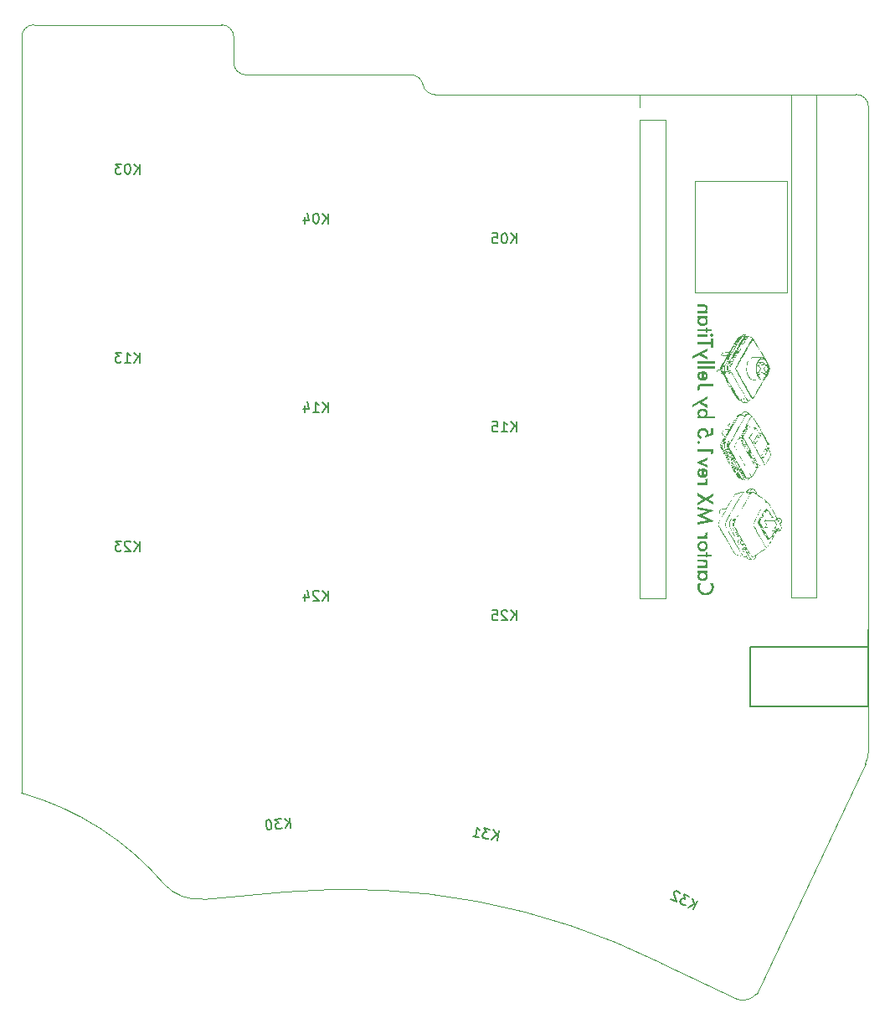
<source format=gbo>
%TF.GenerationSoftware,KiCad,Pcbnew,(7.0.0-0)*%
%TF.CreationDate,2023-05-01T13:52:14-07:00*%
%TF.ProjectId,keyboard_pcb,6b657962-6f61-4726-945f-7063622e6b69,rev1.0*%
%TF.SameCoordinates,PX78114e0PY44b6550*%
%TF.FileFunction,Legend,Bot*%
%TF.FilePolarity,Positive*%
%FSLAX46Y46*%
G04 Gerber Fmt 4.6, Leading zero omitted, Abs format (unit mm)*
G04 Created by KiCad (PCBNEW (7.0.0-0)) date 2023-05-01 13:52:14*
%MOMM*%
%LPD*%
G01*
G04 APERTURE LIST*
%ADD10C,0.250000*%
%ADD11C,0.150000*%
%ADD12C,0.120000*%
%TA.AperFunction,Profile*%
%ADD13C,0.100000*%
%TD*%
%TA.AperFunction,Profile*%
%ADD14C,0.120000*%
%TD*%
G04 APERTURE END LIST*
D10*
G36*
X59198278Y-26590697D02*
G01*
X58910682Y-26590697D01*
X58921366Y-26603786D01*
X58931710Y-26616903D01*
X58941716Y-26630049D01*
X58951382Y-26643224D01*
X58960710Y-26656428D01*
X58969698Y-26669660D01*
X58978347Y-26682920D01*
X58986656Y-26696210D01*
X58994627Y-26709527D01*
X59002258Y-26722874D01*
X59009551Y-26736249D01*
X59016504Y-26749653D01*
X59023118Y-26763085D01*
X59029392Y-26776546D01*
X59035328Y-26790036D01*
X59046181Y-26817101D01*
X59055678Y-26844281D01*
X59063818Y-26871575D01*
X59070602Y-26898984D01*
X59076029Y-26926507D01*
X59080099Y-26954144D01*
X59082812Y-26981896D01*
X59084169Y-27009763D01*
X59084338Y-27023739D01*
X59084167Y-27039074D01*
X59083653Y-27054256D01*
X59082796Y-27069287D01*
X59081596Y-27084166D01*
X59080054Y-27098894D01*
X59078169Y-27113470D01*
X59073370Y-27142166D01*
X59067201Y-27170256D01*
X59059660Y-27197739D01*
X59050749Y-27224616D01*
X59040466Y-27250885D01*
X59028813Y-27276548D01*
X59015788Y-27301604D01*
X59001393Y-27326053D01*
X58985626Y-27349895D01*
X58968488Y-27373131D01*
X58949980Y-27395759D01*
X58940212Y-27406846D01*
X58930100Y-27417781D01*
X58919646Y-27428565D01*
X58908850Y-27439196D01*
X58897829Y-27449655D01*
X58886658Y-27459781D01*
X58875335Y-27469576D01*
X58863861Y-27479038D01*
X58852237Y-27488169D01*
X58840461Y-27496967D01*
X58816457Y-27513568D01*
X58791849Y-27528841D01*
X58766638Y-27542786D01*
X58740822Y-27555402D01*
X58714402Y-27566691D01*
X58687378Y-27576652D01*
X58659751Y-27585284D01*
X58631519Y-27592588D01*
X58617177Y-27595743D01*
X58602684Y-27598565D01*
X58588040Y-27601055D01*
X58573244Y-27603213D01*
X58558298Y-27605039D01*
X58543201Y-27606533D01*
X58527953Y-27607695D01*
X58512554Y-27608525D01*
X58497004Y-27609023D01*
X58481303Y-27609189D01*
X58465785Y-27609023D01*
X58450419Y-27608525D01*
X58435205Y-27607695D01*
X58420143Y-27606533D01*
X58405232Y-27605039D01*
X58390473Y-27603213D01*
X58375866Y-27601055D01*
X58361410Y-27598565D01*
X58332954Y-27592588D01*
X58305104Y-27585284D01*
X58277862Y-27576652D01*
X58251226Y-27566691D01*
X58225197Y-27555402D01*
X58199775Y-27542786D01*
X58174959Y-27528841D01*
X58150751Y-27513568D01*
X58127149Y-27496967D01*
X58104154Y-27479038D01*
X58092884Y-27469576D01*
X58081765Y-27459781D01*
X58070799Y-27449655D01*
X58059984Y-27439196D01*
X58049435Y-27428497D01*
X58039221Y-27417648D01*
X58029342Y-27406650D01*
X58019798Y-27395502D01*
X58001715Y-27372757D01*
X57984971Y-27349414D01*
X57969566Y-27325473D01*
X57955501Y-27300934D01*
X57942776Y-27275796D01*
X57931390Y-27250061D01*
X57921344Y-27223727D01*
X57912637Y-27196795D01*
X57905269Y-27169265D01*
X57899241Y-27141136D01*
X57894553Y-27112409D01*
X57892711Y-27097822D01*
X57891204Y-27083085D01*
X57890032Y-27068198D01*
X57889195Y-27053161D01*
X57888693Y-27037976D01*
X57888525Y-27022640D01*
X57888687Y-27006896D01*
X57889172Y-26991448D01*
X57889981Y-26976294D01*
X57891113Y-26961434D01*
X57893417Y-26939698D01*
X57896449Y-26918626D01*
X57900209Y-26898216D01*
X57904697Y-26878470D01*
X57909912Y-26859387D01*
X57915855Y-26840968D01*
X57922526Y-26823212D01*
X57929924Y-26806119D01*
X57936685Y-26790564D01*
X57944143Y-26774813D01*
X57952298Y-26758865D01*
X57959325Y-26745965D01*
X57966798Y-26732939D01*
X57974718Y-26719787D01*
X57983084Y-26706510D01*
X57985245Y-26703171D01*
X57994176Y-26689712D01*
X58003564Y-26676082D01*
X58013410Y-26662281D01*
X58023714Y-26648307D01*
X58034476Y-26634162D01*
X58045696Y-26619846D01*
X58057373Y-26605357D01*
X58069509Y-26590697D01*
X57775685Y-26590697D01*
X57768202Y-26603585D01*
X57760956Y-26616514D01*
X57753948Y-26629483D01*
X57747177Y-26642491D01*
X57734349Y-26668629D01*
X57722471Y-26694927D01*
X57711543Y-26721386D01*
X57701565Y-26748004D01*
X57692538Y-26774783D01*
X57684460Y-26801722D01*
X57677333Y-26828822D01*
X57671157Y-26856082D01*
X57665930Y-26883502D01*
X57661654Y-26911082D01*
X57658328Y-26938823D01*
X57655953Y-26966724D01*
X57654527Y-26994785D01*
X57654052Y-27023007D01*
X57654287Y-27044227D01*
X57654990Y-27065251D01*
X57656161Y-27086081D01*
X57657802Y-27106715D01*
X57659911Y-27127154D01*
X57662489Y-27147397D01*
X57665535Y-27167445D01*
X57669050Y-27187298D01*
X57673034Y-27206955D01*
X57677487Y-27226417D01*
X57682408Y-27245684D01*
X57687798Y-27264755D01*
X57693656Y-27283631D01*
X57699984Y-27302312D01*
X57706780Y-27320797D01*
X57714044Y-27339087D01*
X57721778Y-27357182D01*
X57729980Y-27375081D01*
X57738650Y-27392785D01*
X57747790Y-27410294D01*
X57757398Y-27427607D01*
X57767475Y-27444725D01*
X57778020Y-27461647D01*
X57789035Y-27478374D01*
X57800517Y-27494906D01*
X57812469Y-27511243D01*
X57824889Y-27527384D01*
X57837778Y-27543330D01*
X57851136Y-27559080D01*
X57864962Y-27574635D01*
X57879257Y-27589995D01*
X57894021Y-27605159D01*
X57909254Y-27619923D01*
X57924682Y-27634218D01*
X57940306Y-27648044D01*
X57956125Y-27661402D01*
X57972140Y-27674291D01*
X57988350Y-27686711D01*
X58004755Y-27698663D01*
X58021355Y-27710146D01*
X58038151Y-27721160D01*
X58055142Y-27731705D01*
X58072329Y-27741782D01*
X58089711Y-27751390D01*
X58107288Y-27760530D01*
X58125061Y-27769200D01*
X58143029Y-27777402D01*
X58161192Y-27785136D01*
X58179551Y-27792400D01*
X58198105Y-27799196D01*
X58216854Y-27805524D01*
X58235799Y-27811382D01*
X58254939Y-27816772D01*
X58274274Y-27821694D01*
X58293805Y-27826146D01*
X58313531Y-27830130D01*
X58333452Y-27833645D01*
X58353569Y-27836692D01*
X58373881Y-27839269D01*
X58394389Y-27841378D01*
X58415091Y-27843019D01*
X58435989Y-27844191D01*
X58457083Y-27844894D01*
X58478372Y-27845128D01*
X58497472Y-27844932D01*
X58516441Y-27844344D01*
X58535279Y-27843363D01*
X58553986Y-27841991D01*
X58572562Y-27840226D01*
X58591007Y-27838070D01*
X58609322Y-27835521D01*
X58627505Y-27832580D01*
X58645557Y-27829247D01*
X58663479Y-27825522D01*
X58681269Y-27821404D01*
X58698929Y-27816895D01*
X58716457Y-27811993D01*
X58733855Y-27806700D01*
X58751122Y-27801014D01*
X58768258Y-27794936D01*
X58785262Y-27788466D01*
X58802136Y-27781604D01*
X58818879Y-27774350D01*
X58835491Y-27766703D01*
X58851972Y-27758665D01*
X58868322Y-27750234D01*
X58884541Y-27741411D01*
X58900630Y-27732196D01*
X58916587Y-27722589D01*
X58932413Y-27712590D01*
X58948108Y-27702199D01*
X58963673Y-27691415D01*
X58979106Y-27680240D01*
X58994409Y-27668672D01*
X59009580Y-27656712D01*
X59024621Y-27644360D01*
X59042721Y-27628763D01*
X59060246Y-27612882D01*
X59077196Y-27596717D01*
X59093572Y-27580269D01*
X59109373Y-27563538D01*
X59124600Y-27546524D01*
X59139252Y-27529226D01*
X59153329Y-27511645D01*
X59166832Y-27493780D01*
X59179760Y-27475632D01*
X59192114Y-27457201D01*
X59203893Y-27438486D01*
X59215098Y-27419488D01*
X59225728Y-27400207D01*
X59235783Y-27380642D01*
X59245264Y-27360794D01*
X59254170Y-27340663D01*
X59262502Y-27320248D01*
X59270259Y-27299550D01*
X59277441Y-27278568D01*
X59284049Y-27257304D01*
X59290082Y-27235755D01*
X59295541Y-27213924D01*
X59300425Y-27191809D01*
X59304734Y-27169411D01*
X59308469Y-27146729D01*
X59311629Y-27123764D01*
X59314215Y-27100515D01*
X59316226Y-27076984D01*
X59317662Y-27053169D01*
X59318524Y-27029070D01*
X59318811Y-27004688D01*
X59318341Y-26977955D01*
X59316928Y-26951336D01*
X59314574Y-26924832D01*
X59311278Y-26898443D01*
X59307041Y-26872167D01*
X59301861Y-26846007D01*
X59295741Y-26819961D01*
X59288678Y-26794029D01*
X59280674Y-26768212D01*
X59271728Y-26742509D01*
X59261840Y-26716921D01*
X59251011Y-26691447D01*
X59239240Y-26666088D01*
X59226528Y-26640843D01*
X59212873Y-26615712D01*
X59198278Y-26590697D01*
G37*
G36*
X58685734Y-25614336D02*
G01*
X58567032Y-25614336D01*
X58584245Y-25631787D01*
X58600348Y-25649518D01*
X58615341Y-25667530D01*
X58629222Y-25685823D01*
X58641994Y-25704396D01*
X58653654Y-25723249D01*
X58664204Y-25742383D01*
X58673644Y-25761798D01*
X58681973Y-25781492D01*
X58689192Y-25801468D01*
X58695300Y-25821724D01*
X58700297Y-25842260D01*
X58704184Y-25863077D01*
X58706960Y-25884175D01*
X58708626Y-25905553D01*
X58709181Y-25927211D01*
X58708596Y-25952137D01*
X58706840Y-25976538D01*
X58703913Y-26000417D01*
X58699816Y-26023771D01*
X58694548Y-26046601D01*
X58688110Y-26068908D01*
X58680500Y-26090691D01*
X58671721Y-26111950D01*
X58661770Y-26132686D01*
X58650649Y-26152897D01*
X58638357Y-26172585D01*
X58624895Y-26191749D01*
X58610262Y-26210389D01*
X58594458Y-26228506D01*
X58577483Y-26246098D01*
X58559338Y-26263167D01*
X58540316Y-26279404D01*
X58520710Y-26294594D01*
X58500520Y-26308736D01*
X58479746Y-26321831D01*
X58458388Y-26333878D01*
X58436446Y-26344878D01*
X58413920Y-26354830D01*
X58390811Y-26363734D01*
X58367117Y-26371591D01*
X58342840Y-26378400D01*
X58317979Y-26384162D01*
X58292534Y-26388876D01*
X58266504Y-26392542D01*
X58239892Y-26395161D01*
X58212695Y-26396733D01*
X58184914Y-26397256D01*
X58156678Y-26396733D01*
X58129032Y-26395161D01*
X58101975Y-26392542D01*
X58075508Y-26388876D01*
X58049631Y-26384162D01*
X58024343Y-26378400D01*
X57999645Y-26371591D01*
X57975537Y-26363734D01*
X57952018Y-26354830D01*
X57929089Y-26344878D01*
X57906749Y-26333878D01*
X57884999Y-26321831D01*
X57863839Y-26308736D01*
X57843268Y-26294594D01*
X57823287Y-26279404D01*
X57803895Y-26263167D01*
X57785750Y-26245945D01*
X57768776Y-26228168D01*
X57752972Y-26209835D01*
X57738339Y-26190947D01*
X57724876Y-26171504D01*
X57712585Y-26151506D01*
X57701463Y-26130952D01*
X57691513Y-26109844D01*
X57682733Y-26088179D01*
X57675124Y-26065960D01*
X57668685Y-26043185D01*
X57663417Y-26019855D01*
X57659320Y-25995970D01*
X57656393Y-25971530D01*
X57654638Y-25946534D01*
X57654052Y-25920983D01*
X57654569Y-25900551D01*
X57655696Y-25885812D01*
X57862147Y-25885812D01*
X57862236Y-25893259D01*
X57862946Y-25907914D01*
X57865341Y-25929295D01*
X57869334Y-25949954D01*
X57874924Y-25969892D01*
X57882111Y-25989109D01*
X57890895Y-26007605D01*
X57901277Y-26025379D01*
X57913255Y-26042433D01*
X57926830Y-26058764D01*
X57942003Y-26074375D01*
X57953005Y-26084381D01*
X57964434Y-26093698D01*
X57976281Y-26102413D01*
X57988546Y-26110528D01*
X58001228Y-26118041D01*
X58014329Y-26124953D01*
X58027847Y-26131264D01*
X58041783Y-26136975D01*
X58056137Y-26142084D01*
X58070909Y-26146592D01*
X58086099Y-26150499D01*
X58101706Y-26153804D01*
X58117732Y-26156509D01*
X58134175Y-26158613D01*
X58151037Y-26160116D01*
X58168316Y-26161017D01*
X58186013Y-26161318D01*
X58202605Y-26161009D01*
X58218860Y-26160081D01*
X58234777Y-26158536D01*
X58250356Y-26156372D01*
X58265597Y-26153590D01*
X58280501Y-26150189D01*
X58295067Y-26146171D01*
X58309295Y-26141534D01*
X58323185Y-26136279D01*
X58336738Y-26130406D01*
X58349953Y-26123914D01*
X58362830Y-26116804D01*
X58375369Y-26109076D01*
X58387571Y-26100730D01*
X58399435Y-26091766D01*
X58410961Y-26082183D01*
X58416506Y-26077176D01*
X58427067Y-26066929D01*
X58441589Y-26050979D01*
X58454527Y-26034334D01*
X58465881Y-26016993D01*
X58475651Y-25998957D01*
X58483836Y-25980225D01*
X58490437Y-25960798D01*
X58495454Y-25940675D01*
X58498886Y-25919856D01*
X58500734Y-25898343D01*
X58501086Y-25883614D01*
X58500739Y-25868045D01*
X58499695Y-25852845D01*
X58497957Y-25838014D01*
X58494044Y-25816461D01*
X58488567Y-25795738D01*
X58481525Y-25775846D01*
X58472918Y-25756784D01*
X58462746Y-25738554D01*
X58451009Y-25721154D01*
X58437707Y-25704585D01*
X58422840Y-25688847D01*
X58412060Y-25678816D01*
X58400509Y-25669278D01*
X58388572Y-25660355D01*
X58376249Y-25652047D01*
X58363539Y-25644355D01*
X58350443Y-25637278D01*
X58336961Y-25630817D01*
X58323092Y-25624970D01*
X58308837Y-25619740D01*
X58294195Y-25615124D01*
X58279167Y-25611124D01*
X58263752Y-25607740D01*
X58247952Y-25604971D01*
X58231764Y-25602817D01*
X58215191Y-25601278D01*
X58198230Y-25600355D01*
X58180884Y-25600048D01*
X58163582Y-25600355D01*
X58146663Y-25601278D01*
X58130128Y-25602817D01*
X58113977Y-25604971D01*
X58098209Y-25607740D01*
X58082824Y-25611124D01*
X58067823Y-25615124D01*
X58053206Y-25619740D01*
X58038972Y-25624970D01*
X58025122Y-25630817D01*
X58011655Y-25637278D01*
X57998572Y-25644355D01*
X57985872Y-25652047D01*
X57973556Y-25660355D01*
X57961624Y-25669278D01*
X57950075Y-25678816D01*
X57934361Y-25694020D01*
X57920193Y-25710093D01*
X57907571Y-25727035D01*
X57896494Y-25744847D01*
X57886963Y-25763529D01*
X57878977Y-25783080D01*
X57872537Y-25803500D01*
X57867643Y-25824789D01*
X57865238Y-25839465D01*
X57863521Y-25854528D01*
X57862491Y-25869977D01*
X57862147Y-25885812D01*
X57655696Y-25885812D01*
X57656119Y-25880288D01*
X57658702Y-25860194D01*
X57662318Y-25840268D01*
X57666968Y-25820512D01*
X57672651Y-25800924D01*
X57679367Y-25781505D01*
X57687117Y-25762255D01*
X57695899Y-25743174D01*
X57705715Y-25724262D01*
X57716565Y-25705519D01*
X57728447Y-25686945D01*
X57741363Y-25668539D01*
X57755312Y-25650303D01*
X57770294Y-25632235D01*
X57786310Y-25614336D01*
X57677500Y-25614336D01*
X57677500Y-25389022D01*
X58685734Y-25389022D01*
X58685734Y-25614336D01*
G37*
G36*
X58685734Y-25091534D02*
G01*
X58685734Y-24855595D01*
X58590846Y-24855595D01*
X58605175Y-24840273D01*
X58618581Y-24824712D01*
X58631061Y-24808914D01*
X58642617Y-24792879D01*
X58653249Y-24776605D01*
X58662956Y-24760095D01*
X58671739Y-24743346D01*
X58679597Y-24726360D01*
X58686531Y-24709137D01*
X58692540Y-24691676D01*
X58697625Y-24673978D01*
X58701785Y-24656041D01*
X58705021Y-24637868D01*
X58707332Y-24619457D01*
X58708719Y-24600808D01*
X58709181Y-24581921D01*
X58708751Y-24560289D01*
X58707458Y-24539263D01*
X58705304Y-24518844D01*
X58702289Y-24499031D01*
X58698412Y-24479826D01*
X58693674Y-24461227D01*
X58688074Y-24443235D01*
X58681612Y-24425850D01*
X58674289Y-24409072D01*
X58666105Y-24392900D01*
X58657059Y-24377336D01*
X58647151Y-24362378D01*
X58636382Y-24348026D01*
X58624751Y-24334282D01*
X58612259Y-24321144D01*
X58598906Y-24308614D01*
X58586718Y-24298365D01*
X58573604Y-24288778D01*
X58559562Y-24279853D01*
X58544592Y-24271588D01*
X58528695Y-24263984D01*
X58511871Y-24257042D01*
X58494120Y-24250761D01*
X58475441Y-24245141D01*
X58455835Y-24240182D01*
X58435301Y-24235885D01*
X58413840Y-24232248D01*
X58391452Y-24229273D01*
X58368136Y-24226959D01*
X58343893Y-24225306D01*
X58318723Y-24224314D01*
X58292625Y-24223983D01*
X57677500Y-24223983D01*
X57677500Y-24459922D01*
X58238403Y-24459922D01*
X58256593Y-24460082D01*
X58274066Y-24460563D01*
X58290825Y-24461365D01*
X58306868Y-24462487D01*
X58322195Y-24463929D01*
X58336806Y-24465692D01*
X58357382Y-24468938D01*
X58376348Y-24472905D01*
X58393704Y-24477593D01*
X58409450Y-24483003D01*
X58423585Y-24489134D01*
X58439929Y-24498430D01*
X58443567Y-24500955D01*
X58457048Y-24511877D01*
X58468732Y-24524860D01*
X58478618Y-24539904D01*
X58486707Y-24557009D01*
X58491593Y-24571189D01*
X58495469Y-24586530D01*
X58498334Y-24603029D01*
X58500188Y-24620687D01*
X58501030Y-24639505D01*
X58501086Y-24646035D01*
X58500417Y-24666947D01*
X58498407Y-24686680D01*
X58495059Y-24705235D01*
X58490370Y-24722611D01*
X58484342Y-24738809D01*
X58476975Y-24753828D01*
X58468268Y-24767668D01*
X58458222Y-24780331D01*
X58446836Y-24791814D01*
X58434110Y-24802119D01*
X58424883Y-24808334D01*
X58409812Y-24816781D01*
X58392764Y-24824396D01*
X58373739Y-24831180D01*
X58352737Y-24837134D01*
X58337638Y-24840642D01*
X58321659Y-24843780D01*
X58304802Y-24846549D01*
X58287067Y-24848949D01*
X58268452Y-24850980D01*
X58248959Y-24852642D01*
X58228587Y-24853934D01*
X58207337Y-24854857D01*
X58185207Y-24855411D01*
X58162199Y-24855595D01*
X57677500Y-24855595D01*
X57677500Y-25091534D01*
X58685734Y-25091534D01*
G37*
G36*
X58474708Y-23705212D02*
G01*
X57677500Y-23705212D01*
X57677500Y-23941150D01*
X58474708Y-23941150D01*
X58474708Y-24034940D01*
X58682803Y-24034940D01*
X58682803Y-23941150D01*
X59060891Y-23941150D01*
X59060891Y-23705212D01*
X58682803Y-23705212D01*
X58682803Y-23519099D01*
X58474708Y-23519099D01*
X58474708Y-23705212D01*
G37*
G36*
X58208411Y-22344399D02*
G01*
X58235398Y-22346189D01*
X58261843Y-22349173D01*
X58287748Y-22353350D01*
X58313111Y-22358721D01*
X58337934Y-22365286D01*
X58362216Y-22373044D01*
X58385956Y-22381996D01*
X58409156Y-22392141D01*
X58431815Y-22403479D01*
X58453933Y-22416012D01*
X58475510Y-22429737D01*
X58496545Y-22444657D01*
X58517040Y-22460770D01*
X58536994Y-22478076D01*
X58556407Y-22496576D01*
X58574907Y-22516164D01*
X58592214Y-22536275D01*
X58608327Y-22556910D01*
X58623246Y-22578069D01*
X58636972Y-22599752D01*
X58649504Y-22621958D01*
X58660843Y-22644689D01*
X58670988Y-22667943D01*
X58679939Y-22691721D01*
X58687697Y-22716022D01*
X58694262Y-22740848D01*
X58699633Y-22766197D01*
X58703810Y-22792070D01*
X58706794Y-22818467D01*
X58708585Y-22845388D01*
X58709181Y-22872832D01*
X58708587Y-22900139D01*
X58706806Y-22926922D01*
X58703836Y-22953182D01*
X58699679Y-22978917D01*
X58694334Y-23004129D01*
X58687800Y-23028817D01*
X58680080Y-23052982D01*
X58671171Y-23076622D01*
X58661075Y-23099739D01*
X58649790Y-23122332D01*
X58637318Y-23144401D01*
X58623658Y-23165946D01*
X58608810Y-23186968D01*
X58592775Y-23207466D01*
X58575551Y-23227440D01*
X58557140Y-23246890D01*
X58537929Y-23265479D01*
X58518214Y-23282868D01*
X58497995Y-23299058D01*
X58477273Y-23314049D01*
X58456046Y-23327841D01*
X58434316Y-23340433D01*
X58412083Y-23351826D01*
X58389345Y-23362020D01*
X58366104Y-23371014D01*
X58342359Y-23378810D01*
X58318110Y-23385406D01*
X58293358Y-23390802D01*
X58268102Y-23395000D01*
X58242342Y-23397998D01*
X58216078Y-23399797D01*
X58189310Y-23400397D01*
X58160901Y-23399808D01*
X58133102Y-23398044D01*
X58105912Y-23395103D01*
X58079332Y-23390986D01*
X58053362Y-23385692D01*
X58028001Y-23379222D01*
X58003250Y-23371575D01*
X57979109Y-23362753D01*
X57955577Y-23352754D01*
X57932655Y-23341578D01*
X57910343Y-23329226D01*
X57888640Y-23315698D01*
X57867547Y-23300993D01*
X57847063Y-23285112D01*
X57827189Y-23268055D01*
X57807925Y-23249821D01*
X57789292Y-23230761D01*
X57771861Y-23211135D01*
X57755632Y-23190942D01*
X57740606Y-23170182D01*
X57726781Y-23148856D01*
X57714159Y-23126963D01*
X57702739Y-23104503D01*
X57692520Y-23081477D01*
X57683504Y-23057883D01*
X57675691Y-23033723D01*
X57669079Y-23008996D01*
X57663669Y-22983703D01*
X57659462Y-22957843D01*
X57656456Y-22931416D01*
X57654653Y-22904422D01*
X57654052Y-22876862D01*
X57654145Y-22872466D01*
X57862147Y-22872466D01*
X57862491Y-22888796D01*
X57863521Y-22904723D01*
X57865238Y-22920246D01*
X57867643Y-22935366D01*
X57870734Y-22950082D01*
X57874512Y-22964394D01*
X57881467Y-22985107D01*
X57889968Y-23004911D01*
X57900014Y-23023807D01*
X57911606Y-23041795D01*
X57924744Y-23058875D01*
X57939427Y-23075047D01*
X57950075Y-23085323D01*
X57955562Y-23090192D01*
X57972755Y-23103871D01*
X57984825Y-23112217D01*
X57997381Y-23119945D01*
X58010424Y-23127055D01*
X58023954Y-23133546D01*
X58037970Y-23139419D01*
X58052473Y-23144674D01*
X58067463Y-23149311D01*
X58082939Y-23153330D01*
X58098901Y-23156730D01*
X58115351Y-23159512D01*
X58132286Y-23161676D01*
X58149709Y-23163222D01*
X58167618Y-23164149D01*
X58186013Y-23164458D01*
X58203215Y-23164143D01*
X58220016Y-23163199D01*
X58236417Y-23161624D01*
X58252417Y-23159421D01*
X58268016Y-23156587D01*
X58283214Y-23153124D01*
X58298012Y-23149031D01*
X58312409Y-23144308D01*
X58326405Y-23138956D01*
X58340001Y-23132974D01*
X58353195Y-23126362D01*
X58365990Y-23119120D01*
X58378383Y-23111249D01*
X58390376Y-23102749D01*
X58401968Y-23093618D01*
X58413159Y-23083858D01*
X58423806Y-23073544D01*
X58438490Y-23057348D01*
X58451627Y-23040283D01*
X58463219Y-23022349D01*
X58473266Y-23003545D01*
X58481766Y-22983872D01*
X58488722Y-22963330D01*
X58492500Y-22949152D01*
X58495591Y-22934587D01*
X58497995Y-22919637D01*
X58499713Y-22904299D01*
X58500743Y-22888576D01*
X58501086Y-22872466D01*
X58500743Y-22856135D01*
X58499713Y-22840208D01*
X58497995Y-22824685D01*
X58495591Y-22809566D01*
X58492500Y-22794849D01*
X58488722Y-22780537D01*
X58481766Y-22759825D01*
X58473266Y-22740021D01*
X58463219Y-22721125D01*
X58451627Y-22703137D01*
X58438490Y-22686057D01*
X58423806Y-22669885D01*
X58413159Y-22659608D01*
X58402076Y-22649937D01*
X58390536Y-22640889D01*
X58378538Y-22632466D01*
X58366081Y-22624666D01*
X58353167Y-22617490D01*
X58339795Y-22610939D01*
X58325964Y-22605011D01*
X58311676Y-22599707D01*
X58296930Y-22595028D01*
X58281726Y-22590972D01*
X58266064Y-22587540D01*
X58249944Y-22584732D01*
X58233366Y-22582548D01*
X58216330Y-22580989D01*
X58198836Y-22580053D01*
X58180884Y-22579741D01*
X58171873Y-22579819D01*
X58154193Y-22580443D01*
X58136969Y-22581691D01*
X58120199Y-22583562D01*
X58103884Y-22586058D01*
X58088025Y-22589178D01*
X58072620Y-22592922D01*
X58057671Y-22597290D01*
X58043176Y-22602281D01*
X58029137Y-22607897D01*
X58015553Y-22614137D01*
X58002424Y-22621000D01*
X57989750Y-22628488D01*
X57971593Y-22640889D01*
X57960057Y-22649937D01*
X57948975Y-22659608D01*
X57938461Y-22669756D01*
X57923961Y-22685767D01*
X57910988Y-22702725D01*
X57899541Y-22720629D01*
X57889620Y-22739480D01*
X57881226Y-22759277D01*
X57874357Y-22780022D01*
X57870626Y-22794377D01*
X57867574Y-22809153D01*
X57865200Y-22824350D01*
X57863504Y-22839968D01*
X57862486Y-22856006D01*
X57862147Y-22872466D01*
X57654145Y-22872466D01*
X57654642Y-22849020D01*
X57656411Y-22821730D01*
X57659359Y-22794993D01*
X57663486Y-22768807D01*
X57668793Y-22743175D01*
X57675278Y-22718095D01*
X57682943Y-22693567D01*
X57691788Y-22669591D01*
X57701811Y-22646168D01*
X57713014Y-22623298D01*
X57725396Y-22600980D01*
X57738957Y-22579214D01*
X57753698Y-22558001D01*
X57769617Y-22537340D01*
X57786716Y-22517231D01*
X57804994Y-22497675D01*
X57824237Y-22479042D01*
X57844046Y-22461611D01*
X57864423Y-22445382D01*
X57885365Y-22430356D01*
X57906875Y-22416531D01*
X57928951Y-22403909D01*
X57951594Y-22392488D01*
X57974804Y-22382270D01*
X57998581Y-22373254D01*
X58022924Y-22365440D01*
X58047834Y-22358829D01*
X58073310Y-22353419D01*
X58099354Y-22349212D01*
X58125964Y-22346206D01*
X58153141Y-22344403D01*
X58180884Y-22343802D01*
X58208411Y-22344399D01*
G37*
G36*
X58685734Y-22091743D02*
G01*
X58685734Y-21855805D01*
X58589747Y-21855805D01*
X58602144Y-21843981D01*
X58613781Y-21832415D01*
X58624658Y-21821106D01*
X58634775Y-21810055D01*
X58647083Y-21795721D01*
X58658039Y-21781845D01*
X58667645Y-21768427D01*
X58675899Y-21755467D01*
X58682803Y-21742965D01*
X58690402Y-21726824D01*
X58696713Y-21709770D01*
X58700835Y-21695470D01*
X58704132Y-21680587D01*
X58706605Y-21665119D01*
X58708254Y-21649068D01*
X58709078Y-21632433D01*
X58709181Y-21623896D01*
X58708676Y-21606721D01*
X58707159Y-21589404D01*
X58704631Y-21571945D01*
X58701093Y-21554344D01*
X58696543Y-21536602D01*
X58690982Y-21518718D01*
X58684410Y-21500693D01*
X58676827Y-21482525D01*
X58668233Y-21464217D01*
X58658627Y-21445766D01*
X58651662Y-21433387D01*
X58427814Y-21538900D01*
X58436194Y-21551170D01*
X58446086Y-21567450D01*
X58454512Y-21583639D01*
X58461473Y-21599736D01*
X58466969Y-21615742D01*
X58470999Y-21631656D01*
X58473563Y-21647478D01*
X58474662Y-21663209D01*
X58474708Y-21667127D01*
X58473602Y-21689975D01*
X58470283Y-21711349D01*
X58464752Y-21731248D01*
X58457008Y-21749674D01*
X58447052Y-21766625D01*
X58434883Y-21782103D01*
X58420502Y-21796106D01*
X58403908Y-21808635D01*
X58385102Y-21819691D01*
X58364083Y-21829272D01*
X58340852Y-21837379D01*
X58315408Y-21844012D01*
X58287752Y-21849172D01*
X58273094Y-21851198D01*
X58257883Y-21852857D01*
X58242119Y-21854147D01*
X58225802Y-21855068D01*
X58208932Y-21855621D01*
X58191509Y-21855805D01*
X57677500Y-21855805D01*
X57677500Y-22091743D01*
X58685734Y-22091743D01*
G37*
G36*
X57677500Y-20664755D02*
G01*
X59388054Y-20331729D01*
X58151575Y-19788045D01*
X59388054Y-19225309D01*
X57677500Y-18925990D01*
X57677500Y-19170721D01*
X58638107Y-19323495D01*
X57604227Y-19792441D01*
X58638839Y-20247466D01*
X57677500Y-20417825D01*
X57677500Y-20664755D01*
G37*
G36*
X58510978Y-18260306D02*
G01*
X59271917Y-18696279D01*
X59271917Y-18424437D01*
X58731896Y-18121820D01*
X59271917Y-17804182D01*
X59271917Y-17530142D01*
X58510978Y-17986632D01*
X57677500Y-17507794D01*
X57677500Y-17775240D01*
X58287862Y-18126217D01*
X57677500Y-18487085D01*
X57677500Y-18757829D01*
X58510978Y-18260306D01*
G37*
G36*
X58685734Y-16695930D02*
G01*
X58685734Y-16459992D01*
X58589747Y-16459992D01*
X58602144Y-16448168D01*
X58613781Y-16436602D01*
X58624658Y-16425293D01*
X58634775Y-16414242D01*
X58647083Y-16399908D01*
X58658039Y-16386032D01*
X58667645Y-16372614D01*
X58675899Y-16359654D01*
X58682803Y-16347152D01*
X58690402Y-16331011D01*
X58696713Y-16313957D01*
X58700835Y-16299657D01*
X58704132Y-16284774D01*
X58706605Y-16269306D01*
X58708254Y-16253255D01*
X58709078Y-16236620D01*
X58709181Y-16228083D01*
X58708676Y-16210908D01*
X58707159Y-16193591D01*
X58704631Y-16176132D01*
X58701093Y-16158531D01*
X58696543Y-16140789D01*
X58690982Y-16122905D01*
X58684410Y-16104880D01*
X58676827Y-16086712D01*
X58668233Y-16068404D01*
X58658627Y-16049953D01*
X58651662Y-16037574D01*
X58427814Y-16143087D01*
X58436194Y-16155357D01*
X58446086Y-16171637D01*
X58454512Y-16187826D01*
X58461473Y-16203923D01*
X58466969Y-16219929D01*
X58470999Y-16235843D01*
X58473563Y-16251665D01*
X58474662Y-16267396D01*
X58474708Y-16271314D01*
X58473602Y-16294162D01*
X58470283Y-16315536D01*
X58464752Y-16335435D01*
X58457008Y-16353861D01*
X58447052Y-16370812D01*
X58434883Y-16386290D01*
X58420502Y-16400293D01*
X58403908Y-16412822D01*
X58385102Y-16423878D01*
X58364083Y-16433459D01*
X58340852Y-16441566D01*
X58315408Y-16448200D01*
X58287752Y-16453359D01*
X58273094Y-16455385D01*
X58257883Y-16457044D01*
X58242119Y-16458334D01*
X58225802Y-16459255D01*
X58208932Y-16459808D01*
X58191509Y-16459992D01*
X57677500Y-16459992D01*
X57677500Y-16695930D01*
X58685734Y-16695930D01*
G37*
G36*
X58050092Y-15197134D02*
G01*
X58036891Y-15205958D01*
X58024217Y-15214662D01*
X58012070Y-15223246D01*
X57994837Y-15235897D01*
X57978788Y-15248276D01*
X57963925Y-15260386D01*
X57950246Y-15272225D01*
X57937753Y-15283793D01*
X57926444Y-15295091D01*
X57913209Y-15309734D01*
X57902081Y-15323896D01*
X57894944Y-15334742D01*
X57886521Y-15350035D01*
X57879345Y-15366278D01*
X57873417Y-15383472D01*
X57868738Y-15401615D01*
X57865306Y-15420709D01*
X57863551Y-15435653D01*
X57862498Y-15451132D01*
X57862147Y-15467145D01*
X57862420Y-15480865D01*
X57863855Y-15500860D01*
X57866521Y-15520153D01*
X57870416Y-15538744D01*
X57875541Y-15556633D01*
X57881896Y-15573821D01*
X57889481Y-15590306D01*
X57898297Y-15606089D01*
X57908342Y-15621171D01*
X57919617Y-15635550D01*
X57932123Y-15649228D01*
X57945815Y-15662013D01*
X57960377Y-15673717D01*
X57975808Y-15684339D01*
X57992109Y-15693878D01*
X58009279Y-15702336D01*
X58027319Y-15709712D01*
X58046228Y-15716006D01*
X58066006Y-15721218D01*
X58086654Y-15725348D01*
X58108171Y-15728397D01*
X58122998Y-15729828D01*
X58122998Y-15248792D01*
X58310577Y-15248792D01*
X58310577Y-15714441D01*
X58316081Y-15712981D01*
X58332147Y-15708121D01*
X58347543Y-15702539D01*
X58362269Y-15696237D01*
X58376325Y-15689213D01*
X58389712Y-15681468D01*
X58391899Y-15680086D01*
X58404591Y-15671465D01*
X58416535Y-15662277D01*
X58427732Y-15652523D01*
X58438182Y-15642202D01*
X58449429Y-15629444D01*
X58456928Y-15619780D01*
X58466465Y-15605711D01*
X58474880Y-15591009D01*
X58482173Y-15575677D01*
X58487531Y-15562033D01*
X58489172Y-15557386D01*
X58493461Y-15543188D01*
X58496797Y-15528604D01*
X58499180Y-15513633D01*
X58500610Y-15498276D01*
X58501086Y-15482532D01*
X58500342Y-15459895D01*
X58498110Y-15438328D01*
X58494389Y-15417831D01*
X58489180Y-15398406D01*
X58482482Y-15380050D01*
X58474296Y-15362765D01*
X58464622Y-15346551D01*
X58453459Y-15331407D01*
X58440808Y-15317333D01*
X58426669Y-15304330D01*
X58411041Y-15292398D01*
X58393925Y-15281535D01*
X58375320Y-15271744D01*
X58355228Y-15263023D01*
X58333646Y-15255372D01*
X58310577Y-15248792D01*
X58122998Y-15248792D01*
X58122998Y-15010655D01*
X58177587Y-15010655D01*
X58193073Y-15010779D01*
X58208347Y-15011153D01*
X58223407Y-15011775D01*
X58238254Y-15012647D01*
X58267309Y-15015137D01*
X58295510Y-15018623D01*
X58322859Y-15023105D01*
X58349354Y-15028584D01*
X58374997Y-15035058D01*
X58399787Y-15042528D01*
X58423723Y-15050995D01*
X58446807Y-15060457D01*
X58469038Y-15070916D01*
X58490416Y-15082371D01*
X58510941Y-15094821D01*
X58530613Y-15108268D01*
X58549432Y-15122711D01*
X58567398Y-15138150D01*
X58584567Y-15154630D01*
X58600629Y-15171832D01*
X58615582Y-15189755D01*
X58629428Y-15208400D01*
X58642167Y-15227766D01*
X58653797Y-15247853D01*
X58664320Y-15268661D01*
X58673736Y-15290191D01*
X58682043Y-15312442D01*
X58689243Y-15335414D01*
X58695335Y-15359107D01*
X58700320Y-15383522D01*
X58704197Y-15408658D01*
X58706966Y-15434515D01*
X58708627Y-15461094D01*
X58709181Y-15488394D01*
X58708616Y-15515443D01*
X58706920Y-15541820D01*
X58704094Y-15567524D01*
X58700137Y-15592556D01*
X58695049Y-15616915D01*
X58688831Y-15640601D01*
X58681482Y-15663615D01*
X58673003Y-15685956D01*
X58663393Y-15707624D01*
X58652652Y-15728620D01*
X58640781Y-15748943D01*
X58627780Y-15768594D01*
X58613648Y-15787572D01*
X58598385Y-15805877D01*
X58581991Y-15823510D01*
X58564467Y-15840470D01*
X58555220Y-15848562D01*
X58536195Y-15863975D01*
X58516463Y-15878360D01*
X58496023Y-15891718D01*
X58474877Y-15904049D01*
X58453024Y-15915352D01*
X58430464Y-15925627D01*
X58407197Y-15934875D01*
X58383223Y-15943095D01*
X58358542Y-15950288D01*
X58333155Y-15956453D01*
X58307060Y-15961591D01*
X58280258Y-15965701D01*
X58252749Y-15968784D01*
X58224533Y-15970839D01*
X58195610Y-15971866D01*
X58180884Y-15971995D01*
X58151437Y-15971464D01*
X58122724Y-15969871D01*
X58094743Y-15967216D01*
X58067494Y-15963500D01*
X58040979Y-15958721D01*
X58015196Y-15952881D01*
X57990146Y-15945978D01*
X57965828Y-15938014D01*
X57942243Y-15928988D01*
X57919392Y-15918900D01*
X57897272Y-15907751D01*
X57875886Y-15895539D01*
X57855232Y-15882265D01*
X57835311Y-15867930D01*
X57816123Y-15852533D01*
X57797667Y-15836074D01*
X57780276Y-15818693D01*
X57764007Y-15800622D01*
X57748860Y-15781862D01*
X57734836Y-15762411D01*
X57721933Y-15742271D01*
X57710152Y-15721442D01*
X57699493Y-15699922D01*
X57689956Y-15677713D01*
X57681541Y-15654813D01*
X57674248Y-15631224D01*
X57668077Y-15606946D01*
X57663028Y-15581977D01*
X57659101Y-15556319D01*
X57656296Y-15529970D01*
X57654613Y-15502932D01*
X57654052Y-15475205D01*
X57654310Y-15455873D01*
X57655083Y-15436897D01*
X57656371Y-15418275D01*
X57658174Y-15400008D01*
X57660492Y-15382097D01*
X57663326Y-15364540D01*
X57666675Y-15347338D01*
X57670539Y-15330491D01*
X57674952Y-15313873D01*
X57679950Y-15297541D01*
X57685531Y-15281495D01*
X57691696Y-15265736D01*
X57698445Y-15250263D01*
X57705778Y-15235076D01*
X57713695Y-15220175D01*
X57722196Y-15205561D01*
X57731378Y-15191209D01*
X57741155Y-15177099D01*
X57751528Y-15163228D01*
X57762496Y-15149598D01*
X57774059Y-15136209D01*
X57786218Y-15123060D01*
X57798972Y-15110151D01*
X57812322Y-15097483D01*
X57826404Y-15084924D01*
X57841173Y-15072525D01*
X57852700Y-15063330D01*
X57864614Y-15054226D01*
X57876915Y-15045213D01*
X57889602Y-15036289D01*
X57902675Y-15027455D01*
X57916134Y-15018712D01*
X57929980Y-15010059D01*
X57944213Y-15001496D01*
X58050092Y-15197134D01*
G37*
G36*
X58685734Y-14670669D02*
G01*
X58121899Y-14412382D01*
X58685734Y-14154828D01*
X58685734Y-13895442D01*
X57613019Y-14414214D01*
X58685734Y-14928956D01*
X58685734Y-14670669D01*
G37*
G36*
X59037444Y-13322448D02*
G01*
X59037444Y-13596122D01*
X59271917Y-13464964D01*
X59271917Y-13086510D01*
X57665776Y-13086510D01*
X57665776Y-13322448D01*
X59037444Y-13322448D01*
G37*
G36*
X57795835Y-12526705D02*
G01*
X57813205Y-12525694D01*
X57829824Y-12522662D01*
X57845691Y-12517609D01*
X57860808Y-12510533D01*
X57875172Y-12501437D01*
X57888786Y-12490319D01*
X57894021Y-12485306D01*
X57905947Y-12471870D01*
X57915852Y-12457664D01*
X57923736Y-12442689D01*
X57929598Y-12426945D01*
X57933439Y-12410432D01*
X57935258Y-12393150D01*
X57935420Y-12386021D01*
X57934409Y-12368334D01*
X57931377Y-12351453D01*
X57926323Y-12335376D01*
X57919248Y-12320104D01*
X57910152Y-12305637D01*
X57899034Y-12291976D01*
X57894021Y-12286736D01*
X57880681Y-12274810D01*
X57866536Y-12264905D01*
X57851587Y-12257021D01*
X57835832Y-12251159D01*
X57819272Y-12247318D01*
X57801907Y-12245499D01*
X57794736Y-12245337D01*
X57776838Y-12246348D01*
X57759781Y-12249380D01*
X57743565Y-12254434D01*
X57728189Y-12261509D01*
X57713655Y-12270605D01*
X57699961Y-12281723D01*
X57694719Y-12286736D01*
X57683003Y-12299786D01*
X57673273Y-12313749D01*
X57665529Y-12328623D01*
X57659771Y-12344410D01*
X57655998Y-12361109D01*
X57654211Y-12378721D01*
X57654052Y-12386021D01*
X57655036Y-12404218D01*
X57657988Y-12421484D01*
X57662907Y-12437820D01*
X57669794Y-12453226D01*
X57678649Y-12467702D01*
X57689472Y-12481247D01*
X57694352Y-12486405D01*
X57707552Y-12498015D01*
X57721737Y-12507657D01*
X57736905Y-12515331D01*
X57753056Y-12521038D01*
X57770192Y-12524777D01*
X57788312Y-12526548D01*
X57795835Y-12526705D01*
G37*
G36*
X59037444Y-10963795D02*
G01*
X59037444Y-11454357D01*
X58775493Y-11532392D01*
X58776956Y-11517286D01*
X58778212Y-11501722D01*
X58778424Y-11498687D01*
X58779248Y-11483300D01*
X58779523Y-11469378D01*
X58778915Y-11440715D01*
X58777090Y-11412706D01*
X58774049Y-11385349D01*
X58769792Y-11358644D01*
X58764318Y-11332592D01*
X58757627Y-11307193D01*
X58749720Y-11282446D01*
X58740597Y-11258352D01*
X58730257Y-11234910D01*
X58718701Y-11212121D01*
X58705928Y-11189985D01*
X58691939Y-11168501D01*
X58676734Y-11147670D01*
X58660312Y-11127491D01*
X58642673Y-11107965D01*
X58623818Y-11089092D01*
X58604152Y-11070991D01*
X58583805Y-11054058D01*
X58562776Y-11038293D01*
X58541066Y-11023696D01*
X58518675Y-11010266D01*
X58495602Y-10998004D01*
X58471849Y-10986910D01*
X58447414Y-10976984D01*
X58422298Y-10968226D01*
X58396501Y-10960635D01*
X58370022Y-10954212D01*
X58342863Y-10948957D01*
X58315022Y-10944870D01*
X58286500Y-10941951D01*
X58257297Y-10940199D01*
X58242440Y-10939761D01*
X58227412Y-10939615D01*
X58211904Y-10939780D01*
X58196568Y-10940273D01*
X58181402Y-10941096D01*
X58166407Y-10942248D01*
X58151583Y-10943729D01*
X58136930Y-10945540D01*
X58108138Y-10950148D01*
X58080029Y-10956073D01*
X58052605Y-10963314D01*
X58025865Y-10971872D01*
X57999808Y-10981747D01*
X57974436Y-10992938D01*
X57949748Y-11005446D01*
X57925744Y-11019271D01*
X57902424Y-11034412D01*
X57879788Y-11050870D01*
X57857837Y-11068644D01*
X57836569Y-11087735D01*
X57815985Y-11108143D01*
X57796376Y-11129551D01*
X57778032Y-11151643D01*
X57760953Y-11174419D01*
X57745140Y-11197879D01*
X57730591Y-11222023D01*
X57717307Y-11246852D01*
X57705289Y-11272364D01*
X57694535Y-11298560D01*
X57685047Y-11325441D01*
X57676824Y-11353006D01*
X57669866Y-11381254D01*
X57666861Y-11395635D01*
X57664173Y-11410187D01*
X57661801Y-11424910D01*
X57659745Y-11439804D01*
X57658006Y-11454869D01*
X57656582Y-11470105D01*
X57655475Y-11485512D01*
X57654685Y-11501090D01*
X57654210Y-11516839D01*
X57654052Y-11532759D01*
X57654333Y-11552366D01*
X57655174Y-11571712D01*
X57656577Y-11590797D01*
X57658540Y-11609621D01*
X57661065Y-11628183D01*
X57664150Y-11646485D01*
X57667797Y-11664525D01*
X57672004Y-11682304D01*
X57676772Y-11699822D01*
X57682102Y-11717079D01*
X57687992Y-11734074D01*
X57694444Y-11750808D01*
X57701456Y-11767282D01*
X57709030Y-11783494D01*
X57717164Y-11799444D01*
X57725860Y-11815134D01*
X57735116Y-11830562D01*
X57744933Y-11845730D01*
X57755312Y-11860636D01*
X57766251Y-11875281D01*
X57777752Y-11889664D01*
X57789813Y-11903787D01*
X57802435Y-11917648D01*
X57815619Y-11931249D01*
X57829363Y-11944588D01*
X57843669Y-11957665D01*
X57858535Y-11970482D01*
X57873962Y-11983038D01*
X57889951Y-11995332D01*
X57906500Y-12007365D01*
X57923610Y-12019137D01*
X57941282Y-12030648D01*
X58096254Y-11850030D01*
X58080430Y-11840684D01*
X58065199Y-11831328D01*
X58050560Y-11821965D01*
X58036514Y-11812592D01*
X58023060Y-11803211D01*
X58010198Y-11793822D01*
X57997929Y-11784424D01*
X57986253Y-11775017D01*
X57969849Y-11760891D01*
X57954779Y-11746746D01*
X57941041Y-11732581D01*
X57928636Y-11718397D01*
X57917565Y-11704193D01*
X57914171Y-11699455D01*
X57904874Y-11684936D01*
X57896491Y-11669818D01*
X57889023Y-11654101D01*
X57882469Y-11637785D01*
X57876830Y-11620870D01*
X57872105Y-11603357D01*
X57868294Y-11585244D01*
X57865399Y-11566533D01*
X57863417Y-11547223D01*
X57862350Y-11527313D01*
X57862147Y-11513708D01*
X57862546Y-11495938D01*
X57863744Y-11478531D01*
X57865741Y-11461488D01*
X57868536Y-11444808D01*
X57872129Y-11428492D01*
X57876521Y-11412540D01*
X57881712Y-11396951D01*
X57887701Y-11381725D01*
X57894489Y-11366863D01*
X57902075Y-11352364D01*
X57910460Y-11338229D01*
X57919643Y-11324458D01*
X57929625Y-11311050D01*
X57940406Y-11298005D01*
X57951985Y-11285324D01*
X57964363Y-11273007D01*
X57977636Y-11261206D01*
X57991262Y-11250166D01*
X58005240Y-11239888D01*
X58019569Y-11230371D01*
X58034251Y-11221615D01*
X58049285Y-11213621D01*
X58064671Y-11206388D01*
X58080409Y-11199917D01*
X58096499Y-11194207D01*
X58112941Y-11189258D01*
X58129735Y-11185070D01*
X58146881Y-11181644D01*
X58164379Y-11178980D01*
X58182229Y-11177076D01*
X58200432Y-11175934D01*
X58218986Y-11175554D01*
X58238000Y-11175930D01*
X58256573Y-11177059D01*
X58274705Y-11178941D01*
X58292396Y-11181576D01*
X58309647Y-11184963D01*
X58326457Y-11189103D01*
X58342826Y-11193996D01*
X58358754Y-11199642D01*
X58374241Y-11206041D01*
X58389288Y-11213192D01*
X58403894Y-11221096D01*
X58418059Y-11229753D01*
X58431783Y-11239162D01*
X58445067Y-11249324D01*
X58457910Y-11260240D01*
X58470312Y-11271907D01*
X58482556Y-11284139D01*
X58494011Y-11296746D01*
X58504676Y-11309727D01*
X58514550Y-11323084D01*
X58523635Y-11336815D01*
X58531930Y-11350922D01*
X58539434Y-11365403D01*
X58546149Y-11380260D01*
X58552074Y-11395491D01*
X58557209Y-11411097D01*
X58561554Y-11427078D01*
X58565109Y-11443435D01*
X58567873Y-11460166D01*
X58569848Y-11477272D01*
X58571033Y-11494753D01*
X58571428Y-11512609D01*
X58570872Y-11532586D01*
X58569202Y-11552216D01*
X58566418Y-11571500D01*
X58562521Y-11590438D01*
X58557511Y-11609030D01*
X58551387Y-11627275D01*
X58544150Y-11645174D01*
X58535799Y-11662727D01*
X58526335Y-11679933D01*
X58515758Y-11696793D01*
X58504067Y-11713306D01*
X58491263Y-11729473D01*
X58477346Y-11745294D01*
X58462315Y-11760769D01*
X58446170Y-11775897D01*
X58428913Y-11790679D01*
X58428913Y-11869448D01*
X59271917Y-11620320D01*
X59271917Y-10963795D01*
X59037444Y-10963795D01*
G37*
G36*
X58212562Y-8973488D02*
G01*
X58239634Y-8975038D01*
X58266131Y-8977621D01*
X58292053Y-8981238D01*
X58317399Y-8985887D01*
X58342170Y-8991570D01*
X58366366Y-8998287D01*
X58389986Y-9006036D01*
X58413032Y-9014819D01*
X58435501Y-9024635D01*
X58457396Y-9035484D01*
X58478715Y-9047366D01*
X58499459Y-9060282D01*
X58519628Y-9074231D01*
X58539221Y-9089214D01*
X58558239Y-9105229D01*
X58576517Y-9122068D01*
X58593616Y-9139427D01*
X58609536Y-9157307D01*
X58624276Y-9175708D01*
X58637838Y-9194631D01*
X58650220Y-9214074D01*
X58661422Y-9234038D01*
X58671446Y-9254523D01*
X58680290Y-9275528D01*
X58687955Y-9297055D01*
X58694441Y-9319103D01*
X58699747Y-9341671D01*
X58703875Y-9364761D01*
X58706823Y-9388371D01*
X58708592Y-9412503D01*
X58709181Y-9437155D01*
X58708620Y-9458629D01*
X58706937Y-9479819D01*
X58704132Y-9500727D01*
X58700205Y-9521350D01*
X58695156Y-9541691D01*
X58688985Y-9561748D01*
X58681693Y-9581521D01*
X58673278Y-9601012D01*
X58663741Y-9620219D01*
X58653082Y-9639142D01*
X58641301Y-9657782D01*
X58628398Y-9676139D01*
X58614373Y-9694213D01*
X58599226Y-9712003D01*
X58582957Y-9729510D01*
X58565566Y-9746733D01*
X59412601Y-9746733D01*
X59412601Y-9982672D01*
X57677500Y-9982672D01*
X57677500Y-9746733D01*
X57786310Y-9746733D01*
X57770294Y-9729783D01*
X57755312Y-9712547D01*
X57741363Y-9695024D01*
X57728447Y-9677215D01*
X57716565Y-9659120D01*
X57705715Y-9640739D01*
X57695899Y-9622072D01*
X57687117Y-9603118D01*
X57679367Y-9583878D01*
X57672651Y-9564352D01*
X57666968Y-9544540D01*
X57662318Y-9524441D01*
X57658702Y-9504057D01*
X57656119Y-9483386D01*
X57656060Y-9482584D01*
X57862147Y-9482584D01*
X57862234Y-9490323D01*
X57862926Y-9505518D01*
X57864312Y-9520339D01*
X57867688Y-9541867D01*
X57872624Y-9562551D01*
X57879117Y-9582391D01*
X57887169Y-9601388D01*
X57896780Y-9619542D01*
X57907949Y-9636851D01*
X57920677Y-9653317D01*
X57934963Y-9668940D01*
X57950807Y-9683718D01*
X57956291Y-9688407D01*
X57973430Y-9701579D01*
X57991600Y-9713411D01*
X58010799Y-9723904D01*
X58024172Y-9730155D01*
X58038002Y-9735811D01*
X58052290Y-9740871D01*
X58067036Y-9745336D01*
X58082240Y-9749206D01*
X58097903Y-9752480D01*
X58114023Y-9755159D01*
X58130601Y-9757243D01*
X58147636Y-9758731D01*
X58165130Y-9759624D01*
X58183082Y-9759922D01*
X58191846Y-9759847D01*
X58209062Y-9759243D01*
X58225863Y-9758035D01*
X58242250Y-9756223D01*
X58258221Y-9753807D01*
X58273777Y-9750788D01*
X58288918Y-9747164D01*
X58303644Y-9742937D01*
X58317955Y-9738105D01*
X58331851Y-9732670D01*
X58345333Y-9726631D01*
X58358399Y-9719987D01*
X58377219Y-9708890D01*
X58395107Y-9696434D01*
X58412060Y-9682619D01*
X58422840Y-9672594D01*
X58437707Y-9656886D01*
X58451009Y-9640373D01*
X58462746Y-9623055D01*
X58472918Y-9604931D01*
X58481525Y-9586003D01*
X58488567Y-9566270D01*
X58494044Y-9545732D01*
X58497957Y-9524388D01*
X58499695Y-9509712D01*
X58500739Y-9494679D01*
X58501086Y-9479287D01*
X58500275Y-9457849D01*
X58497841Y-9437088D01*
X58493783Y-9417003D01*
X58488103Y-9397594D01*
X58480800Y-9378861D01*
X58471875Y-9360804D01*
X58461326Y-9343423D01*
X58449154Y-9326719D01*
X58435360Y-9310691D01*
X58419942Y-9295339D01*
X58408763Y-9285480D01*
X58397334Y-9276208D01*
X58385487Y-9267534D01*
X58373222Y-9259458D01*
X58360540Y-9251981D01*
X58347440Y-9245102D01*
X58333921Y-9238820D01*
X58319985Y-9233137D01*
X58305631Y-9228053D01*
X58290859Y-9223566D01*
X58275669Y-9219678D01*
X58260062Y-9216388D01*
X58244036Y-9213696D01*
X58227593Y-9211602D01*
X58210731Y-9210107D01*
X58193452Y-9209209D01*
X58175755Y-9208910D01*
X58159077Y-9209218D01*
X58142748Y-9210141D01*
X58126768Y-9211679D01*
X58111137Y-9213833D01*
X58095856Y-9216602D01*
X58080924Y-9219987D01*
X58066341Y-9223987D01*
X58052107Y-9228602D01*
X58038222Y-9233833D01*
X58024687Y-9239679D01*
X58011501Y-9246141D01*
X57998664Y-9253217D01*
X57986176Y-9260910D01*
X57974037Y-9269217D01*
X57962248Y-9278140D01*
X57950807Y-9287679D01*
X57940071Y-9297499D01*
X57925266Y-9312820D01*
X57912018Y-9328849D01*
X57900330Y-9345586D01*
X57890200Y-9363032D01*
X57881628Y-9381187D01*
X57874615Y-9400049D01*
X57869160Y-9419620D01*
X57865264Y-9439900D01*
X57862926Y-9460888D01*
X57862147Y-9482584D01*
X57656060Y-9482584D01*
X57654569Y-9462429D01*
X57654052Y-9441185D01*
X57654638Y-9416178D01*
X57656393Y-9391715D01*
X57659320Y-9367795D01*
X57663417Y-9344419D01*
X57668685Y-9321587D01*
X57675124Y-9299299D01*
X57682733Y-9277555D01*
X57691513Y-9256354D01*
X57701463Y-9235698D01*
X57712585Y-9215585D01*
X57724876Y-9196016D01*
X57738339Y-9176991D01*
X57752972Y-9158509D01*
X57768776Y-9140572D01*
X57785750Y-9123178D01*
X57803895Y-9106328D01*
X57823029Y-9090180D01*
X57842787Y-9075073D01*
X57863169Y-9061008D01*
X57884175Y-9047985D01*
X57905805Y-9036003D01*
X57928058Y-9025064D01*
X57950936Y-9015166D01*
X57974438Y-9006311D01*
X57998563Y-8998497D01*
X58023313Y-8991725D01*
X58048687Y-8985995D01*
X58074684Y-8981306D01*
X58101306Y-8977660D01*
X58128551Y-8975055D01*
X58156421Y-8973493D01*
X58184914Y-8972972D01*
X58212562Y-8973488D01*
G37*
G36*
X57869841Y-8442110D02*
G01*
X58685734Y-8891272D01*
X58685734Y-8623826D01*
X58109443Y-8318279D01*
X58685734Y-8033247D01*
X58685734Y-7772762D01*
X57138211Y-8568505D01*
X57138211Y-8831921D01*
X57869841Y-8442110D01*
G37*
G36*
X59271917Y-6456782D02*
G01*
X58243899Y-6456782D01*
X58221187Y-6456882D01*
X58199214Y-6457183D01*
X58177979Y-6457683D01*
X58157482Y-6458385D01*
X58137725Y-6459286D01*
X58118705Y-6460388D01*
X58100424Y-6461691D01*
X58082882Y-6463193D01*
X58066077Y-6464896D01*
X58050012Y-6466800D01*
X58034685Y-6468903D01*
X58020096Y-6471207D01*
X57999597Y-6475039D01*
X57980760Y-6479322D01*
X57969125Y-6482427D01*
X57950103Y-6487483D01*
X57931640Y-6493169D01*
X57913738Y-6499487D01*
X57896396Y-6506436D01*
X57879615Y-6514015D01*
X57863394Y-6522226D01*
X57847733Y-6531069D01*
X57832632Y-6540542D01*
X57818091Y-6550646D01*
X57804111Y-6561382D01*
X57795102Y-6568889D01*
X57778022Y-6584076D01*
X57762044Y-6599870D01*
X57747167Y-6616270D01*
X57733393Y-6633278D01*
X57720720Y-6650892D01*
X57709150Y-6669113D01*
X57698681Y-6687940D01*
X57689315Y-6707375D01*
X57681050Y-6727416D01*
X57673887Y-6748064D01*
X57667827Y-6769319D01*
X57662868Y-6791181D01*
X57659011Y-6813649D01*
X57656256Y-6836724D01*
X57654603Y-6860406D01*
X57654052Y-6884695D01*
X57654371Y-6903257D01*
X57655329Y-6921664D01*
X57656924Y-6939916D01*
X57659158Y-6958014D01*
X57662031Y-6975957D01*
X57665541Y-6993746D01*
X57669690Y-7011380D01*
X57674477Y-7028860D01*
X57679902Y-7046185D01*
X57685966Y-7063355D01*
X57692668Y-7080371D01*
X57700008Y-7097232D01*
X57707986Y-7113939D01*
X57716603Y-7130491D01*
X57725858Y-7146889D01*
X57735751Y-7163132D01*
X57946777Y-7046262D01*
X57936367Y-7030013D01*
X57926981Y-7013963D01*
X57918618Y-6998113D01*
X57911280Y-6982463D01*
X57904966Y-6967012D01*
X57899675Y-6951761D01*
X57895409Y-6936710D01*
X57892166Y-6921858D01*
X57889947Y-6907206D01*
X57888582Y-6887981D01*
X57888525Y-6883230D01*
X57889237Y-6863816D01*
X57891372Y-6845556D01*
X57894930Y-6828448D01*
X57899911Y-6812493D01*
X57906316Y-6797691D01*
X57914144Y-6784041D01*
X57923395Y-6771544D01*
X57934069Y-6760200D01*
X57946167Y-6750009D01*
X57959687Y-6740970D01*
X57969492Y-6735585D01*
X57985664Y-6727925D01*
X58003954Y-6721018D01*
X58024364Y-6714864D01*
X58039147Y-6711181D01*
X58054872Y-6707832D01*
X58071539Y-6704818D01*
X58089147Y-6702139D01*
X58107697Y-6699795D01*
X58127189Y-6697785D01*
X58147622Y-6696111D01*
X58168998Y-6694772D01*
X58191314Y-6693767D01*
X58214573Y-6693097D01*
X58238773Y-6692762D01*
X58251226Y-6692720D01*
X59271917Y-6692720D01*
X59271917Y-6456782D01*
G37*
G36*
X58050092Y-5385899D02*
G01*
X58036891Y-5394723D01*
X58024217Y-5403427D01*
X58012070Y-5412011D01*
X57994837Y-5424661D01*
X57978788Y-5437041D01*
X57963925Y-5449151D01*
X57950246Y-5460989D01*
X57937753Y-5472558D01*
X57926444Y-5483856D01*
X57913209Y-5498499D01*
X57902081Y-5512661D01*
X57894944Y-5523507D01*
X57886521Y-5538800D01*
X57879345Y-5555043D01*
X57873417Y-5572236D01*
X57868738Y-5590380D01*
X57865306Y-5609474D01*
X57863551Y-5624418D01*
X57862498Y-5639896D01*
X57862147Y-5655910D01*
X57862420Y-5669630D01*
X57863855Y-5689625D01*
X57866521Y-5708918D01*
X57870416Y-5727509D01*
X57875541Y-5745398D01*
X57881896Y-5762586D01*
X57889481Y-5779071D01*
X57898297Y-5794854D01*
X57908342Y-5809936D01*
X57919617Y-5824315D01*
X57932123Y-5837993D01*
X57945815Y-5850778D01*
X57960377Y-5862482D01*
X57975808Y-5873103D01*
X57992109Y-5882643D01*
X58009279Y-5891101D01*
X58027319Y-5898477D01*
X58046228Y-5904771D01*
X58066006Y-5909983D01*
X58086654Y-5914113D01*
X58108171Y-5917162D01*
X58122998Y-5918593D01*
X58122998Y-5437556D01*
X58310577Y-5437556D01*
X58310577Y-5903205D01*
X58316081Y-5901746D01*
X58332147Y-5896886D01*
X58347543Y-5891304D01*
X58362269Y-5885002D01*
X58376325Y-5877978D01*
X58389712Y-5870233D01*
X58391899Y-5868851D01*
X58404591Y-5860230D01*
X58416535Y-5851042D01*
X58427732Y-5841288D01*
X58438182Y-5830967D01*
X58449429Y-5818209D01*
X58456928Y-5808545D01*
X58466465Y-5794475D01*
X58474880Y-5779774D01*
X58482173Y-5764442D01*
X58487531Y-5750798D01*
X58489172Y-5746151D01*
X58493461Y-5731953D01*
X58496797Y-5717369D01*
X58499180Y-5702398D01*
X58500610Y-5687040D01*
X58501086Y-5671297D01*
X58500342Y-5648660D01*
X58498110Y-5627093D01*
X58494389Y-5606596D01*
X58489180Y-5587170D01*
X58482482Y-5568815D01*
X58474296Y-5551530D01*
X58464622Y-5535316D01*
X58453459Y-5520172D01*
X58440808Y-5506098D01*
X58426669Y-5493095D01*
X58411041Y-5481162D01*
X58393925Y-5470300D01*
X58375320Y-5460509D01*
X58355228Y-5451787D01*
X58333646Y-5444137D01*
X58310577Y-5437556D01*
X58122998Y-5437556D01*
X58122998Y-5199420D01*
X58177587Y-5199420D01*
X58193073Y-5199544D01*
X58208347Y-5199918D01*
X58223407Y-5200540D01*
X58238254Y-5201412D01*
X58267309Y-5203902D01*
X58295510Y-5207388D01*
X58322859Y-5211870D01*
X58349354Y-5217349D01*
X58374997Y-5223823D01*
X58399787Y-5231293D01*
X58423723Y-5239760D01*
X58446807Y-5249222D01*
X58469038Y-5259681D01*
X58490416Y-5271135D01*
X58510941Y-5283586D01*
X58530613Y-5297033D01*
X58549432Y-5311476D01*
X58567398Y-5326914D01*
X58584567Y-5343395D01*
X58600629Y-5360597D01*
X58615582Y-5378520D01*
X58629428Y-5397165D01*
X58642167Y-5416531D01*
X58653797Y-5436618D01*
X58664320Y-5457426D01*
X58673736Y-5478956D01*
X58682043Y-5501206D01*
X58689243Y-5524179D01*
X58695335Y-5547872D01*
X58700320Y-5572287D01*
X58704197Y-5597423D01*
X58706966Y-5623280D01*
X58708627Y-5649859D01*
X58709181Y-5677159D01*
X58708616Y-5704208D01*
X58706920Y-5730585D01*
X58704094Y-5756289D01*
X58700137Y-5781321D01*
X58695049Y-5805680D01*
X58688831Y-5829366D01*
X58681482Y-5852380D01*
X58673003Y-5874721D01*
X58663393Y-5896389D01*
X58652652Y-5917385D01*
X58640781Y-5937708D01*
X58627780Y-5957359D01*
X58613648Y-5976337D01*
X58598385Y-5994642D01*
X58581991Y-6012275D01*
X58564467Y-6029235D01*
X58555220Y-6037327D01*
X58536195Y-6052740D01*
X58516463Y-6067125D01*
X58496023Y-6080483D01*
X58474877Y-6092814D01*
X58453024Y-6104116D01*
X58430464Y-6114392D01*
X58407197Y-6123640D01*
X58383223Y-6131860D01*
X58358542Y-6139053D01*
X58333155Y-6145218D01*
X58307060Y-6150356D01*
X58280258Y-6154466D01*
X58252749Y-6157548D01*
X58224533Y-6159603D01*
X58195610Y-6160631D01*
X58180884Y-6160759D01*
X58151437Y-6160229D01*
X58122724Y-6158636D01*
X58094743Y-6155981D01*
X58067494Y-6152264D01*
X58040979Y-6147486D01*
X58015196Y-6141646D01*
X57990146Y-6134743D01*
X57965828Y-6126779D01*
X57942243Y-6117753D01*
X57919392Y-6107665D01*
X57897272Y-6096515D01*
X57875886Y-6084304D01*
X57855232Y-6071030D01*
X57835311Y-6056695D01*
X57816123Y-6041298D01*
X57797667Y-6024838D01*
X57780276Y-6007457D01*
X57764007Y-5989387D01*
X57748860Y-5970626D01*
X57734836Y-5951176D01*
X57721933Y-5931036D01*
X57710152Y-5910206D01*
X57699493Y-5888687D01*
X57689956Y-5866477D01*
X57681541Y-5843578D01*
X57674248Y-5819989D01*
X57668077Y-5795710D01*
X57663028Y-5770742D01*
X57659101Y-5745083D01*
X57656296Y-5718735D01*
X57654613Y-5691697D01*
X57654052Y-5663970D01*
X57654310Y-5644638D01*
X57655083Y-5625662D01*
X57656371Y-5607040D01*
X57658174Y-5588773D01*
X57660492Y-5570861D01*
X57663326Y-5553305D01*
X57666675Y-5536103D01*
X57670539Y-5519256D01*
X57674952Y-5502638D01*
X57679950Y-5486306D01*
X57685531Y-5470260D01*
X57691696Y-5454501D01*
X57698445Y-5439028D01*
X57705778Y-5423841D01*
X57713695Y-5408940D01*
X57722196Y-5394325D01*
X57731378Y-5379974D01*
X57741155Y-5365863D01*
X57751528Y-5351993D01*
X57762496Y-5338363D01*
X57774059Y-5324974D01*
X57786218Y-5311825D01*
X57798972Y-5298916D01*
X57812322Y-5286248D01*
X57826404Y-5273689D01*
X57841173Y-5261289D01*
X57852700Y-5252095D01*
X57864614Y-5242991D01*
X57876915Y-5233977D01*
X57889602Y-5225054D01*
X57902675Y-5216220D01*
X57916134Y-5207477D01*
X57929980Y-5198824D01*
X57944213Y-5190261D01*
X58050092Y-5385899D01*
G37*
G36*
X59412601Y-4717284D02*
G01*
X57677500Y-4717284D01*
X57677500Y-4953223D01*
X59412601Y-4953223D01*
X59412601Y-4717284D01*
G37*
G36*
X59412601Y-4195582D02*
G01*
X57677500Y-4195582D01*
X57677500Y-4431520D01*
X59412601Y-4431520D01*
X59412601Y-4195582D01*
G37*
G36*
X57869841Y-3570930D02*
G01*
X58685734Y-4020093D01*
X58685734Y-3752647D01*
X58109443Y-3447099D01*
X58685734Y-3162068D01*
X58685734Y-2901583D01*
X57138211Y-3697326D01*
X57138211Y-3960742D01*
X57869841Y-3570930D01*
G37*
G36*
X59037444Y-2258247D02*
G01*
X57677500Y-2258247D01*
X57677500Y-2494186D01*
X59037444Y-2494186D01*
X59037444Y-2867877D01*
X59271917Y-2867877D01*
X59271917Y-1906538D01*
X59037444Y-1906538D01*
X59037444Y-2258247D01*
G37*
G36*
X58685734Y-1463970D02*
G01*
X57677500Y-1463970D01*
X57677500Y-1699908D01*
X58685734Y-1699908D01*
X58685734Y-1463970D01*
G37*
G36*
X59097527Y-1723355D02*
G01*
X59112651Y-1722657D01*
X59127249Y-1720562D01*
X59144755Y-1715979D01*
X59161438Y-1709213D01*
X59177298Y-1700265D01*
X59189394Y-1691535D01*
X59200963Y-1681409D01*
X59203773Y-1678659D01*
X59214249Y-1667124D01*
X59223328Y-1655051D01*
X59231010Y-1642440D01*
X59238648Y-1625920D01*
X59244105Y-1608559D01*
X59246898Y-1594065D01*
X59248295Y-1579032D01*
X59248469Y-1571314D01*
X59247771Y-1555761D01*
X59245676Y-1540792D01*
X59242184Y-1526406D01*
X59235855Y-1509245D01*
X59229220Y-1496173D01*
X59221189Y-1483686D01*
X59211761Y-1471782D01*
X59203773Y-1463237D01*
X59192559Y-1452761D01*
X59180715Y-1443682D01*
X59165025Y-1434298D01*
X59148350Y-1427096D01*
X59134303Y-1422905D01*
X59119625Y-1420112D01*
X59104318Y-1418715D01*
X59096428Y-1418540D01*
X59080795Y-1419239D01*
X59065768Y-1421334D01*
X59051348Y-1424826D01*
X59034177Y-1431155D01*
X59017953Y-1439666D01*
X59005657Y-1448047D01*
X58993968Y-1457824D01*
X58988351Y-1463237D01*
X58977875Y-1474445D01*
X58968796Y-1486272D01*
X58959412Y-1501925D01*
X58952210Y-1518543D01*
X58947190Y-1536128D01*
X58944746Y-1550892D01*
X58943698Y-1566273D01*
X58943654Y-1570215D01*
X58944347Y-1585774D01*
X58946425Y-1600761D01*
X58949888Y-1615175D01*
X58954737Y-1629017D01*
X58960971Y-1642286D01*
X58968590Y-1654983D01*
X58977595Y-1667107D01*
X58987984Y-1678659D01*
X58999473Y-1689135D01*
X59011592Y-1698214D01*
X59024340Y-1705896D01*
X59037718Y-1712181D01*
X59051726Y-1717070D01*
X59066364Y-1720562D01*
X59081631Y-1722657D01*
X59097527Y-1723355D01*
G37*
G36*
X58474708Y-942267D02*
G01*
X57677500Y-942267D01*
X57677500Y-1178205D01*
X58474708Y-1178205D01*
X58474708Y-1271995D01*
X58682803Y-1271995D01*
X58682803Y-1178205D01*
X59060891Y-1178205D01*
X59060891Y-942267D01*
X58682803Y-942267D01*
X58682803Y-756154D01*
X58474708Y-756154D01*
X58474708Y-942267D01*
G37*
G36*
X58685734Y149865D02*
G01*
X58567032Y149865D01*
X58584245Y132414D01*
X58600348Y114683D01*
X58615341Y96671D01*
X58629222Y78378D01*
X58641994Y59805D01*
X58653654Y40952D01*
X58664204Y21818D01*
X58673644Y2403D01*
X58681973Y-17291D01*
X58689192Y-37267D01*
X58695300Y-57523D01*
X58700297Y-78059D01*
X58704184Y-98876D01*
X58706960Y-119974D01*
X58708626Y-141352D01*
X58709181Y-163010D01*
X58708596Y-187936D01*
X58706840Y-212338D01*
X58703913Y-236216D01*
X58699816Y-259570D01*
X58694548Y-282400D01*
X58688110Y-304707D01*
X58680500Y-326490D01*
X58671721Y-347749D01*
X58661770Y-368485D01*
X58650649Y-388696D01*
X58638357Y-408384D01*
X58624895Y-427548D01*
X58610262Y-446188D01*
X58594458Y-464305D01*
X58577483Y-481897D01*
X58559338Y-498966D01*
X58540316Y-515203D01*
X58520710Y-530393D01*
X58500520Y-544535D01*
X58479746Y-557630D01*
X58458388Y-569677D01*
X58436446Y-580677D01*
X58413920Y-590629D01*
X58390811Y-599533D01*
X58367117Y-607390D01*
X58342840Y-614199D01*
X58317979Y-619961D01*
X58292534Y-624675D01*
X58266504Y-628341D01*
X58239892Y-630960D01*
X58212695Y-632532D01*
X58184914Y-633055D01*
X58156678Y-632532D01*
X58129032Y-630960D01*
X58101975Y-628341D01*
X58075508Y-624675D01*
X58049631Y-619961D01*
X58024343Y-614199D01*
X57999645Y-607390D01*
X57975537Y-599533D01*
X57952018Y-590629D01*
X57929089Y-580677D01*
X57906749Y-569677D01*
X57884999Y-557630D01*
X57863839Y-544535D01*
X57843268Y-530393D01*
X57823287Y-515203D01*
X57803895Y-498966D01*
X57785750Y-481744D01*
X57768776Y-463967D01*
X57752972Y-445634D01*
X57738339Y-426746D01*
X57724876Y-407303D01*
X57712585Y-387305D01*
X57701463Y-366751D01*
X57691513Y-345643D01*
X57682733Y-323978D01*
X57675124Y-301759D01*
X57668685Y-278984D01*
X57663417Y-255654D01*
X57659320Y-231769D01*
X57656393Y-207329D01*
X57654638Y-182333D01*
X57654052Y-156782D01*
X57654569Y-136350D01*
X57655696Y-121611D01*
X57862147Y-121611D01*
X57862236Y-129058D01*
X57862946Y-143713D01*
X57865341Y-165094D01*
X57869334Y-185753D01*
X57874924Y-205691D01*
X57882111Y-224908D01*
X57890895Y-243404D01*
X57901277Y-261178D01*
X57913255Y-278232D01*
X57926830Y-294563D01*
X57942003Y-310174D01*
X57953005Y-320180D01*
X57964434Y-329497D01*
X57976281Y-338212D01*
X57988546Y-346327D01*
X58001228Y-353840D01*
X58014329Y-360752D01*
X58027847Y-367063D01*
X58041783Y-372774D01*
X58056137Y-377883D01*
X58070909Y-382391D01*
X58086099Y-386298D01*
X58101706Y-389603D01*
X58117732Y-392308D01*
X58134175Y-394412D01*
X58151037Y-395915D01*
X58168316Y-396816D01*
X58186013Y-397117D01*
X58202605Y-396808D01*
X58218860Y-395880D01*
X58234777Y-394335D01*
X58250356Y-392171D01*
X58265597Y-389389D01*
X58280501Y-385988D01*
X58295067Y-381970D01*
X58309295Y-377333D01*
X58323185Y-372078D01*
X58336738Y-366205D01*
X58349953Y-359713D01*
X58362830Y-352604D01*
X58375369Y-344876D01*
X58387571Y-336529D01*
X58399435Y-327565D01*
X58410961Y-317982D01*
X58416506Y-312975D01*
X58427067Y-302728D01*
X58441589Y-286778D01*
X58454527Y-270133D01*
X58465881Y-252792D01*
X58475651Y-234756D01*
X58483836Y-216024D01*
X58490437Y-196597D01*
X58495454Y-176474D01*
X58498886Y-155656D01*
X58500734Y-134142D01*
X58501086Y-119413D01*
X58500739Y-103844D01*
X58499695Y-88644D01*
X58497957Y-73813D01*
X58494044Y-52260D01*
X58488567Y-31537D01*
X58481525Y-11645D01*
X58472918Y7417D01*
X58462746Y25647D01*
X58451009Y43047D01*
X58437707Y59616D01*
X58422840Y75354D01*
X58412060Y85385D01*
X58400509Y94923D01*
X58388572Y103846D01*
X58376249Y112154D01*
X58363539Y119846D01*
X58350443Y126923D01*
X58336961Y133384D01*
X58323092Y139231D01*
X58308837Y144461D01*
X58294195Y149077D01*
X58279167Y153077D01*
X58263752Y156461D01*
X58247952Y159230D01*
X58231764Y161384D01*
X58215191Y162923D01*
X58198230Y163846D01*
X58180884Y164153D01*
X58163582Y163846D01*
X58146663Y162923D01*
X58130128Y161384D01*
X58113977Y159230D01*
X58098209Y156461D01*
X58082824Y153077D01*
X58067823Y149077D01*
X58053206Y144461D01*
X58038972Y139231D01*
X58025122Y133384D01*
X58011655Y126923D01*
X57998572Y119846D01*
X57985872Y112154D01*
X57973556Y103846D01*
X57961624Y94923D01*
X57950075Y85385D01*
X57934361Y70181D01*
X57920193Y54108D01*
X57907571Y37165D01*
X57896494Y19354D01*
X57886963Y672D01*
X57878977Y-18879D01*
X57872537Y-39299D01*
X57867643Y-60588D01*
X57865238Y-75264D01*
X57863521Y-90327D01*
X57862491Y-105776D01*
X57862147Y-121611D01*
X57655696Y-121611D01*
X57656119Y-116087D01*
X57658702Y-95993D01*
X57662318Y-76067D01*
X57666968Y-56311D01*
X57672651Y-36723D01*
X57679367Y-17304D01*
X57687117Y1946D01*
X57695899Y21027D01*
X57705715Y39939D01*
X57716565Y58682D01*
X57728447Y77256D01*
X57741363Y95662D01*
X57755312Y113898D01*
X57770294Y131966D01*
X57786310Y149865D01*
X57677500Y149865D01*
X57677500Y375179D01*
X58685734Y375179D01*
X58685734Y149865D01*
G37*
G36*
X58685734Y672667D02*
G01*
X58685734Y908605D01*
X58590846Y908605D01*
X58605175Y923928D01*
X58618581Y939489D01*
X58631061Y955287D01*
X58642617Y971322D01*
X58653249Y987596D01*
X58662956Y1004106D01*
X58671739Y1020855D01*
X58679597Y1037840D01*
X58686531Y1055064D01*
X58692540Y1072525D01*
X58697625Y1090223D01*
X58701785Y1108160D01*
X58705021Y1126333D01*
X58707332Y1144744D01*
X58708719Y1163393D01*
X58709181Y1182280D01*
X58708751Y1203912D01*
X58707458Y1224938D01*
X58705304Y1245357D01*
X58702289Y1265170D01*
X58698412Y1284375D01*
X58693674Y1302974D01*
X58688074Y1320966D01*
X58681612Y1338351D01*
X58674289Y1355129D01*
X58666105Y1371301D01*
X58657059Y1386865D01*
X58647151Y1401823D01*
X58636382Y1416175D01*
X58624751Y1429919D01*
X58612259Y1443057D01*
X58598906Y1455587D01*
X58586718Y1465836D01*
X58573604Y1475423D01*
X58559562Y1484348D01*
X58544592Y1492613D01*
X58528695Y1500217D01*
X58511871Y1507159D01*
X58494120Y1513440D01*
X58475441Y1519060D01*
X58455835Y1524019D01*
X58435301Y1528316D01*
X58413840Y1531953D01*
X58391452Y1534928D01*
X58368136Y1537242D01*
X58343893Y1538895D01*
X58318723Y1539887D01*
X58292625Y1540217D01*
X57677500Y1540217D01*
X57677500Y1304279D01*
X58238403Y1304279D01*
X58256593Y1304119D01*
X58274066Y1303638D01*
X58290825Y1302836D01*
X58306868Y1301714D01*
X58322195Y1300272D01*
X58336806Y1298509D01*
X58357382Y1295263D01*
X58376348Y1291296D01*
X58393704Y1286608D01*
X58409450Y1281198D01*
X58423585Y1275067D01*
X58439929Y1265771D01*
X58443567Y1263246D01*
X58457048Y1252324D01*
X58468732Y1239341D01*
X58478618Y1224297D01*
X58486707Y1207192D01*
X58491593Y1193012D01*
X58495469Y1177671D01*
X58498334Y1161172D01*
X58500188Y1143514D01*
X58501030Y1124696D01*
X58501086Y1118166D01*
X58500417Y1097254D01*
X58498407Y1077521D01*
X58495059Y1058966D01*
X58490370Y1041590D01*
X58484342Y1025392D01*
X58476975Y1010373D01*
X58468268Y996533D01*
X58458222Y983870D01*
X58446836Y972387D01*
X58434110Y962082D01*
X58424883Y955866D01*
X58409812Y947420D01*
X58392764Y939805D01*
X58373739Y933021D01*
X58352737Y927067D01*
X58337638Y923559D01*
X58321659Y920421D01*
X58304802Y917652D01*
X58287067Y915252D01*
X58268452Y913221D01*
X58248959Y911559D01*
X58228587Y910267D01*
X58207337Y909344D01*
X58185207Y908790D01*
X58162199Y908605D01*
X57677500Y908605D01*
X57677500Y672667D01*
X58685734Y672667D01*
G37*
D11*
%TO.C,K25*%
X39364285Y-30362380D02*
X39364285Y-29362380D01*
X38792857Y-30362380D02*
X39221428Y-29790952D01*
X38792857Y-29362380D02*
X39364285Y-29933809D01*
X38411904Y-29457619D02*
X38364285Y-29410000D01*
X38364285Y-29410000D02*
X38269047Y-29362380D01*
X38269047Y-29362380D02*
X38030952Y-29362380D01*
X38030952Y-29362380D02*
X37935714Y-29410000D01*
X37935714Y-29410000D02*
X37888095Y-29457619D01*
X37888095Y-29457619D02*
X37840476Y-29552857D01*
X37840476Y-29552857D02*
X37840476Y-29648095D01*
X37840476Y-29648095D02*
X37888095Y-29790952D01*
X37888095Y-29790952D02*
X38459523Y-30362380D01*
X38459523Y-30362380D02*
X37840476Y-30362380D01*
X36935714Y-29362380D02*
X37411904Y-29362380D01*
X37411904Y-29362380D02*
X37459523Y-29838571D01*
X37459523Y-29838571D02*
X37411904Y-29790952D01*
X37411904Y-29790952D02*
X37316666Y-29743333D01*
X37316666Y-29743333D02*
X37078571Y-29743333D01*
X37078571Y-29743333D02*
X36983333Y-29790952D01*
X36983333Y-29790952D02*
X36935714Y-29838571D01*
X36935714Y-29838571D02*
X36888095Y-29933809D01*
X36888095Y-29933809D02*
X36888095Y-30171904D01*
X36888095Y-30171904D02*
X36935714Y-30267142D01*
X36935714Y-30267142D02*
X36983333Y-30314761D01*
X36983333Y-30314761D02*
X37078571Y-30362380D01*
X37078571Y-30362380D02*
X37316666Y-30362380D01*
X37316666Y-30362380D02*
X37411904Y-30314761D01*
X37411904Y-30314761D02*
X37459523Y-30267142D01*
%TO.C,K24*%
X20314285Y-28362380D02*
X20314285Y-27362380D01*
X19742857Y-28362380D02*
X20171428Y-27790952D01*
X19742857Y-27362380D02*
X20314285Y-27933809D01*
X19361904Y-27457619D02*
X19314285Y-27410000D01*
X19314285Y-27410000D02*
X19219047Y-27362380D01*
X19219047Y-27362380D02*
X18980952Y-27362380D01*
X18980952Y-27362380D02*
X18885714Y-27410000D01*
X18885714Y-27410000D02*
X18838095Y-27457619D01*
X18838095Y-27457619D02*
X18790476Y-27552857D01*
X18790476Y-27552857D02*
X18790476Y-27648095D01*
X18790476Y-27648095D02*
X18838095Y-27790952D01*
X18838095Y-27790952D02*
X19409523Y-28362380D01*
X19409523Y-28362380D02*
X18790476Y-28362380D01*
X17933333Y-27695714D02*
X17933333Y-28362380D01*
X18171428Y-27314761D02*
X18409523Y-28029047D01*
X18409523Y-28029047D02*
X17790476Y-28029047D01*
%TO.C,K04*%
X20314285Y9737620D02*
X20314285Y10737620D01*
X19742857Y9737620D02*
X20171428Y10309048D01*
X19742857Y10737620D02*
X20314285Y10166191D01*
X19123809Y10737620D02*
X19028571Y10737620D01*
X19028571Y10737620D02*
X18933333Y10690000D01*
X18933333Y10690000D02*
X18885714Y10642381D01*
X18885714Y10642381D02*
X18838095Y10547143D01*
X18838095Y10547143D02*
X18790476Y10356667D01*
X18790476Y10356667D02*
X18790476Y10118572D01*
X18790476Y10118572D02*
X18838095Y9928096D01*
X18838095Y9928096D02*
X18885714Y9832858D01*
X18885714Y9832858D02*
X18933333Y9785239D01*
X18933333Y9785239D02*
X19028571Y9737620D01*
X19028571Y9737620D02*
X19123809Y9737620D01*
X19123809Y9737620D02*
X19219047Y9785239D01*
X19219047Y9785239D02*
X19266666Y9832858D01*
X19266666Y9832858D02*
X19314285Y9928096D01*
X19314285Y9928096D02*
X19361904Y10118572D01*
X19361904Y10118572D02*
X19361904Y10356667D01*
X19361904Y10356667D02*
X19314285Y10547143D01*
X19314285Y10547143D02*
X19266666Y10642381D01*
X19266666Y10642381D02*
X19219047Y10690000D01*
X19219047Y10690000D02*
X19123809Y10737620D01*
X17933333Y10404286D02*
X17933333Y9737620D01*
X18171428Y10785239D02*
X18409523Y10070953D01*
X18409523Y10070953D02*
X17790476Y10070953D01*
%TO.C,K30*%
X16535323Y-51335781D02*
X16448167Y-50339586D01*
X15966069Y-51385584D02*
X16343206Y-50778977D01*
X15878913Y-50389389D02*
X16497970Y-50908840D01*
X15546848Y-50418441D02*
X14930156Y-50472395D01*
X14930156Y-50472395D02*
X15295423Y-50822845D01*
X15295423Y-50822845D02*
X15153110Y-50835296D01*
X15153110Y-50835296D02*
X15062384Y-50891035D01*
X15062384Y-50891035D02*
X15019097Y-50942623D01*
X15019097Y-50942623D02*
X14979959Y-51041649D01*
X14979959Y-51041649D02*
X15000711Y-51278838D01*
X15000711Y-51278838D02*
X15056449Y-51369563D01*
X15056449Y-51369563D02*
X15108037Y-51412851D01*
X15108037Y-51412851D02*
X15207063Y-51451988D01*
X15207063Y-51451988D02*
X15491690Y-51427087D01*
X15491690Y-51427087D02*
X15582416Y-51371348D01*
X15582416Y-51371348D02*
X15625703Y-51319760D01*
X14313464Y-50526348D02*
X14218588Y-50534649D01*
X14218588Y-50534649D02*
X14127863Y-50590387D01*
X14127863Y-50590387D02*
X14084575Y-50641975D01*
X14084575Y-50641975D02*
X14045438Y-50741001D01*
X14045438Y-50741001D02*
X14014601Y-50934903D01*
X14014601Y-50934903D02*
X14035353Y-51172092D01*
X14035353Y-51172092D02*
X14099392Y-51357693D01*
X14099392Y-51357693D02*
X14155130Y-51448419D01*
X14155130Y-51448419D02*
X14206718Y-51491706D01*
X14206718Y-51491706D02*
X14305744Y-51530843D01*
X14305744Y-51530843D02*
X14400620Y-51522543D01*
X14400620Y-51522543D02*
X14491345Y-51466805D01*
X14491345Y-51466805D02*
X14534633Y-51415216D01*
X14534633Y-51415216D02*
X14573770Y-51316190D01*
X14573770Y-51316190D02*
X14604607Y-51122289D01*
X14604607Y-51122289D02*
X14583855Y-50885100D01*
X14583855Y-50885100D02*
X14519817Y-50699498D01*
X14519817Y-50699498D02*
X14464078Y-50608773D01*
X14464078Y-50608773D02*
X14412490Y-50565485D01*
X14412490Y-50565485D02*
X14313464Y-50526348D01*
%TO.C,K14*%
X20314285Y-9312380D02*
X20314285Y-8312380D01*
X19742857Y-9312380D02*
X20171428Y-8740952D01*
X19742857Y-8312380D02*
X20314285Y-8883809D01*
X18790476Y-9312380D02*
X19361904Y-9312380D01*
X19076190Y-9312380D02*
X19076190Y-8312380D01*
X19076190Y-8312380D02*
X19171428Y-8455238D01*
X19171428Y-8455238D02*
X19266666Y-8550476D01*
X19266666Y-8550476D02*
X19361904Y-8598095D01*
X17933333Y-8645714D02*
X17933333Y-9312380D01*
X18171428Y-8264761D02*
X18409523Y-8979047D01*
X18409523Y-8979047D02*
X17790476Y-8979047D01*
%TO.C,K23*%
X1264285Y-23362380D02*
X1264285Y-22362380D01*
X692857Y-23362380D02*
X1121428Y-22790952D01*
X692857Y-22362380D02*
X1264285Y-22933809D01*
X311904Y-22457619D02*
X264285Y-22410000D01*
X264285Y-22410000D02*
X169047Y-22362380D01*
X169047Y-22362380D02*
X-69048Y-22362380D01*
X-69048Y-22362380D02*
X-164286Y-22410000D01*
X-164286Y-22410000D02*
X-211905Y-22457619D01*
X-211905Y-22457619D02*
X-259524Y-22552857D01*
X-259524Y-22552857D02*
X-259524Y-22648095D01*
X-259524Y-22648095D02*
X-211905Y-22790952D01*
X-211905Y-22790952D02*
X359523Y-23362380D01*
X359523Y-23362380D02*
X-259524Y-23362380D01*
X-592858Y-22362380D02*
X-1211905Y-22362380D01*
X-1211905Y-22362380D02*
X-878572Y-22743333D01*
X-878572Y-22743333D02*
X-1021429Y-22743333D01*
X-1021429Y-22743333D02*
X-1116667Y-22790952D01*
X-1116667Y-22790952D02*
X-1164286Y-22838571D01*
X-1164286Y-22838571D02*
X-1211905Y-22933809D01*
X-1211905Y-22933809D02*
X-1211905Y-23171904D01*
X-1211905Y-23171904D02*
X-1164286Y-23267142D01*
X-1164286Y-23267142D02*
X-1116667Y-23314761D01*
X-1116667Y-23314761D02*
X-1021429Y-23362380D01*
X-1021429Y-23362380D02*
X-735715Y-23362380D01*
X-735715Y-23362380D02*
X-640477Y-23314761D01*
X-640477Y-23314761D02*
X-592858Y-23267142D01*
%TO.C,K03*%
X1264285Y14737620D02*
X1264285Y15737620D01*
X692857Y14737620D02*
X1121428Y15309048D01*
X692857Y15737620D02*
X1264285Y15166191D01*
X73809Y15737620D02*
X-21429Y15737620D01*
X-21429Y15737620D02*
X-116667Y15690000D01*
X-116667Y15690000D02*
X-164286Y15642381D01*
X-164286Y15642381D02*
X-211905Y15547143D01*
X-211905Y15547143D02*
X-259524Y15356667D01*
X-259524Y15356667D02*
X-259524Y15118572D01*
X-259524Y15118572D02*
X-211905Y14928096D01*
X-211905Y14928096D02*
X-164286Y14832858D01*
X-164286Y14832858D02*
X-116667Y14785239D01*
X-116667Y14785239D02*
X-21429Y14737620D01*
X-21429Y14737620D02*
X73809Y14737620D01*
X73809Y14737620D02*
X169047Y14785239D01*
X169047Y14785239D02*
X216666Y14832858D01*
X216666Y14832858D02*
X264285Y14928096D01*
X264285Y14928096D02*
X311904Y15118572D01*
X311904Y15118572D02*
X311904Y15356667D01*
X311904Y15356667D02*
X264285Y15547143D01*
X264285Y15547143D02*
X216666Y15642381D01*
X216666Y15642381D02*
X169047Y15690000D01*
X169047Y15690000D02*
X73809Y15737620D01*
X-592858Y15737620D02*
X-1211905Y15737620D01*
X-1211905Y15737620D02*
X-878572Y15356667D01*
X-878572Y15356667D02*
X-1021429Y15356667D01*
X-1021429Y15356667D02*
X-1116667Y15309048D01*
X-1116667Y15309048D02*
X-1164286Y15261429D01*
X-1164286Y15261429D02*
X-1211905Y15166191D01*
X-1211905Y15166191D02*
X-1211905Y14928096D01*
X-1211905Y14928096D02*
X-1164286Y14832858D01*
X-1164286Y14832858D02*
X-1116667Y14785239D01*
X-1116667Y14785239D02*
X-1021429Y14737620D01*
X-1021429Y14737620D02*
X-735715Y14737620D01*
X-735715Y14737620D02*
X-640477Y14785239D01*
X-640477Y14785239D02*
X-592858Y14832858D01*
%TO.C,K15*%
X39364285Y-11312380D02*
X39364285Y-10312380D01*
X38792857Y-11312380D02*
X39221428Y-10740952D01*
X38792857Y-10312380D02*
X39364285Y-10883809D01*
X37840476Y-11312380D02*
X38411904Y-11312380D01*
X38126190Y-11312380D02*
X38126190Y-10312380D01*
X38126190Y-10312380D02*
X38221428Y-10455238D01*
X38221428Y-10455238D02*
X38316666Y-10550476D01*
X38316666Y-10550476D02*
X38411904Y-10598095D01*
X36935714Y-10312380D02*
X37411904Y-10312380D01*
X37411904Y-10312380D02*
X37459523Y-10788571D01*
X37459523Y-10788571D02*
X37411904Y-10740952D01*
X37411904Y-10740952D02*
X37316666Y-10693333D01*
X37316666Y-10693333D02*
X37078571Y-10693333D01*
X37078571Y-10693333D02*
X36983333Y-10740952D01*
X36983333Y-10740952D02*
X36935714Y-10788571D01*
X36935714Y-10788571D02*
X36888095Y-10883809D01*
X36888095Y-10883809D02*
X36888095Y-11121904D01*
X36888095Y-11121904D02*
X36935714Y-11217142D01*
X36935714Y-11217142D02*
X36983333Y-11264761D01*
X36983333Y-11264761D02*
X37078571Y-11312380D01*
X37078571Y-11312380D02*
X37316666Y-11312380D01*
X37316666Y-11312380D02*
X37411904Y-11264761D01*
X37411904Y-11264761D02*
X37459523Y-11217142D01*
%TO.C,K32*%
X57223341Y-59592654D02*
X57645959Y-58686346D01*
X56705451Y-59351158D02*
X57335365Y-59014390D01*
X57128069Y-58444850D02*
X57404463Y-59204236D01*
X56825966Y-58303977D02*
X56264919Y-58042356D01*
X56264919Y-58042356D02*
X56406024Y-58528489D01*
X56406024Y-58528489D02*
X56276551Y-58468115D01*
X56276551Y-58468115D02*
X56170112Y-58471023D01*
X56170112Y-58471023D02*
X56106829Y-58494056D01*
X56106829Y-58494056D02*
X56023423Y-58560247D01*
X56023423Y-58560247D02*
X55922799Y-58776034D01*
X55922799Y-58776034D02*
X55925707Y-58882474D01*
X55925707Y-58882474D02*
X55948740Y-58945756D01*
X55948740Y-58945756D02*
X56014931Y-59029163D01*
X56014931Y-59029163D02*
X56273876Y-59149911D01*
X56273876Y-59149911D02*
X56380315Y-59147003D01*
X56380315Y-59147003D02*
X56443598Y-59123970D01*
X55879409Y-57967674D02*
X55856376Y-57904392D01*
X55856376Y-57904392D02*
X55790186Y-57820985D01*
X55790186Y-57820985D02*
X55574398Y-57720362D01*
X55574398Y-57720362D02*
X55467959Y-57723270D01*
X55467959Y-57723270D02*
X55404677Y-57746303D01*
X55404677Y-57746303D02*
X55321270Y-57812493D01*
X55321270Y-57812493D02*
X55281020Y-57898808D01*
X55281020Y-57898808D02*
X55263804Y-58048405D01*
X55263804Y-58048405D02*
X55540198Y-58807791D01*
X55540198Y-58807791D02*
X54979150Y-58546171D01*
%TO.C,K05*%
X39364285Y7737620D02*
X39364285Y8737620D01*
X38792857Y7737620D02*
X39221428Y8309048D01*
X38792857Y8737620D02*
X39364285Y8166191D01*
X38173809Y8737620D02*
X38078571Y8737620D01*
X38078571Y8737620D02*
X37983333Y8690000D01*
X37983333Y8690000D02*
X37935714Y8642381D01*
X37935714Y8642381D02*
X37888095Y8547143D01*
X37888095Y8547143D02*
X37840476Y8356667D01*
X37840476Y8356667D02*
X37840476Y8118572D01*
X37840476Y8118572D02*
X37888095Y7928096D01*
X37888095Y7928096D02*
X37935714Y7832858D01*
X37935714Y7832858D02*
X37983333Y7785239D01*
X37983333Y7785239D02*
X38078571Y7737620D01*
X38078571Y7737620D02*
X38173809Y7737620D01*
X38173809Y7737620D02*
X38269047Y7785239D01*
X38269047Y7785239D02*
X38316666Y7832858D01*
X38316666Y7832858D02*
X38364285Y7928096D01*
X38364285Y7928096D02*
X38411904Y8118572D01*
X38411904Y8118572D02*
X38411904Y8356667D01*
X38411904Y8356667D02*
X38364285Y8547143D01*
X38364285Y8547143D02*
X38316666Y8642381D01*
X38316666Y8642381D02*
X38269047Y8690000D01*
X38269047Y8690000D02*
X38173809Y8737620D01*
X36935714Y8737620D02*
X37411904Y8737620D01*
X37411904Y8737620D02*
X37459523Y8261429D01*
X37459523Y8261429D02*
X37411904Y8309048D01*
X37411904Y8309048D02*
X37316666Y8356667D01*
X37316666Y8356667D02*
X37078571Y8356667D01*
X37078571Y8356667D02*
X36983333Y8309048D01*
X36983333Y8309048D02*
X36935714Y8261429D01*
X36935714Y8261429D02*
X36888095Y8166191D01*
X36888095Y8166191D02*
X36888095Y7928096D01*
X36888095Y7928096D02*
X36935714Y7832858D01*
X36935714Y7832858D02*
X36983333Y7785239D01*
X36983333Y7785239D02*
X37078571Y7737620D01*
X37078571Y7737620D02*
X37316666Y7737620D01*
X37316666Y7737620D02*
X37411904Y7785239D01*
X37411904Y7785239D02*
X37459523Y7832858D01*
%TO.C,K13*%
X1264285Y-4312380D02*
X1264285Y-3312380D01*
X692857Y-4312380D02*
X1121428Y-3740952D01*
X692857Y-3312380D02*
X1264285Y-3883809D01*
X-259524Y-4312380D02*
X311904Y-4312380D01*
X26190Y-4312380D02*
X26190Y-3312380D01*
X26190Y-3312380D02*
X121428Y-3455238D01*
X121428Y-3455238D02*
X216666Y-3550476D01*
X216666Y-3550476D02*
X311904Y-3598095D01*
X-592858Y-3312380D02*
X-1211905Y-3312380D01*
X-1211905Y-3312380D02*
X-878572Y-3693333D01*
X-878572Y-3693333D02*
X-1021429Y-3693333D01*
X-1021429Y-3693333D02*
X-1116667Y-3740952D01*
X-1116667Y-3740952D02*
X-1164286Y-3788571D01*
X-1164286Y-3788571D02*
X-1211905Y-3883809D01*
X-1211905Y-3883809D02*
X-1211905Y-4121904D01*
X-1211905Y-4121904D02*
X-1164286Y-4217142D01*
X-1164286Y-4217142D02*
X-1116667Y-4264761D01*
X-1116667Y-4264761D02*
X-1021429Y-4312380D01*
X-1021429Y-4312380D02*
X-735715Y-4312380D01*
X-735715Y-4312380D02*
X-640477Y-4264761D01*
X-640477Y-4264761D02*
X-592858Y-4217142D01*
%TO.C,K31*%
X37396241Y-52616407D02*
X37569889Y-51631599D01*
X36833493Y-52517180D02*
X37354781Y-52028853D01*
X37007142Y-51532372D02*
X37470661Y-52194347D01*
X36678872Y-51474489D02*
X36069229Y-51366993D01*
X36069229Y-51366993D02*
X36331347Y-51800040D01*
X36331347Y-51800040D02*
X36190660Y-51775233D01*
X36190660Y-51775233D02*
X36088600Y-51805591D01*
X36088600Y-51805591D02*
X36033435Y-51844218D01*
X36033435Y-51844218D02*
X35970002Y-51929740D01*
X35970002Y-51929740D02*
X35928657Y-52164218D01*
X35928657Y-52164218D02*
X35959015Y-52266278D01*
X35959015Y-52266278D02*
X35997641Y-52321443D01*
X35997641Y-52321443D02*
X36083164Y-52384876D01*
X36083164Y-52384876D02*
X36364537Y-52434490D01*
X36364537Y-52434490D02*
X36466597Y-52404132D01*
X36466597Y-52404132D02*
X36521762Y-52365506D01*
X34957669Y-52186421D02*
X35520416Y-52285649D01*
X35239043Y-52236035D02*
X35412691Y-51251227D01*
X35412691Y-51251227D02*
X35481675Y-51408452D01*
X35481675Y-51408452D02*
X35558929Y-51518781D01*
X35558929Y-51518781D02*
X35644451Y-51582215D01*
%TO.C,J1*%
X74960000Y-31320000D02*
X74960000Y-37320000D01*
X74960000Y-33070000D02*
X74960000Y-39070000D01*
X62960000Y-33070000D02*
X74960000Y-33070000D01*
X74960000Y-39070000D02*
X62960000Y-39070000D01*
X62960000Y-39070000D02*
X62960000Y-33070000D01*
D12*
%TO.C,U1*%
X51805000Y22760000D02*
X53135000Y22760000D01*
X51805000Y21430000D02*
X51805000Y22760000D01*
X51805000Y20160000D02*
X54465000Y20160000D01*
X51805000Y-28160000D02*
X51805000Y20160000D01*
X54465000Y20160000D02*
X54465000Y-28160000D01*
X54465000Y-28160000D02*
X51805000Y-28160000D01*
X67105000Y22700000D02*
X69645000Y22700000D01*
X67105000Y-28100000D02*
X67105000Y22700000D01*
X69645000Y22700000D02*
X69645000Y-28100000D01*
X69645000Y-28100000D02*
X67105000Y-28100000D01*
%TO.C,G\u002A\u002A\u002A*%
G36*
X63519110Y-12583910D02*
G01*
X63473786Y-12542478D01*
X63417995Y-12462725D01*
X63386957Y-12408660D01*
X63345033Y-12325413D01*
X63329149Y-12277690D01*
X63329763Y-12273398D01*
X63341244Y-12245657D01*
X63409695Y-12245657D01*
X63414010Y-12341783D01*
X63462413Y-12441834D01*
X63523238Y-12536674D01*
X63693782Y-12235711D01*
X63741424Y-12151311D01*
X63807467Y-12033089D01*
X63855194Y-11946088D01*
X63876599Y-11904800D01*
X63873911Y-11896724D01*
X63827171Y-11885241D01*
X63760369Y-11885581D01*
X63740041Y-11885685D01*
X63689560Y-11890472D01*
X63615031Y-11910730D01*
X63558952Y-11959075D01*
X63496590Y-12052451D01*
X63451282Y-12132797D01*
X63409695Y-12245657D01*
X63341244Y-12245657D01*
X63352272Y-12219010D01*
X63400890Y-12126166D01*
X63467101Y-12009027D01*
X63542389Y-11881754D01*
X63581374Y-11818409D01*
X63645432Y-11818409D01*
X63675204Y-11840556D01*
X63760369Y-11844538D01*
X63825815Y-11843558D01*
X63871070Y-11831102D01*
X63866482Y-11791332D01*
X63818884Y-11708349D01*
X63756117Y-11605137D01*
X63697601Y-11704195D01*
X63664212Y-11762802D01*
X63645432Y-11818409D01*
X63581374Y-11818409D01*
X63618240Y-11758507D01*
X63686137Y-11653448D01*
X63737565Y-11580737D01*
X63764009Y-11554536D01*
X63779361Y-11565788D01*
X63823352Y-11622898D01*
X63877372Y-11711162D01*
X63962281Y-11863248D01*
X63763288Y-12209077D01*
X63689694Y-12335645D01*
X63617709Y-12456562D01*
X63563865Y-12543775D01*
X63536206Y-12584007D01*
X63523238Y-12583933D01*
X63519110Y-12583910D01*
G37*
G36*
X64588390Y-13566409D02*
G01*
X64537944Y-13660662D01*
X64463997Y-13794442D01*
X64402440Y-13900727D01*
X64362974Y-13962473D01*
X64331503Y-14001150D01*
X64318098Y-14005093D01*
X64304103Y-14009210D01*
X64270489Y-13973125D01*
X64216030Y-13885200D01*
X64183587Y-13829268D01*
X64141255Y-13748754D01*
X64124544Y-13705252D01*
X64126324Y-13700839D01*
X64201897Y-13700839D01*
X64213651Y-13777085D01*
X64258342Y-13860802D01*
X64318098Y-13953874D01*
X64489711Y-13636281D01*
X64542512Y-13538312D01*
X64606522Y-13418756D01*
X64652473Y-13331951D01*
X64672874Y-13291982D01*
X64672218Y-13286245D01*
X64632153Y-13271277D01*
X64550231Y-13265275D01*
X64541099Y-13265297D01*
X64468716Y-13270767D01*
X64417006Y-13295554D01*
X64368262Y-13353634D01*
X64304778Y-13458980D01*
X64286375Y-13491371D01*
X64225374Y-13612216D01*
X64201897Y-13700839D01*
X64126324Y-13700839D01*
X64138198Y-13671398D01*
X64179577Y-13590839D01*
X64240374Y-13479237D01*
X64312138Y-13351444D01*
X64386417Y-13222313D01*
X64395117Y-13207595D01*
X64457171Y-13207595D01*
X64484538Y-13227086D01*
X64557038Y-13230623D01*
X64680429Y-13230623D01*
X64624062Y-13121621D01*
X64598221Y-13075586D01*
X64564048Y-13041301D01*
X64535382Y-13060979D01*
X64531041Y-13067481D01*
X64473239Y-13158833D01*
X64457171Y-13207595D01*
X64395117Y-13207595D01*
X64454761Y-13106696D01*
X64508718Y-13019445D01*
X64539836Y-12975413D01*
X64557958Y-12975320D01*
X64605207Y-13016315D01*
X64663408Y-13095317D01*
X64758020Y-13245192D01*
X64680429Y-13392121D01*
X64588390Y-13566409D01*
G37*
G36*
X60391698Y-11753367D02*
G01*
X60359166Y-11746748D01*
X60296299Y-11720459D01*
X60218978Y-11641322D01*
X60161776Y-11532005D01*
X60148019Y-11460013D01*
X60219268Y-11460013D01*
X60263431Y-11593311D01*
X60269557Y-11606815D01*
X60324039Y-11683415D01*
X60396180Y-11705930D01*
X60400017Y-11705874D01*
X60447232Y-11692916D01*
X60496450Y-11649825D01*
X60557108Y-11565872D01*
X60638646Y-11430328D01*
X60675010Y-11366779D01*
X60737934Y-11254014D01*
X60781396Y-11172209D01*
X60797613Y-11135785D01*
X60768020Y-11126439D01*
X60686727Y-11119497D01*
X60571865Y-11116844D01*
X60538021Y-11116897D01*
X60428055Y-11120359D01*
X60361815Y-11134979D01*
X60318535Y-11168700D01*
X60277451Y-11229463D01*
X60274251Y-11234752D01*
X60222511Y-11349938D01*
X60219268Y-11460013D01*
X60148019Y-11460013D01*
X60139352Y-11414658D01*
X60140654Y-11395563D01*
X60170557Y-11296902D01*
X60227616Y-11198082D01*
X60262059Y-11154447D01*
X60306112Y-11113338D01*
X60361335Y-11091773D01*
X60447105Y-11083414D01*
X60582801Y-11081925D01*
X60849591Y-11081658D01*
X60926185Y-10947500D01*
X61002780Y-10813342D01*
X60848218Y-10754314D01*
X60756252Y-10712776D01*
X60703767Y-10661771D01*
X60705379Y-10652331D01*
X60774497Y-10652331D01*
X60799743Y-10677988D01*
X60880936Y-10714730D01*
X60895122Y-10720683D01*
X60981116Y-10755767D01*
X61027384Y-10761897D01*
X61056779Y-10733841D01*
X61092156Y-10666366D01*
X61145914Y-10562410D01*
X61036088Y-10562410D01*
X61013038Y-10562410D01*
X60997513Y-10562723D01*
X60892281Y-10578501D01*
X60814023Y-10610773D01*
X60796408Y-10624104D01*
X60774497Y-10652331D01*
X60705379Y-10652331D01*
X60714365Y-10599726D01*
X60785012Y-10515157D01*
X60803100Y-10500394D01*
X60916780Y-10500394D01*
X60949294Y-10520356D01*
X61036088Y-10527758D01*
X61064344Y-10527052D01*
X61150747Y-10515117D01*
X61196112Y-10493106D01*
X61198227Y-10485818D01*
X61165714Y-10465856D01*
X61078920Y-10458454D01*
X61050663Y-10459160D01*
X60964260Y-10471095D01*
X60918895Y-10493106D01*
X60916780Y-10500394D01*
X60803100Y-10500394D01*
X60852824Y-10459811D01*
X60934446Y-10431133D01*
X61054824Y-10423802D01*
X61233281Y-10423802D01*
X61448598Y-10058773D01*
X61451807Y-10053330D01*
X61534292Y-9911069D01*
X61601722Y-9790459D01*
X61647221Y-9704087D01*
X61663916Y-9664541D01*
X61668519Y-9656193D01*
X61716809Y-9622231D01*
X61800395Y-9578506D01*
X61897677Y-9534963D01*
X61987058Y-9501544D01*
X62046938Y-9488195D01*
X62062987Y-9484093D01*
X62126274Y-9447135D01*
X62206318Y-9384238D01*
X62255522Y-9344335D01*
X62355294Y-9293744D01*
X62477816Y-9280282D01*
X62498493Y-9280459D01*
X62656121Y-9300275D01*
X62773308Y-9359771D01*
X62870392Y-9468707D01*
X62964399Y-9564898D01*
X63094996Y-9639643D01*
X63125672Y-9652177D01*
X63157748Y-9669561D01*
X63190930Y-9695529D01*
X63228592Y-9735213D01*
X63274108Y-9793746D01*
X63330852Y-9876259D01*
X63402197Y-9987886D01*
X63491519Y-10133758D01*
X63602191Y-10319007D01*
X63737586Y-10548766D01*
X63901080Y-10828168D01*
X64096046Y-11162344D01*
X64110900Y-11187826D01*
X64280701Y-11480253D01*
X64439818Y-11756306D01*
X64584762Y-12009788D01*
X64712040Y-12234503D01*
X64818163Y-12424255D01*
X64899638Y-12572848D01*
X64952976Y-12674087D01*
X64974685Y-12721775D01*
X64975640Y-12819032D01*
X64924012Y-12955819D01*
X64850159Y-13097508D01*
X64995529Y-13366650D01*
X65140898Y-13635793D01*
X64844991Y-14152239D01*
X64549083Y-14668686D01*
X64517926Y-14669955D01*
X64296436Y-14678979D01*
X64043789Y-14689272D01*
X64032650Y-14700951D01*
X63879273Y-14861766D01*
X63874920Y-14866387D01*
X63821823Y-14931350D01*
X63792414Y-14967332D01*
X63690887Y-15110092D01*
X63582809Y-15276336D01*
X63480649Y-15447734D01*
X63414850Y-15562992D01*
X63334121Y-15698292D01*
X63271597Y-15790439D01*
X63218539Y-15850387D01*
X63200560Y-15863683D01*
X63166207Y-15889088D01*
X63105864Y-15917497D01*
X63063031Y-15938038D01*
X62948562Y-16015532D01*
X62848959Y-16109571D01*
X62828456Y-16133374D01*
X62767212Y-16196782D01*
X62709328Y-16230175D01*
X62630587Y-16243163D01*
X62615463Y-16243431D01*
X62506769Y-16245357D01*
X62397968Y-16243048D01*
X62386854Y-16242812D01*
X62303372Y-16229702D01*
X62243517Y-16198428D01*
X62183697Y-16141401D01*
X62168120Y-16125670D01*
X62082330Y-16062553D01*
X62041569Y-16049256D01*
X62005197Y-16037390D01*
X61996460Y-16037081D01*
X61906482Y-16017484D01*
X61820120Y-15982420D01*
X61806151Y-15976749D01*
X61797340Y-15971819D01*
X61764935Y-15947084D01*
X61726031Y-15906122D01*
X61677523Y-15844056D01*
X61616307Y-15756004D01*
X61539276Y-15637089D01*
X61443326Y-15482432D01*
X61325352Y-15287153D01*
X61182248Y-15046373D01*
X61010908Y-14755213D01*
X60808229Y-14408795D01*
X60805143Y-14403511D01*
X60598573Y-14050863D01*
X60423841Y-13752614D01*
X60279268Y-13502597D01*
X60163175Y-13294647D01*
X60073885Y-13122601D01*
X60009719Y-12980291D01*
X59968999Y-12861554D01*
X59951671Y-12768911D01*
X59977856Y-12768911D01*
X59984307Y-12808673D01*
X60001610Y-12862028D01*
X60032496Y-12934084D01*
X60079697Y-13029947D01*
X60145945Y-13154726D01*
X60233970Y-13313528D01*
X60346504Y-13511461D01*
X60486278Y-13753632D01*
X60656025Y-14045148D01*
X60858474Y-14391117D01*
X60963345Y-14569650D01*
X61166139Y-14912203D01*
X61344356Y-15209397D01*
X61496434Y-15458721D01*
X61620815Y-15657663D01*
X61715941Y-15803711D01*
X61780250Y-15894355D01*
X61812184Y-15927083D01*
X61820120Y-15927306D01*
X61827655Y-15903898D01*
X61803937Y-15839100D01*
X61746587Y-15727476D01*
X61653228Y-15563587D01*
X61597855Y-15468810D01*
X61503805Y-15307696D01*
X61385366Y-15104705D01*
X61248278Y-14869679D01*
X61098283Y-14612462D01*
X60941122Y-14342897D01*
X60782538Y-14070827D01*
X60131163Y-12953187D01*
X60142465Y-12781831D01*
X60180746Y-12781831D01*
X60193493Y-12914336D01*
X60245104Y-13038805D01*
X60280001Y-13101372D01*
X60353584Y-13230802D01*
X60450706Y-13399799D01*
X60567199Y-13601257D01*
X60698898Y-13828067D01*
X60841635Y-14073123D01*
X60991245Y-14329317D01*
X61143561Y-14589541D01*
X61294416Y-14846687D01*
X61439645Y-15093648D01*
X61575080Y-15323316D01*
X61696556Y-15528584D01*
X61799905Y-15702344D01*
X61880962Y-15837488D01*
X61935560Y-15926909D01*
X61959533Y-15963499D01*
X61988794Y-15986695D01*
X62041569Y-15998151D01*
X62036216Y-15975117D01*
X62000459Y-15897542D01*
X61935888Y-15771124D01*
X61845753Y-15601872D01*
X61733302Y-15395796D01*
X61601785Y-15158903D01*
X61454452Y-14897204D01*
X61294552Y-14616708D01*
X61168683Y-14397116D01*
X61011352Y-14122323D01*
X60865692Y-13867564D01*
X60735508Y-13639518D01*
X60624609Y-13444862D01*
X60536802Y-13290272D01*
X60475893Y-13182427D01*
X60445692Y-13128003D01*
X60432063Y-13099644D01*
X60388845Y-12937440D01*
X60384553Y-12846682D01*
X60418088Y-12846682D01*
X60439811Y-12988058D01*
X60459438Y-13029911D01*
X60510993Y-13127314D01*
X60589626Y-13270580D01*
X60691257Y-13452630D01*
X60811807Y-13666385D01*
X60947196Y-13904765D01*
X61093344Y-14160692D01*
X61246171Y-14427086D01*
X61401599Y-14696868D01*
X61555547Y-14962958D01*
X61703936Y-15218278D01*
X61842686Y-15455748D01*
X61967717Y-15668290D01*
X62074950Y-15848823D01*
X62160305Y-15990268D01*
X62219703Y-16085547D01*
X62249064Y-16127580D01*
X62252120Y-16130608D01*
X62328709Y-16187281D01*
X62397968Y-16210705D01*
X62416042Y-16209986D01*
X62437288Y-16197446D01*
X62420884Y-16158838D01*
X62363252Y-16080759D01*
X62318005Y-16014791D01*
X62243548Y-15895610D01*
X62145514Y-15732495D01*
X62028076Y-15532862D01*
X61895404Y-15304130D01*
X61751673Y-15053716D01*
X61601055Y-14789038D01*
X61447722Y-14517513D01*
X61295846Y-14246558D01*
X61149601Y-13983593D01*
X61013159Y-13736033D01*
X60890693Y-13511296D01*
X60786374Y-13316801D01*
X60704376Y-13159964D01*
X60648871Y-13048204D01*
X60624031Y-12988937D01*
X60609767Y-12920150D01*
X60602820Y-12758463D01*
X60632484Y-12758463D01*
X60633209Y-12823682D01*
X60647642Y-12901428D01*
X60656565Y-12937365D01*
X60673225Y-12989222D01*
X60698280Y-13051896D01*
X60734638Y-13130859D01*
X60785205Y-13231583D01*
X60852892Y-13359542D01*
X60940604Y-13520207D01*
X61051250Y-13719050D01*
X61187739Y-13961546D01*
X61352977Y-14253165D01*
X61549873Y-14599381D01*
X61587581Y-14665572D01*
X61789513Y-15018297D01*
X61961687Y-15315290D01*
X62106999Y-15560934D01*
X62228348Y-15759611D01*
X62328631Y-15915701D01*
X62410745Y-16033586D01*
X62477587Y-16117648D01*
X62532057Y-16172267D01*
X62577049Y-16201826D01*
X62615463Y-16210705D01*
X62622772Y-16209971D01*
X62685470Y-16181719D01*
X62762188Y-16125170D01*
X62859414Y-16039634D01*
X62729435Y-16038649D01*
X62714976Y-16038539D01*
X62589484Y-16030834D01*
X62553519Y-16021284D01*
X62493920Y-16005457D01*
X62460914Y-15963901D01*
X62448284Y-15936660D01*
X62404950Y-15855313D01*
X62334700Y-15727326D01*
X62241615Y-15559884D01*
X62129774Y-15360175D01*
X62003259Y-15135383D01*
X61866148Y-14892697D01*
X61722522Y-14639302D01*
X61576462Y-14382384D01*
X61432047Y-14129130D01*
X61293359Y-13886726D01*
X61164476Y-13662359D01*
X61049480Y-13463214D01*
X60952450Y-13296479D01*
X60877467Y-13169339D01*
X60863110Y-13145725D01*
X60937227Y-13145725D01*
X60944957Y-13164809D01*
X60982573Y-13237757D01*
X61047764Y-13357605D01*
X61136418Y-13517204D01*
X61244425Y-13709404D01*
X61367673Y-13927056D01*
X61502051Y-14163011D01*
X61643448Y-14410119D01*
X61787753Y-14661232D01*
X61930854Y-14909200D01*
X62068640Y-15146875D01*
X62197000Y-15367106D01*
X62311823Y-15562744D01*
X62408997Y-15726641D01*
X62484412Y-15851648D01*
X62533956Y-15930614D01*
X62553519Y-15956391D01*
X62551359Y-15949306D01*
X62523452Y-15893256D01*
X62466975Y-15787551D01*
X62386017Y-15639426D01*
X62284665Y-15456117D01*
X62167007Y-15244859D01*
X62037131Y-15012887D01*
X61899124Y-14767438D01*
X61757073Y-14515745D01*
X61615067Y-14265046D01*
X61477193Y-14022574D01*
X61347539Y-13795567D01*
X61230193Y-13591259D01*
X61129242Y-13416885D01*
X61048773Y-13279681D01*
X60992875Y-13186883D01*
X60965635Y-13145725D01*
X60951188Y-13132628D01*
X60937227Y-13145725D01*
X60863110Y-13145725D01*
X60828611Y-13088981D01*
X60787042Y-13012762D01*
X60732436Y-12830072D01*
X60735017Y-12649717D01*
X60795717Y-12488670D01*
X60799867Y-12481815D01*
X60837289Y-12394841D01*
X60835709Y-12335241D01*
X60826340Y-12324881D01*
X60788392Y-12332584D01*
X60743013Y-12391306D01*
X60697846Y-12488917D01*
X60660534Y-12613287D01*
X60646884Y-12674052D01*
X60632484Y-12758463D01*
X60602820Y-12758463D01*
X60601476Y-12727189D01*
X60630918Y-12534482D01*
X60694549Y-12372983D01*
X60760623Y-12260364D01*
X60673568Y-12260364D01*
X60658153Y-12260962D01*
X60604881Y-12279656D01*
X60557319Y-12335276D01*
X60501814Y-12442287D01*
X60476854Y-12502647D01*
X60431496Y-12675546D01*
X60418088Y-12846682D01*
X60384553Y-12846682D01*
X60379891Y-12748090D01*
X60404588Y-12558546D01*
X60462325Y-12395759D01*
X60487343Y-12349759D01*
X60538009Y-12278297D01*
X60596483Y-12245135D01*
X60687402Y-12232390D01*
X60780531Y-12230991D01*
X60835131Y-12251864D01*
X60870026Y-12305327D01*
X60886800Y-12358458D01*
X60879399Y-12430303D01*
X60835535Y-12531170D01*
X60776190Y-12692272D01*
X60773355Y-12855751D01*
X60836218Y-13011780D01*
X60887788Y-13085923D01*
X60920547Y-13113613D01*
X60921689Y-13085183D01*
X60885076Y-13001877D01*
X60880448Y-12992942D01*
X60860045Y-12950012D01*
X60845159Y-12906533D01*
X60837613Y-12858788D01*
X60839228Y-12803061D01*
X60850175Y-12744480D01*
X60878224Y-12744480D01*
X60878329Y-12778433D01*
X60886227Y-12820505D01*
X60904613Y-12875881D01*
X60936182Y-12949746D01*
X60983627Y-13047284D01*
X61049643Y-13173683D01*
X61136925Y-13334125D01*
X61248166Y-13533797D01*
X61386061Y-13777884D01*
X61553304Y-14071571D01*
X61752591Y-14420042D01*
X61810333Y-14520749D01*
X61980379Y-14815684D01*
X62140088Y-15090317D01*
X62286054Y-15338935D01*
X62414868Y-15555828D01*
X62523123Y-15735283D01*
X62607412Y-15871590D01*
X62664325Y-15959037D01*
X62690455Y-15991912D01*
X62729435Y-15992435D01*
X62818386Y-15972152D01*
X62928727Y-15933484D01*
X63118519Y-15856453D01*
X63055369Y-15765025D01*
X63054190Y-15763311D01*
X63003035Y-15683246D01*
X62926042Y-15555443D01*
X62827233Y-15387091D01*
X62710627Y-15185383D01*
X62580246Y-14957508D01*
X62440109Y-14710658D01*
X62294238Y-14452023D01*
X62146652Y-14188795D01*
X62001371Y-13928164D01*
X61862418Y-13677321D01*
X61733811Y-13443458D01*
X61619572Y-13233763D01*
X61523721Y-13055430D01*
X61450278Y-12915648D01*
X61403264Y-12821609D01*
X61389412Y-12787236D01*
X61422340Y-12787236D01*
X61433937Y-12814775D01*
X61476513Y-12897141D01*
X61546527Y-13026478D01*
X61639924Y-13195688D01*
X61752652Y-13397667D01*
X61880658Y-13625316D01*
X62019890Y-13871534D01*
X62166292Y-14129220D01*
X62315814Y-14391274D01*
X62464401Y-14650593D01*
X62608001Y-14900078D01*
X62742560Y-15132628D01*
X62864026Y-15341141D01*
X62968345Y-15518518D01*
X63051464Y-15657656D01*
X63109331Y-15751456D01*
X63137891Y-15792817D01*
X63169186Y-15819116D01*
X63200560Y-15827469D01*
X63202948Y-15824112D01*
X63231787Y-15776673D01*
X63286478Y-15683419D01*
X63360298Y-15555883D01*
X63446525Y-15405596D01*
X63678889Y-14998987D01*
X63658243Y-14980712D01*
X63590180Y-14920467D01*
X63583140Y-14912388D01*
X63541751Y-14851317D01*
X63472042Y-14739547D01*
X63378172Y-14584280D01*
X63264298Y-14392716D01*
X63134582Y-14172053D01*
X62993182Y-13929492D01*
X62844257Y-13672232D01*
X62691966Y-13407474D01*
X62540468Y-13142418D01*
X62393923Y-12884262D01*
X62256490Y-12640207D01*
X62132327Y-12417453D01*
X62025595Y-12223200D01*
X61940451Y-12064647D01*
X61882902Y-11955561D01*
X61652127Y-12348954D01*
X61636211Y-12376196D01*
X61552289Y-12523766D01*
X61484252Y-12649888D01*
X61438727Y-12741924D01*
X61422340Y-12787236D01*
X61389412Y-12787236D01*
X61386699Y-12780503D01*
X61398500Y-12742507D01*
X61441344Y-12649555D01*
X61511009Y-12513457D01*
X61602759Y-12343160D01*
X61711863Y-12147613D01*
X61832142Y-11938275D01*
X61940161Y-11938275D01*
X61943781Y-11952914D01*
X61953851Y-11977348D01*
X61973123Y-12016638D01*
X62004347Y-12075847D01*
X62050277Y-12160035D01*
X62113662Y-12274265D01*
X62197255Y-12423598D01*
X62303808Y-12613095D01*
X62436071Y-12847818D01*
X62596796Y-13132828D01*
X62788735Y-13473188D01*
X62896352Y-13663555D01*
X63049893Y-13933393D01*
X63192432Y-14181848D01*
X63320164Y-14402402D01*
X63429287Y-14588537D01*
X63515997Y-14733735D01*
X63576490Y-14831479D01*
X63606962Y-14875251D01*
X63658243Y-14914305D01*
X63705294Y-14909903D01*
X63706277Y-14906317D01*
X63688796Y-14855199D01*
X63637163Y-14748271D01*
X63552889Y-14588297D01*
X63437485Y-14378038D01*
X63292462Y-14120258D01*
X63119331Y-13817721D01*
X62919602Y-13473188D01*
X62797404Y-13263368D01*
X62625654Y-12967450D01*
X62484415Y-12722175D01*
X62370758Y-12521957D01*
X62281753Y-12361207D01*
X62214469Y-12234337D01*
X62165977Y-12135760D01*
X62133347Y-12059888D01*
X62113648Y-12001132D01*
X62103951Y-11953905D01*
X62102082Y-11924520D01*
X62151775Y-11924520D01*
X62153324Y-11946938D01*
X62163242Y-11995129D01*
X62184854Y-12057592D01*
X62221143Y-12139979D01*
X62275091Y-12247943D01*
X62349680Y-12387135D01*
X62447894Y-12563207D01*
X62572714Y-12781813D01*
X62727124Y-13048604D01*
X62914105Y-13369231D01*
X63010216Y-13533440D01*
X63168038Y-13802162D01*
X63315055Y-14051362D01*
X63447257Y-14274310D01*
X63560638Y-14464276D01*
X63651188Y-14614531D01*
X63714900Y-14718344D01*
X63747765Y-14768985D01*
X63821823Y-14869284D01*
X63884718Y-14786311D01*
X63924493Y-14729403D01*
X63922476Y-14701457D01*
X63872553Y-14684741D01*
X63870975Y-14684274D01*
X63841016Y-14660294D01*
X63793354Y-14600904D01*
X63725740Y-14502493D01*
X63635925Y-14361447D01*
X63521660Y-14174153D01*
X63380695Y-13936999D01*
X63210782Y-13646371D01*
X63009672Y-13298657D01*
X62875626Y-13065475D01*
X62722900Y-12798485D01*
X62584197Y-12554583D01*
X62462971Y-12339915D01*
X62362676Y-12160628D01*
X62286765Y-12022869D01*
X62285215Y-12019965D01*
X62238690Y-11932783D01*
X62237943Y-11931169D01*
X62286517Y-11931169D01*
X63052024Y-13265275D01*
X63167958Y-13467106D01*
X63320786Y-13732476D01*
X63460892Y-13974968D01*
X63584663Y-14188370D01*
X63688483Y-14366468D01*
X63768737Y-14503048D01*
X63821811Y-14591896D01*
X63844089Y-14626800D01*
X63854256Y-14631716D01*
X63921108Y-14641262D01*
X64032650Y-14645710D01*
X64171261Y-14644126D01*
X64471874Y-14634034D01*
X63706367Y-13299927D01*
X63590433Y-13098096D01*
X63437605Y-12832726D01*
X63297498Y-12590234D01*
X63173728Y-12376832D01*
X63069908Y-12198734D01*
X62989654Y-12062154D01*
X62936580Y-11973306D01*
X62914302Y-11938402D01*
X62904135Y-11933486D01*
X62837283Y-11923940D01*
X62725741Y-11919492D01*
X62587130Y-11921076D01*
X62286517Y-11931169D01*
X62237943Y-11931169D01*
X62221906Y-11896517D01*
X62228222Y-11879190D01*
X62285215Y-11879190D01*
X62595455Y-11879190D01*
X62905694Y-11879190D01*
X62909999Y-11872275D01*
X62993132Y-11872275D01*
X62996250Y-11887767D01*
X63027367Y-11959646D01*
X63088860Y-12082609D01*
X63177672Y-12250987D01*
X63290741Y-12459112D01*
X63425010Y-12701314D01*
X63577418Y-12971925D01*
X63744907Y-13265275D01*
X63863207Y-13471100D01*
X64014705Y-13734516D01*
X64152722Y-13974298D01*
X64273753Y-14184369D01*
X64374293Y-14358651D01*
X64450839Y-14491065D01*
X64499885Y-14575534D01*
X64517926Y-14605978D01*
X64525235Y-14598850D01*
X64559951Y-14545280D01*
X64616652Y-14449923D01*
X64688474Y-14325090D01*
X64768554Y-14183097D01*
X64850028Y-14036258D01*
X64926032Y-13896885D01*
X64989704Y-13777295D01*
X65034179Y-13689799D01*
X65052595Y-13646713D01*
X65052548Y-13639960D01*
X65032480Y-13578556D01*
X64984876Y-13473253D01*
X64915836Y-13336861D01*
X64831458Y-13182192D01*
X64806514Y-13137982D01*
X64600223Y-12772359D01*
X64624063Y-12722366D01*
X64689089Y-12722366D01*
X64692714Y-12820550D01*
X64742459Y-12927355D01*
X64761684Y-12958368D01*
X64806514Y-13012316D01*
X64842384Y-13005410D01*
X64885038Y-12938928D01*
X64915307Y-12865839D01*
X64922090Y-12727359D01*
X64862289Y-12580970D01*
X64794701Y-12469830D01*
X64736675Y-12591511D01*
X64731076Y-12603404D01*
X64689089Y-12722366D01*
X64624063Y-12722366D01*
X64656762Y-12653794D01*
X64664353Y-12637452D01*
X64699156Y-12548939D01*
X64713302Y-12488320D01*
X64710771Y-12477223D01*
X64682477Y-12411883D01*
X64627760Y-12303408D01*
X64552831Y-12163832D01*
X64463905Y-12005195D01*
X64229574Y-11595330D01*
X64214509Y-11568980D01*
X64122824Y-11678804D01*
X64043134Y-11774260D01*
X64031139Y-11788628D01*
X63892793Y-11548029D01*
X63892542Y-11547592D01*
X63888953Y-11541332D01*
X63952183Y-11541332D01*
X63964659Y-11568147D01*
X63998272Y-11630868D01*
X64043134Y-11711741D01*
X64101800Y-11622205D01*
X64104229Y-11618496D01*
X64139553Y-11558127D01*
X64126645Y-11535862D01*
X64055710Y-11532669D01*
X64053752Y-11532671D01*
X63981451Y-11535268D01*
X63952183Y-11541332D01*
X63888953Y-11541332D01*
X63808949Y-11401798D01*
X63722739Y-11250784D01*
X63652537Y-11127174D01*
X63550625Y-10946917D01*
X63279286Y-11380150D01*
X63238600Y-11445505D01*
X63145904Y-11597557D01*
X63069412Y-11727423D01*
X63016146Y-11823022D01*
X62993132Y-11872275D01*
X62909999Y-11872275D01*
X63180754Y-11437376D01*
X63226465Y-11363896D01*
X63320029Y-11213116D01*
X63398247Y-11086566D01*
X63454005Y-10995769D01*
X63480191Y-10952246D01*
X63476283Y-10931580D01*
X63430088Y-10918155D01*
X63332515Y-10911027D01*
X63174651Y-10908931D01*
X62844734Y-10908931D01*
X62605691Y-11316094D01*
X62587024Y-11347915D01*
X62496695Y-11502623D01*
X62417781Y-11638916D01*
X62358215Y-11743036D01*
X62325931Y-11801223D01*
X62285215Y-11879190D01*
X62228222Y-11879190D01*
X62229342Y-11876117D01*
X62266392Y-11802747D01*
X62329228Y-11687857D01*
X62411893Y-11542251D01*
X62508432Y-11376735D01*
X62614453Y-11200298D01*
X62707835Y-11054052D01*
X62778654Y-10956486D01*
X62831884Y-10900819D01*
X62872498Y-10880267D01*
X62919748Y-10863360D01*
X62939407Y-10814677D01*
X62929516Y-10789677D01*
X62886579Y-10738142D01*
X62834077Y-10702315D01*
X62797343Y-10702244D01*
X62779971Y-10729453D01*
X62732085Y-10807675D01*
X62659913Y-10926855D01*
X62569398Y-11077171D01*
X62466486Y-11248804D01*
X62464923Y-11251416D01*
X62348111Y-11448893D01*
X62263599Y-11598401D01*
X62206547Y-11710329D01*
X62172118Y-11795065D01*
X62155474Y-11863000D01*
X62151775Y-11924520D01*
X62102082Y-11924520D01*
X62101325Y-11912620D01*
X62101415Y-11900808D01*
X62107065Y-11836599D01*
X62125053Y-11767365D01*
X62160341Y-11682407D01*
X62217887Y-11571030D01*
X62302653Y-11422535D01*
X62419598Y-11226226D01*
X62510686Y-11073517D01*
X62601564Y-10918003D01*
X62673600Y-10791206D01*
X62721040Y-10703273D01*
X62738131Y-10664352D01*
X62734168Y-10651188D01*
X62691753Y-10631714D01*
X62687345Y-10633405D01*
X62649746Y-10675275D01*
X62585714Y-10766601D01*
X62501071Y-10898384D01*
X62401643Y-11061627D01*
X62293254Y-11247332D01*
X62268998Y-11289862D01*
X62164847Y-11475415D01*
X62074810Y-11640495D01*
X62004083Y-11775250D01*
X61957863Y-11869831D01*
X61941346Y-11914386D01*
X61941265Y-11918138D01*
X61940239Y-11928371D01*
X61940161Y-11938275D01*
X61832142Y-11938275D01*
X61833586Y-11935762D01*
X61871521Y-11870564D01*
X62029042Y-11598295D01*
X62199456Y-11301697D01*
X62370751Y-11001785D01*
X62530916Y-10719572D01*
X62609606Y-10579736D01*
X62672900Y-10579736D01*
X62809328Y-10637743D01*
X62810215Y-10638121D01*
X62918028Y-10704142D01*
X62979153Y-10783590D01*
X62992234Y-10813921D01*
X63019260Y-10846175D01*
X63068421Y-10864954D01*
X63155439Y-10875116D01*
X63296032Y-10881518D01*
X63579513Y-10891605D01*
X63751823Y-11194811D01*
X63924134Y-11498017D01*
X64076854Y-11498017D01*
X64229574Y-11498017D01*
X64133580Y-11331883D01*
X63968721Y-11046852D01*
X63774999Y-10712910D01*
X63612234Y-10433720D01*
X63478546Y-10206123D01*
X63372052Y-10026959D01*
X63290871Y-9893067D01*
X63233120Y-9801287D01*
X63196917Y-9748460D01*
X63180380Y-9731426D01*
X63170159Y-9736308D01*
X63128043Y-9782136D01*
X63073575Y-9860705D01*
X63054164Y-9892535D01*
X62990774Y-10001282D01*
X62912724Y-10139565D01*
X62832612Y-10285193D01*
X62672900Y-10579736D01*
X62609606Y-10579736D01*
X62667940Y-10476073D01*
X62727611Y-10369609D01*
X62835561Y-10178176D01*
X62930775Y-10010821D01*
X63008019Y-9876667D01*
X63062059Y-9784839D01*
X63087660Y-9744461D01*
X63091954Y-9723708D01*
X63048982Y-9683342D01*
X62941727Y-9631549D01*
X62868297Y-9602555D01*
X62773691Y-9570117D01*
X62717948Y-9557499D01*
X62709635Y-9558199D01*
X62687420Y-9567226D01*
X62659916Y-9590352D01*
X62624249Y-9632207D01*
X62577545Y-9697416D01*
X62516932Y-9790608D01*
X62439536Y-9916412D01*
X62342484Y-10079454D01*
X62222902Y-10284363D01*
X62077916Y-10535766D01*
X61904654Y-10838291D01*
X61700242Y-11196566D01*
X61547084Y-11466350D01*
X61348027Y-11821010D01*
X61183644Y-12119372D01*
X61054235Y-12360875D01*
X60960101Y-12544953D01*
X60901540Y-12671044D01*
X60878855Y-12738585D01*
X60878224Y-12744480D01*
X60850175Y-12744480D01*
X60851828Y-12735637D01*
X60877234Y-12652799D01*
X60917269Y-12550830D01*
X60973755Y-12426016D01*
X61048513Y-12274639D01*
X61143367Y-12092985D01*
X61260138Y-11877335D01*
X61400649Y-11623976D01*
X61566722Y-11329189D01*
X61760179Y-10989260D01*
X61982842Y-10600472D01*
X62236534Y-10159109D01*
X62523077Y-9661455D01*
X62543009Y-9621860D01*
X62528462Y-9628390D01*
X62473630Y-9687757D01*
X62392415Y-9759226D01*
X62365101Y-9769862D01*
X62281130Y-9802562D01*
X62254724Y-9798788D01*
X62177129Y-9787698D01*
X62109363Y-9727336D01*
X62094056Y-9713701D01*
X62069278Y-9658595D01*
X62139868Y-9658595D01*
X62150828Y-9703862D01*
X62193577Y-9746505D01*
X62254724Y-9765412D01*
X62267054Y-9764560D01*
X62313890Y-9734018D01*
X62317107Y-9682215D01*
X62272352Y-9640111D01*
X62250153Y-9633844D01*
X62170446Y-9632535D01*
X62139868Y-9658595D01*
X62069278Y-9658595D01*
X62060716Y-9639553D01*
X62058790Y-9596074D01*
X62330014Y-9596074D01*
X62331890Y-9622225D01*
X62352582Y-9655561D01*
X62365101Y-9669913D01*
X62399818Y-9664902D01*
X62453229Y-9603582D01*
X62505985Y-9544400D01*
X62574185Y-9513124D01*
X62681277Y-9505521D01*
X62837891Y-9505521D01*
X62764645Y-9427553D01*
X62731365Y-9396357D01*
X62636222Y-9353842D01*
X62536792Y-9378938D01*
X62429852Y-9472074D01*
X62414747Y-9489241D01*
X62354963Y-9558086D01*
X62330014Y-9596074D01*
X62058790Y-9596074D01*
X62058616Y-9592151D01*
X62109363Y-9592151D01*
X62194523Y-9592151D01*
X62257206Y-9577070D01*
X62333260Y-9510383D01*
X62379989Y-9445839D01*
X62443677Y-9371774D01*
X62466970Y-9343326D01*
X62464407Y-9317238D01*
X62416355Y-9322209D01*
X62333879Y-9359477D01*
X62333257Y-9359828D01*
X62258511Y-9417568D01*
X62184093Y-9496858D01*
X62109363Y-9592151D01*
X62058616Y-9592151D01*
X62057825Y-9574291D01*
X62060041Y-9568312D01*
X62060335Y-9538421D01*
X62015470Y-9554805D01*
X62004521Y-9560660D01*
X61984185Y-9572753D01*
X61963362Y-9589512D01*
X61938915Y-9615952D01*
X61907707Y-9657086D01*
X61866602Y-9717928D01*
X61812462Y-9803493D01*
X61742150Y-9918795D01*
X61652530Y-10068847D01*
X61540465Y-10258664D01*
X61402817Y-10493260D01*
X61236450Y-10777648D01*
X61038227Y-11116844D01*
X60961606Y-11248039D01*
X60777593Y-11564037D01*
X60624981Y-11828007D01*
X60500846Y-12045461D01*
X60402266Y-12221910D01*
X60326318Y-12362867D01*
X60270079Y-12473843D01*
X60230627Y-12560349D01*
X60205039Y-12627897D01*
X60190392Y-12682000D01*
X60183764Y-12728167D01*
X60180746Y-12781831D01*
X60142465Y-12781831D01*
X60145440Y-12736721D01*
X60148021Y-12702313D01*
X60154152Y-12652528D01*
X60165589Y-12600571D01*
X60185304Y-12540680D01*
X60216270Y-12467091D01*
X60261459Y-12374041D01*
X60323844Y-12255769D01*
X60406396Y-12106511D01*
X60512089Y-11920504D01*
X60643895Y-11691987D01*
X60804786Y-11415195D01*
X60997735Y-11084367D01*
X61200154Y-10736746D01*
X61375250Y-10434085D01*
X61518039Y-10184648D01*
X61630201Y-9985275D01*
X61713419Y-9832810D01*
X61769375Y-9724092D01*
X61799750Y-9655962D01*
X61806226Y-9625263D01*
X61790486Y-9628834D01*
X61754210Y-9663518D01*
X61753370Y-9664482D01*
X61724344Y-9707927D01*
X61664126Y-9804684D01*
X61576320Y-9948753D01*
X61464531Y-10134136D01*
X61332365Y-10354833D01*
X61183425Y-10604845D01*
X61027384Y-10867945D01*
X61021317Y-10878175D01*
X60849645Y-11168822D01*
X60666785Y-11480301D01*
X60459974Y-11836614D01*
X60289920Y-12134890D01*
X60156680Y-12375022D01*
X60060313Y-12556904D01*
X60000878Y-12680430D01*
X59978435Y-12745493D01*
X59977856Y-12768911D01*
X59951671Y-12768911D01*
X59950046Y-12760224D01*
X59951182Y-12670136D01*
X59970728Y-12585125D01*
X60007007Y-12499025D01*
X60058340Y-12405672D01*
X60123049Y-12298900D01*
X60199455Y-12172544D01*
X60234433Y-12113327D01*
X60320368Y-11966225D01*
X60375515Y-11866137D01*
X60403420Y-11803603D01*
X60407632Y-11769166D01*
X60396180Y-11757811D01*
X60391698Y-11753367D01*
G37*
G36*
X60091230Y-19710568D02*
G01*
X60090078Y-19710567D01*
X59987286Y-19691283D01*
X59917969Y-19625157D01*
X59892240Y-19574089D01*
X59866523Y-19447602D01*
X59936120Y-19447602D01*
X59973603Y-19597949D01*
X59976075Y-19602914D01*
X60030493Y-19659568D01*
X60125644Y-19675916D01*
X60151412Y-19675326D01*
X60205954Y-19664308D01*
X60253326Y-19629704D01*
X60306947Y-19559080D01*
X60380240Y-19439999D01*
X60397269Y-19411158D01*
X60459916Y-19301604D01*
X60503837Y-19219251D01*
X60520396Y-19180108D01*
X60519645Y-19178264D01*
X60479048Y-19167046D01*
X60388816Y-19159131D01*
X60266067Y-19156135D01*
X60209316Y-19156298D01*
X60098816Y-19159963D01*
X60033858Y-19172419D01*
X59997182Y-19198839D01*
X59971524Y-19244395D01*
X59954286Y-19289979D01*
X59936120Y-19447602D01*
X59866523Y-19447602D01*
X59865742Y-19443761D01*
X59876271Y-19308626D01*
X59923417Y-19200633D01*
X59933317Y-19188569D01*
X59973994Y-19154335D01*
X60033830Y-19133220D01*
X60129538Y-19121138D01*
X60277831Y-19114003D01*
X60572374Y-19104156D01*
X60988200Y-18386479D01*
X61065610Y-18253329D01*
X61177921Y-18061839D01*
X61276767Y-17895315D01*
X61356882Y-17762537D01*
X61413001Y-17672288D01*
X61439857Y-17633348D01*
X61496761Y-17602006D01*
X61606025Y-17561299D01*
X61752008Y-17515408D01*
X61919079Y-17468507D01*
X62091608Y-17424766D01*
X62253965Y-17388357D01*
X62390520Y-17363453D01*
X62485643Y-17354225D01*
X62554526Y-17353356D01*
X62595801Y-17348443D01*
X62709219Y-17348443D01*
X62731001Y-17380179D01*
X62806546Y-17388877D01*
X62828886Y-17387587D01*
X62985919Y-17387587D01*
X63003880Y-17484874D01*
X63004941Y-17487308D01*
X63035355Y-17495961D01*
X63090290Y-17441559D01*
X63103506Y-17425928D01*
X63200600Y-17363759D01*
X63316167Y-17366633D01*
X63445229Y-17434647D01*
X63495023Y-17471659D01*
X63576463Y-17527733D01*
X63612893Y-17540352D01*
X63610587Y-17509549D01*
X63575818Y-17435360D01*
X63515141Y-17333533D01*
X63423095Y-17219792D01*
X63329841Y-17141073D01*
X63249764Y-17111660D01*
X63232581Y-17114236D01*
X63159678Y-17151603D01*
X63081229Y-17219281D01*
X63020915Y-17294174D01*
X62985919Y-17387587D01*
X62828886Y-17387587D01*
X62843086Y-17386767D01*
X62912029Y-17356565D01*
X62967315Y-17276257D01*
X62973748Y-17263991D01*
X63022809Y-17184361D01*
X63063498Y-17138180D01*
X63067086Y-17135358D01*
X63055730Y-17119107D01*
X62992439Y-17112190D01*
X62980921Y-17112341D01*
X62882774Y-17138354D01*
X62793190Y-17218275D01*
X62740538Y-17285207D01*
X62709219Y-17348443D01*
X62595801Y-17348443D01*
X62631364Y-17344210D01*
X62669809Y-17318155D01*
X62689452Y-17266786D01*
X62689466Y-17266730D01*
X62730971Y-17176784D01*
X62808526Y-17118267D01*
X62932462Y-17086551D01*
X63113112Y-17077008D01*
X63154637Y-17077112D01*
X63274862Y-17080962D01*
X63352105Y-17094729D01*
X63407158Y-17124309D01*
X63460812Y-17175596D01*
X63496790Y-17219307D01*
X63570430Y-17329903D01*
X63635599Y-17450735D01*
X63645127Y-17470568D01*
X63674017Y-17522884D01*
X63710900Y-17574175D01*
X63761931Y-17629453D01*
X63833266Y-17693731D01*
X63931061Y-17772022D01*
X64061471Y-17869338D01*
X64230653Y-17990692D01*
X64444761Y-18141095D01*
X64709952Y-18325561D01*
X64748440Y-18369122D01*
X64816302Y-18464659D01*
X64907742Y-18603444D01*
X65017287Y-18776972D01*
X65139465Y-18976737D01*
X65268803Y-19194231D01*
X65744375Y-20005111D01*
X65905339Y-20015705D01*
X65948316Y-20019083D01*
X66034441Y-20036916D01*
X66094206Y-20081080D01*
X66156555Y-20169268D01*
X66172287Y-20194508D01*
X66216152Y-20276643D01*
X66224297Y-20332036D01*
X66201596Y-20383913D01*
X66182913Y-20413495D01*
X66115605Y-20523220D01*
X66081127Y-20598690D01*
X66077108Y-20660659D01*
X66101178Y-20729879D01*
X66150966Y-20827103D01*
X66250510Y-21017230D01*
X66157214Y-21176427D01*
X66109286Y-21254357D01*
X66057902Y-21310987D01*
X66042070Y-21317054D01*
X65999864Y-21333227D01*
X65992424Y-21336078D01*
X65886610Y-21346084D01*
X65709301Y-21356544D01*
X65280355Y-22101564D01*
X65193686Y-22251614D01*
X65077108Y-22451893D01*
X64972649Y-22629590D01*
X64885876Y-22775307D01*
X64822357Y-22879648D01*
X64787659Y-22933215D01*
X64784305Y-22937399D01*
X64729518Y-22987920D01*
X64686376Y-23022263D01*
X64628387Y-23068426D01*
X64490845Y-23171451D01*
X64326825Y-23289531D01*
X64146262Y-23415202D01*
X63944120Y-23554956D01*
X63793271Y-23662990D01*
X63688453Y-23743748D01*
X63623491Y-23802297D01*
X63592213Y-23843703D01*
X63588445Y-23873033D01*
X63591499Y-23935836D01*
X63548726Y-24046870D01*
X63455455Y-24172028D01*
X63444489Y-24183637D01*
X63399648Y-24218558D01*
X63339244Y-24238641D01*
X63245385Y-24247811D01*
X63218426Y-24248216D01*
X63100181Y-24249995D01*
X62971674Y-24248148D01*
X62956375Y-24246537D01*
X62860894Y-24236482D01*
X62788019Y-24207154D01*
X62735706Y-24152380D01*
X62686611Y-24064376D01*
X62674790Y-24044366D01*
X62631720Y-24008302D01*
X62571045Y-23990241D01*
X62554425Y-23985294D01*
X62425367Y-23968932D01*
X62383260Y-23963938D01*
X62246882Y-23939732D01*
X62235198Y-23937080D01*
X62084671Y-23902919D01*
X61912243Y-23857953D01*
X61745209Y-23809290D01*
X61599184Y-23761384D01*
X61489782Y-23718690D01*
X61432616Y-23685665D01*
X61417882Y-23664362D01*
X61370263Y-23587338D01*
X61294527Y-23460972D01*
X61194377Y-23291562D01*
X61073516Y-23085408D01*
X60935646Y-22848810D01*
X60784470Y-22588067D01*
X60623692Y-22309477D01*
X60507401Y-22107673D01*
X60353970Y-21841907D01*
X60213267Y-21598748D01*
X60088925Y-21384443D01*
X59984577Y-21205240D01*
X59903856Y-21067386D01*
X59850394Y-20977130D01*
X59827824Y-20940718D01*
X59809879Y-20910938D01*
X59781364Y-20836762D01*
X59768219Y-20770699D01*
X59769100Y-20675822D01*
X59802400Y-20675822D01*
X59804557Y-20708035D01*
X59814659Y-20748590D01*
X59835370Y-20802658D01*
X59869355Y-20875411D01*
X59919278Y-20972019D01*
X59987804Y-21097655D01*
X60077597Y-21257489D01*
X60191323Y-21456692D01*
X60331645Y-21700437D01*
X60501229Y-21993893D01*
X60702738Y-22342233D01*
X61473329Y-23674444D01*
X61854502Y-23788484D01*
X61958463Y-23819634D01*
X62099597Y-23861623D01*
X62188723Y-23886468D01*
X62235198Y-23895590D01*
X62248379Y-23890411D01*
X62237622Y-23872351D01*
X62212286Y-23842833D01*
X62211231Y-23841514D01*
X62181270Y-23795079D01*
X62120776Y-23695096D01*
X62033306Y-23547646D01*
X61922419Y-23358807D01*
X61791673Y-23134660D01*
X61644625Y-22881284D01*
X61484835Y-22604758D01*
X61315861Y-22311164D01*
X61227754Y-22157729D01*
X61048784Y-21845470D01*
X60900417Y-21585208D01*
X60779797Y-21371372D01*
X60684066Y-21198390D01*
X60610369Y-21060692D01*
X60555848Y-20952707D01*
X60517646Y-20868865D01*
X60492906Y-20803594D01*
X60478772Y-20751323D01*
X60472387Y-20706483D01*
X60470893Y-20663502D01*
X60471080Y-20648353D01*
X60513645Y-20648353D01*
X60534182Y-20790365D01*
X60540962Y-20807418D01*
X60579662Y-20885720D01*
X60647381Y-21013248D01*
X60739932Y-21182687D01*
X60853127Y-21386722D01*
X60982781Y-21618039D01*
X61124705Y-21869322D01*
X61274712Y-22133258D01*
X61428616Y-22402531D01*
X61582229Y-22669827D01*
X61731365Y-22927831D01*
X61871835Y-23169229D01*
X61999454Y-23386705D01*
X62110033Y-23572946D01*
X62199387Y-23720636D01*
X62263327Y-23822460D01*
X62297667Y-23871105D01*
X62337785Y-23898102D01*
X62415938Y-23925683D01*
X62501771Y-23941674D01*
X62571045Y-23941957D01*
X62599523Y-23922412D01*
X62584460Y-23891620D01*
X62540068Y-23813020D01*
X62473411Y-23699214D01*
X62391610Y-23562530D01*
X62314602Y-23433296D01*
X62246655Y-23315571D01*
X62200631Y-23231488D01*
X62195069Y-23219095D01*
X62253214Y-23219095D01*
X62260526Y-23233186D01*
X62297421Y-23297460D01*
X62360128Y-23404393D01*
X62442676Y-23543823D01*
X62539094Y-23705591D01*
X62544165Y-23714067D01*
X62664569Y-23910406D01*
X62759628Y-24052258D01*
X62835708Y-24146387D01*
X62899169Y-24199554D01*
X62956375Y-24218526D01*
X63013690Y-24210064D01*
X63013247Y-24191319D01*
X62984529Y-24121945D01*
X62928244Y-24011005D01*
X62849510Y-23868449D01*
X62753446Y-23704225D01*
X62696421Y-23609428D01*
X62600243Y-23452412D01*
X62528844Y-23342834D01*
X62475427Y-23272272D01*
X62433198Y-23232300D01*
X62395360Y-23214495D01*
X62355118Y-23210432D01*
X62283194Y-23212965D01*
X62279780Y-23213663D01*
X62253214Y-23219095D01*
X62195069Y-23219095D01*
X62186270Y-23199491D01*
X62530452Y-23199491D01*
X62546006Y-23236900D01*
X62591417Y-23321496D01*
X62659050Y-23439835D01*
X62741217Y-23579173D01*
X62830227Y-23726769D01*
X62918393Y-23869880D01*
X62998025Y-23995763D01*
X63061434Y-24091678D01*
X63100931Y-24144882D01*
X63122092Y-24165842D01*
X63218426Y-24211610D01*
X63323859Y-24190666D01*
X63433127Y-24103664D01*
X63485719Y-24035195D01*
X63526775Y-23954796D01*
X63537997Y-23893323D01*
X63513231Y-23868822D01*
X63506841Y-23870166D01*
X63454387Y-23894792D01*
X63375147Y-23940628D01*
X63359272Y-23949951D01*
X63266397Y-23987921D01*
X63247159Y-23989061D01*
X63195052Y-23992150D01*
X63170143Y-23978496D01*
X63137261Y-23945337D01*
X63093985Y-23886226D01*
X63035887Y-23794113D01*
X62958541Y-23661951D01*
X62857518Y-23482692D01*
X62728390Y-23249286D01*
X62706196Y-23209175D01*
X62650743Y-23114385D01*
X62615320Y-23070174D01*
X62590905Y-23068104D01*
X62568477Y-23099737D01*
X62545150Y-23149345D01*
X62530452Y-23199491D01*
X62186270Y-23199491D01*
X62183697Y-23193757D01*
X62184185Y-23190203D01*
X62199454Y-23158697D01*
X62261204Y-23158697D01*
X62279780Y-23174509D01*
X62355708Y-23169758D01*
X62437056Y-23148940D01*
X62523604Y-23077845D01*
X62529434Y-23068994D01*
X62556668Y-23019602D01*
X62538092Y-23003791D01*
X62462164Y-23008541D01*
X62380817Y-23029359D01*
X62294269Y-23100454D01*
X62288438Y-23109305D01*
X62261204Y-23158697D01*
X62199454Y-23158697D01*
X62207616Y-23141857D01*
X62255361Y-23068510D01*
X62271984Y-23046394D01*
X62346456Y-22984474D01*
X62448111Y-22967867D01*
X62569196Y-22967867D01*
X62474646Y-22794148D01*
X62380097Y-22620429D01*
X62290560Y-22727382D01*
X62284849Y-22734162D01*
X62219475Y-22798604D01*
X62206423Y-22803462D01*
X62153480Y-22823170D01*
X62151323Y-22823973D01*
X62047778Y-22823134D01*
X61976938Y-22815608D01*
X61909695Y-22792753D01*
X61855469Y-22740791D01*
X61791400Y-22643723D01*
X61712333Y-22514763D01*
X61789579Y-22514763D01*
X61806081Y-22559720D01*
X61856881Y-22647335D01*
X61919011Y-22738250D01*
X61976927Y-22783123D01*
X62049270Y-22794607D01*
X62153480Y-22794607D01*
X62073295Y-22651662D01*
X62047311Y-22607984D01*
X61992505Y-22530679D01*
X61952316Y-22492987D01*
X61918196Y-22486244D01*
X61870939Y-22487706D01*
X61840111Y-22488660D01*
X61805626Y-22495930D01*
X61789579Y-22514763D01*
X61712333Y-22514763D01*
X61688268Y-22475513D01*
X61714019Y-22422509D01*
X61773462Y-22422509D01*
X61798008Y-22444415D01*
X61870939Y-22448085D01*
X61889559Y-22447588D01*
X61930091Y-22434718D01*
X62050392Y-22434718D01*
X62066761Y-22520403D01*
X62125934Y-22633028D01*
X62206423Y-22765992D01*
X62264364Y-22677562D01*
X62282975Y-22649169D01*
X62311449Y-22597102D01*
X62313908Y-22551372D01*
X62287710Y-22489727D01*
X62230213Y-22389912D01*
X62177535Y-22302355D01*
X62144513Y-22263132D01*
X62120662Y-22269568D01*
X62092833Y-22314438D01*
X62074190Y-22350589D01*
X62050392Y-22434718D01*
X61930091Y-22434718D01*
X61969168Y-22422310D01*
X62026873Y-22345850D01*
X62056160Y-22287584D01*
X62074152Y-22231097D01*
X62049605Y-22209191D01*
X61976675Y-22205521D01*
X61958054Y-22206018D01*
X61878445Y-22231296D01*
X61820740Y-22307756D01*
X61791453Y-22366022D01*
X61773462Y-22422509D01*
X61714019Y-22422509D01*
X61762272Y-22323191D01*
X61783432Y-22280845D01*
X61829966Y-22208527D01*
X61881590Y-22177478D01*
X61960171Y-22170869D01*
X62084067Y-22170869D01*
X61988652Y-21995560D01*
X61893237Y-21820252D01*
X61845823Y-21910745D01*
X61836264Y-21928262D01*
X61809013Y-21961270D01*
X61797688Y-21974988D01*
X61739535Y-21992689D01*
X61637322Y-21990760D01*
X61631534Y-21990384D01*
X61476234Y-21980282D01*
X61204586Y-21526029D01*
X61175769Y-21477518D01*
X61044849Y-21243997D01*
X60953358Y-21049416D01*
X60898005Y-20880994D01*
X60875498Y-20725948D01*
X60876156Y-20711537D01*
X60921031Y-20711537D01*
X60934729Y-20839582D01*
X60973081Y-20973069D01*
X61039709Y-21124938D01*
X61138234Y-21308125D01*
X61272277Y-21535569D01*
X61371146Y-21697990D01*
X61447664Y-21817488D01*
X61504361Y-21894692D01*
X61548838Y-21938644D01*
X61588696Y-21958385D01*
X61631534Y-21962956D01*
X61703095Y-21958759D01*
X61733220Y-21948545D01*
X61728140Y-21936968D01*
X61695100Y-21875244D01*
X61636414Y-21770099D01*
X61558048Y-21632166D01*
X61465966Y-21472079D01*
X61198713Y-21010023D01*
X61185289Y-20706491D01*
X61183007Y-20623329D01*
X61210484Y-20623329D01*
X61236512Y-20862802D01*
X61328753Y-21102798D01*
X61414311Y-21264224D01*
X61540044Y-21495272D01*
X61639986Y-21668715D01*
X61716531Y-21787767D01*
X61772076Y-21855642D01*
X61809013Y-21875553D01*
X61829738Y-21850712D01*
X61836646Y-21784334D01*
X61834740Y-21773669D01*
X61807773Y-21706877D01*
X61753860Y-21597211D01*
X61679334Y-21457158D01*
X61590531Y-21299204D01*
X61486403Y-21112270D01*
X61394842Y-20925142D01*
X61340155Y-20773606D01*
X61326450Y-20689024D01*
X61356876Y-20689024D01*
X61386253Y-20806648D01*
X61396827Y-20829639D01*
X61441659Y-20915880D01*
X61512688Y-21046129D01*
X61603890Y-21209843D01*
X61709239Y-21396477D01*
X61822710Y-21595489D01*
X61938276Y-21796336D01*
X62049912Y-21988474D01*
X62151593Y-22161360D01*
X62237293Y-22304451D01*
X62300987Y-22407203D01*
X62355872Y-22496082D01*
X62445176Y-22647188D01*
X62550985Y-22831120D01*
X62664405Y-23032383D01*
X62776538Y-23235481D01*
X62802897Y-23283735D01*
X62922108Y-23500126D01*
X63014778Y-23663666D01*
X63085684Y-23781484D01*
X63139599Y-23860710D01*
X63181300Y-23908472D01*
X63215562Y-23931901D01*
X63247159Y-23938126D01*
X63256826Y-23934615D01*
X63315745Y-23901323D01*
X63417429Y-23838289D01*
X63551834Y-23752179D01*
X63708916Y-23649662D01*
X63878629Y-23537403D01*
X64050930Y-23422070D01*
X64215775Y-23310329D01*
X64363119Y-23208848D01*
X64482918Y-23124292D01*
X64565128Y-23063329D01*
X64579403Y-23046977D01*
X64576415Y-22999936D01*
X64527298Y-22921058D01*
X64510452Y-22896036D01*
X64456500Y-22809335D01*
X64375680Y-22675189D01*
X64272791Y-22501710D01*
X64152633Y-22297013D01*
X64020006Y-22069210D01*
X63879711Y-21826417D01*
X63842284Y-21761383D01*
X63693627Y-21502248D01*
X63575604Y-21294187D01*
X63484706Y-21130006D01*
X63417422Y-21002511D01*
X63370242Y-20904506D01*
X63339656Y-20828797D01*
X63322155Y-20768190D01*
X63314229Y-20715489D01*
X63313435Y-20693339D01*
X63351257Y-20693339D01*
X63355165Y-20749269D01*
X63361175Y-20766152D01*
X63396840Y-20839725D01*
X63460097Y-20960025D01*
X63546053Y-21118435D01*
X63649814Y-21306334D01*
X63766486Y-21515103D01*
X63891177Y-21736123D01*
X64018993Y-21960774D01*
X64145041Y-22180437D01*
X64264426Y-22386492D01*
X64372255Y-22570321D01*
X64463636Y-22723303D01*
X64533674Y-22836820D01*
X64577476Y-22902252D01*
X64628288Y-22948612D01*
X64686376Y-22959020D01*
X64703584Y-22942255D01*
X64754291Y-22872333D01*
X64830045Y-22756307D01*
X64925452Y-22602741D01*
X65035116Y-22420202D01*
X65153641Y-22217254D01*
X65170379Y-22188204D01*
X65313077Y-21940695D01*
X65424907Y-21746349D01*
X65508993Y-21598781D01*
X65568457Y-21491606D01*
X65606422Y-21418437D01*
X65626012Y-21372891D01*
X65630349Y-21348581D01*
X65622556Y-21339122D01*
X65620636Y-21339009D01*
X65605756Y-21338130D01*
X65583072Y-21339218D01*
X65565017Y-21343594D01*
X65517017Y-21381515D01*
X65450031Y-21463181D01*
X65359554Y-21594413D01*
X65241078Y-21781032D01*
X65197994Y-21850458D01*
X65103072Y-22001023D01*
X65033462Y-22104419D01*
X64981413Y-22169472D01*
X64940332Y-22204033D01*
X64939172Y-22205009D01*
X64898990Y-22219859D01*
X64858969Y-22222466D01*
X64853115Y-22222847D01*
X64846325Y-22222827D01*
X64813357Y-22220539D01*
X64782492Y-22209856D01*
X64749165Y-22184308D01*
X64708812Y-22137426D01*
X64656867Y-22062739D01*
X64588766Y-21953777D01*
X64499942Y-21804070D01*
X64385832Y-21607149D01*
X64241871Y-21356544D01*
X64213425Y-21306903D01*
X64088381Y-21087249D01*
X63976372Y-20888204D01*
X63881736Y-20717642D01*
X63808813Y-20583437D01*
X63764775Y-20498904D01*
X63815464Y-20498904D01*
X63823897Y-20522438D01*
X63863005Y-20600707D01*
X63928815Y-20721156D01*
X64015766Y-20874484D01*
X64118297Y-21051390D01*
X64230849Y-21242574D01*
X64347859Y-21438736D01*
X64463768Y-21630574D01*
X64573015Y-21808789D01*
X64670039Y-21964079D01*
X64749280Y-22087144D01*
X64805176Y-22168684D01*
X64832167Y-22199398D01*
X64858969Y-22202837D01*
X64886562Y-22194672D01*
X64874128Y-22161625D01*
X64830930Y-22076986D01*
X64762036Y-21951556D01*
X64672909Y-21794514D01*
X64569012Y-21615038D01*
X64455808Y-21422305D01*
X64338761Y-21225492D01*
X64223332Y-21033779D01*
X64114987Y-20856342D01*
X64019186Y-20702359D01*
X63941394Y-20581009D01*
X63887074Y-20501468D01*
X63861688Y-20472915D01*
X63861177Y-20472979D01*
X63840330Y-20475574D01*
X63815464Y-20498904D01*
X63764775Y-20498904D01*
X63761939Y-20493461D01*
X63752284Y-20471280D01*
X63988842Y-20471280D01*
X63990280Y-20477641D01*
X64016298Y-20536604D01*
X64070875Y-20642959D01*
X64148752Y-20786931D01*
X64244669Y-20958747D01*
X64353365Y-21148631D01*
X64366094Y-21170609D01*
X64483132Y-21372920D01*
X64595258Y-21567115D01*
X64695004Y-21740237D01*
X64774904Y-21879329D01*
X64827493Y-21971433D01*
X64940332Y-22170497D01*
X65190846Y-21763520D01*
X65441360Y-21356544D01*
X65022953Y-21326542D01*
X64716476Y-21304566D01*
X65677909Y-21304566D01*
X65838887Y-21304566D01*
X65999864Y-21304566D01*
X65922180Y-21166345D01*
X65897672Y-21123614D01*
X65857503Y-21058398D01*
X65839350Y-21036399D01*
X65834996Y-21043563D01*
X65804584Y-21093987D01*
X65756057Y-21174620D01*
X65677909Y-21304566D01*
X64716476Y-21304566D01*
X64604546Y-21296540D01*
X64532309Y-21147855D01*
X64485914Y-21052360D01*
X64541429Y-21052360D01*
X64541433Y-21052438D01*
X64557645Y-21099514D01*
X64594514Y-21174620D01*
X64646211Y-21269914D01*
X65133424Y-21269914D01*
X65620636Y-21269914D01*
X65554920Y-21157294D01*
X65489204Y-21044675D01*
X65014623Y-21035034D01*
X65005485Y-21034878D01*
X64960346Y-21034108D01*
X64795386Y-21033651D01*
X64662262Y-21036846D01*
X64573450Y-21043234D01*
X64541429Y-21052360D01*
X64485914Y-21052360D01*
X64460072Y-20999170D01*
X64472946Y-20977351D01*
X64540041Y-20977351D01*
X64542318Y-20978869D01*
X64590706Y-20984293D01*
X64692469Y-20988683D01*
X64834948Y-20991624D01*
X65005485Y-20992697D01*
X65470929Y-20992697D01*
X65536911Y-20897403D01*
X65538038Y-20895776D01*
X65591381Y-20816601D01*
X65627946Y-20758795D01*
X65625666Y-20742643D01*
X65587518Y-20729628D01*
X65504053Y-20721266D01*
X65367291Y-20716801D01*
X65169247Y-20715480D01*
X64685495Y-20715480D01*
X64683842Y-20718282D01*
X64612768Y-20838743D01*
X64595993Y-20867590D01*
X64556023Y-20940693D01*
X64540041Y-20977351D01*
X64472946Y-20977351D01*
X64534709Y-20872670D01*
X64560909Y-20827442D01*
X64596286Y-20751000D01*
X64601477Y-20684705D01*
X64575392Y-20604944D01*
X64516938Y-20488104D01*
X64450022Y-20360296D01*
X64508855Y-20360296D01*
X64514892Y-20377314D01*
X64547468Y-20442864D01*
X64598082Y-20533556D01*
X64683842Y-20680828D01*
X65166376Y-20680828D01*
X65227092Y-20680725D01*
X65392989Y-20679299D01*
X65526879Y-20676459D01*
X65616329Y-20672536D01*
X65648909Y-20667866D01*
X65641997Y-20650520D01*
X65609484Y-20586603D01*
X65559316Y-20494606D01*
X65469723Y-20334306D01*
X64987556Y-20334306D01*
X64985051Y-20334315D01*
X64926597Y-20334515D01*
X64761321Y-20337377D01*
X64628395Y-20343073D01*
X64540134Y-20350936D01*
X64508855Y-20360296D01*
X64450022Y-20360296D01*
X64433320Y-20328396D01*
X65552255Y-20328396D01*
X65578411Y-20408616D01*
X65637157Y-20526642D01*
X65729361Y-20702750D01*
X65637157Y-20838441D01*
X65579908Y-20927363D01*
X65552726Y-20996646D01*
X65561001Y-21060186D01*
X65601685Y-21144281D01*
X65655642Y-21243887D01*
X65741232Y-21100358D01*
X65772191Y-21052665D01*
X65823825Y-20991504D01*
X65857512Y-20975797D01*
X65868896Y-20986274D01*
X65912160Y-21044740D01*
X65965136Y-21131651D01*
X66042070Y-21268537D01*
X66105380Y-21164431D01*
X66122735Y-21135343D01*
X66156676Y-21063721D01*
X66161516Y-20999059D01*
X66135500Y-20918978D01*
X66076871Y-20801095D01*
X65985051Y-20625722D01*
X66082529Y-20478422D01*
X66134969Y-20396398D01*
X66159723Y-20336036D01*
X66153109Y-20280719D01*
X66118764Y-20202769D01*
X66057521Y-20074416D01*
X65970673Y-20245231D01*
X65883826Y-20416046D01*
X65877337Y-20407548D01*
X65819544Y-20331861D01*
X65768446Y-20254631D01*
X65714652Y-20151042D01*
X65684298Y-20078811D01*
X65763294Y-20078811D01*
X65769827Y-20128338D01*
X65816554Y-20223050D01*
X65877337Y-20337033D01*
X65936384Y-20213212D01*
X65948198Y-20188109D01*
X65981889Y-20111899D01*
X65995430Y-20073240D01*
X65994401Y-20071139D01*
X65954362Y-20061152D01*
X65874148Y-20057090D01*
X65802003Y-20059922D01*
X65763294Y-20078811D01*
X65684298Y-20078811D01*
X65674042Y-20054407D01*
X65609497Y-20160542D01*
X65590933Y-20191678D01*
X65556993Y-20263558D01*
X65552255Y-20328396D01*
X64433320Y-20328396D01*
X64424531Y-20311609D01*
X64462558Y-20256339D01*
X64526352Y-20256339D01*
X64528632Y-20272491D01*
X64566780Y-20285506D01*
X64650245Y-20293869D01*
X64787008Y-20298334D01*
X64985051Y-20299654D01*
X65468803Y-20299654D01*
X65541530Y-20176391D01*
X65558305Y-20147544D01*
X65598275Y-20074441D01*
X65614257Y-20037783D01*
X65611980Y-20036265D01*
X65563592Y-20030841D01*
X65461829Y-20026451D01*
X65319350Y-20023510D01*
X65148813Y-20022437D01*
X64683369Y-20022437D01*
X64617387Y-20117731D01*
X64616261Y-20119358D01*
X64562917Y-20198533D01*
X64526352Y-20256339D01*
X64462558Y-20256339D01*
X64534973Y-20151087D01*
X64645414Y-19990565D01*
X64921216Y-19980512D01*
X65197017Y-19970459D01*
X64966098Y-19563909D01*
X64942166Y-19521891D01*
X64860112Y-19379708D01*
X64792682Y-19265740D01*
X64746308Y-19190727D01*
X64727423Y-19165410D01*
X64725192Y-19168727D01*
X64696687Y-19215568D01*
X64639879Y-19310582D01*
X64560069Y-19444859D01*
X64462556Y-19609490D01*
X64352638Y-19795563D01*
X64322103Y-19847523D01*
X64215251Y-20032765D01*
X64123274Y-20197466D01*
X64051397Y-20331921D01*
X64004845Y-20426427D01*
X63988842Y-20471280D01*
X63752284Y-20471280D01*
X63745454Y-20455589D01*
X63748891Y-20445397D01*
X63764611Y-20414227D01*
X63830739Y-20414227D01*
X63830958Y-20432202D01*
X63842278Y-20437903D01*
X63861177Y-20438263D01*
X63892233Y-20412667D01*
X63953168Y-20334064D01*
X64037630Y-20210172D01*
X64140296Y-20048821D01*
X64255841Y-19857840D01*
X64371596Y-19662167D01*
X64479700Y-19478824D01*
X64559097Y-19342420D01*
X64613308Y-19246023D01*
X64645855Y-19182700D01*
X64660258Y-19145518D01*
X64660039Y-19127543D01*
X64648719Y-19121842D01*
X64629819Y-19121482D01*
X64598763Y-19147078D01*
X64537829Y-19225681D01*
X64453366Y-19349573D01*
X64350701Y-19510925D01*
X64235155Y-19701905D01*
X64119400Y-19897578D01*
X64011297Y-20080921D01*
X63931900Y-20217325D01*
X63877689Y-20313722D01*
X63845142Y-20377045D01*
X63830739Y-20414227D01*
X63764611Y-20414227D01*
X63780107Y-20383501D01*
X63839667Y-20275220D01*
X63922457Y-20129602D01*
X64023360Y-19955695D01*
X64137263Y-19762547D01*
X64264168Y-19549496D01*
X64362293Y-19387372D01*
X64436430Y-19270298D01*
X64492232Y-19190943D01*
X64535352Y-19141981D01*
X64571445Y-19116081D01*
X64606163Y-19105916D01*
X64645160Y-19104156D01*
X64663046Y-19104349D01*
X64706692Y-19109795D01*
X64745715Y-19129687D01*
X64787856Y-19173204D01*
X64840855Y-19249526D01*
X64912454Y-19367834D01*
X65010391Y-19537308D01*
X65258951Y-19970459D01*
X65453930Y-19980852D01*
X65536698Y-19982994D01*
X65617612Y-19978648D01*
X65648909Y-19967399D01*
X65648171Y-19963093D01*
X65624074Y-19909485D01*
X65570261Y-19809326D01*
X65492591Y-19672300D01*
X65396925Y-19508090D01*
X65289123Y-19326380D01*
X65175045Y-19136852D01*
X65060550Y-18949190D01*
X64951499Y-18773077D01*
X64853752Y-18618197D01*
X64773169Y-18494233D01*
X64715609Y-18410869D01*
X64686934Y-18377787D01*
X64677880Y-18374472D01*
X64657266Y-18370564D01*
X64635263Y-18376839D01*
X64608174Y-18398833D01*
X64572301Y-18442084D01*
X64523948Y-18512127D01*
X64459417Y-18614499D01*
X64375010Y-18754737D01*
X64267031Y-18938378D01*
X64131781Y-19170957D01*
X63965565Y-19458012D01*
X63816625Y-19716464D01*
X63675665Y-19964609D01*
X63564695Y-20165635D01*
X63480617Y-20326094D01*
X63420332Y-20452541D01*
X63380742Y-20551528D01*
X63358749Y-20629609D01*
X63351257Y-20693339D01*
X63313435Y-20693339D01*
X63312366Y-20663502D01*
X63312438Y-20651466D01*
X63315355Y-20599969D01*
X63325121Y-20546159D01*
X63345247Y-20482843D01*
X63379247Y-20402830D01*
X63430631Y-20298927D01*
X63502913Y-20163944D01*
X63599604Y-19990687D01*
X63724216Y-19771965D01*
X63880262Y-19500586D01*
X63962556Y-19357958D01*
X64097703Y-19124546D01*
X64221575Y-18911604D01*
X64329527Y-18727060D01*
X64416915Y-18578840D01*
X64479096Y-18474875D01*
X64511425Y-18423091D01*
X64514293Y-18418904D01*
X64557048Y-18351582D01*
X64574693Y-18314337D01*
X64565583Y-18303529D01*
X64509914Y-18258095D01*
X64412061Y-18184722D01*
X64281791Y-18090209D01*
X64128873Y-17981355D01*
X63963077Y-17864957D01*
X63794170Y-17747815D01*
X63631921Y-17636726D01*
X63612893Y-17623907D01*
X63486100Y-17538490D01*
X63366475Y-17459904D01*
X63282814Y-17407767D01*
X63244887Y-17388877D01*
X63207215Y-17401088D01*
X63147962Y-17449518D01*
X63137608Y-17464130D01*
X63093194Y-17535206D01*
X63020851Y-17655800D01*
X62924729Y-17818682D01*
X62808982Y-18016619D01*
X62677759Y-18242380D01*
X62535213Y-18488733D01*
X62385494Y-18748448D01*
X62232754Y-19014292D01*
X62081145Y-19279035D01*
X61934817Y-19535445D01*
X61797923Y-19776290D01*
X61674612Y-19994340D01*
X61569038Y-20182362D01*
X61485350Y-20333125D01*
X61427701Y-20439398D01*
X61400242Y-20493950D01*
X61372628Y-20569824D01*
X61356876Y-20689024D01*
X61326450Y-20689024D01*
X61319616Y-20646843D01*
X61330498Y-20534031D01*
X61370075Y-20424351D01*
X61386325Y-20388039D01*
X61410911Y-20295315D01*
X61395013Y-20220224D01*
X61378860Y-20188854D01*
X61357810Y-20175569D01*
X61330871Y-20209834D01*
X61287175Y-20299654D01*
X61251031Y-20391374D01*
X61210484Y-20623329D01*
X61183007Y-20623329D01*
X61181237Y-20558824D01*
X61186791Y-20439770D01*
X61205582Y-20348879D01*
X61240283Y-20264676D01*
X61308700Y-20126394D01*
X61211606Y-20126394D01*
X61184400Y-20128735D01*
X61085403Y-20176413D01*
X61004498Y-20273764D01*
X60955943Y-20405238D01*
X60953119Y-20420025D01*
X60928369Y-20575998D01*
X60921031Y-20711537D01*
X60876156Y-20711537D01*
X60882546Y-20571497D01*
X60915855Y-20404858D01*
X60947363Y-20294245D01*
X60982658Y-20193568D01*
X61010626Y-20137574D01*
X61052622Y-20110121D01*
X61148737Y-20090724D01*
X61262252Y-20093344D01*
X61365254Y-20116556D01*
X61429836Y-20158940D01*
X61434888Y-20165156D01*
X61450008Y-20172292D01*
X61471008Y-20163216D01*
X61501046Y-20133037D01*
X61543277Y-20076866D01*
X61600860Y-19989811D01*
X61676951Y-19866983D01*
X61774707Y-19703490D01*
X61897285Y-19494444D01*
X62047842Y-19234953D01*
X62229534Y-18920126D01*
X62982164Y-17614115D01*
X62888959Y-17605962D01*
X62857236Y-17603187D01*
X62831587Y-17600326D01*
X62738802Y-17567933D01*
X62674578Y-17490787D01*
X62653247Y-17458065D01*
X62720776Y-17458065D01*
X62746655Y-17504469D01*
X62789322Y-17541572D01*
X62888959Y-17556447D01*
X62938168Y-17548479D01*
X62963400Y-17527601D01*
X62937520Y-17481197D01*
X62894853Y-17444094D01*
X62806546Y-17430910D01*
X62795216Y-17429219D01*
X62746008Y-17437188D01*
X62720776Y-17458065D01*
X62653247Y-17458065D01*
X62645075Y-17445528D01*
X62584480Y-17400428D01*
X62488253Y-17389096D01*
X62393483Y-17401030D01*
X62297667Y-17455898D01*
X62297556Y-17456018D01*
X62267900Y-17499357D01*
X62207498Y-17596614D01*
X62120003Y-17741612D01*
X62009070Y-17928175D01*
X61878352Y-18150127D01*
X61731503Y-18401291D01*
X61572176Y-18675492D01*
X61404025Y-18966552D01*
X61238047Y-19255872D01*
X61079581Y-19534461D01*
X60934444Y-19791972D01*
X60806222Y-20021934D01*
X60698500Y-20217874D01*
X60614862Y-20373321D01*
X60558894Y-20481801D01*
X60534182Y-20536843D01*
X60513645Y-20648353D01*
X60471080Y-20648353D01*
X60471125Y-20644680D01*
X60474395Y-20601575D01*
X60483799Y-20554188D01*
X60502194Y-20496948D01*
X60532437Y-20424285D01*
X60577386Y-20330628D01*
X60639895Y-20210405D01*
X60722824Y-20058047D01*
X60829028Y-19867982D01*
X60961364Y-19634640D01*
X61122689Y-19352449D01*
X61315861Y-19015839D01*
X61330988Y-18989509D01*
X61499298Y-18697170D01*
X61658111Y-18422436D01*
X61803868Y-18171385D01*
X61933012Y-17950097D01*
X62041983Y-17764652D01*
X62127225Y-17621129D01*
X62185179Y-17525609D01*
X62212286Y-17484170D01*
X62227562Y-17466492D01*
X62245980Y-17443144D01*
X62244637Y-17432042D01*
X62214175Y-17434604D01*
X62145237Y-17452251D01*
X62028466Y-17486404D01*
X61854502Y-17538484D01*
X61473329Y-17652489D01*
X60653251Y-19072888D01*
X60497813Y-19343603D01*
X60340867Y-19620145D01*
X60197663Y-19875761D01*
X60071744Y-20103966D01*
X59966651Y-20298280D01*
X59885926Y-20452219D01*
X59833111Y-20559302D01*
X59811747Y-20613046D01*
X59811261Y-20615737D01*
X59805523Y-20646780D01*
X59802400Y-20675822D01*
X59769100Y-20675822D01*
X59769391Y-20644422D01*
X59805510Y-20499583D01*
X59879932Y-20324804D01*
X59996010Y-20108705D01*
X60001679Y-20098821D01*
X60082216Y-19957266D01*
X60147962Y-19839682D01*
X60192279Y-19758075D01*
X60208527Y-19724450D01*
X60207878Y-19722989D01*
X60169853Y-19714171D01*
X60125644Y-19712145D01*
X60091230Y-19710568D01*
G37*
G36*
X60412375Y-3673548D02*
G01*
X60292220Y-3662073D01*
X60145481Y-3621757D01*
X60136320Y-3614441D01*
X60313503Y-3614441D01*
X60355892Y-3619122D01*
X60451092Y-3620896D01*
X60465344Y-3620867D01*
X60554487Y-3618685D01*
X60589865Y-3613714D01*
X60563711Y-3606920D01*
X60459981Y-3601185D01*
X60338472Y-3606920D01*
X60331694Y-3607819D01*
X60314003Y-3614259D01*
X60313503Y-3614441D01*
X60136320Y-3614441D01*
X60061923Y-3555029D01*
X60042126Y-3462223D01*
X60044633Y-3449465D01*
X60058222Y-3449465D01*
X60147158Y-3507738D01*
X60209525Y-3537523D01*
X60314003Y-3555736D01*
X60466439Y-3555684D01*
X60498617Y-3554186D01*
X60611463Y-3545498D01*
X60680492Y-3527435D01*
X60726652Y-3491216D01*
X60770890Y-3428058D01*
X60844997Y-3310759D01*
X60552751Y-3326548D01*
X60538557Y-3327363D01*
X60380477Y-3342908D01*
X60246556Y-3367080D01*
X60159364Y-3395901D01*
X60058222Y-3449465D01*
X60044633Y-3449465D01*
X60046356Y-3440701D01*
X60093770Y-3372640D01*
X60194343Y-3325446D01*
X60352819Y-3297559D01*
X60573940Y-3287422D01*
X60852723Y-3285466D01*
X61263052Y-2566435D01*
X61310689Y-2483093D01*
X61433816Y-2269845D01*
X61531068Y-2106460D01*
X61608088Y-1984785D01*
X61670519Y-1896666D01*
X61724007Y-1833949D01*
X61774194Y-1788482D01*
X61826725Y-1752110D01*
X61883615Y-1719101D01*
X61977531Y-1674358D01*
X62040714Y-1656817D01*
X62049434Y-1655900D01*
X62112250Y-1621521D01*
X62178218Y-1552860D01*
X62186867Y-1541274D01*
X62231999Y-1490288D01*
X62283173Y-1462747D01*
X62361463Y-1451652D01*
X62487941Y-1450006D01*
X62598303Y-1453893D01*
X62724982Y-1475736D01*
X62805152Y-1521351D01*
X62851710Y-1595913D01*
X62852175Y-1597068D01*
X62894995Y-1642542D01*
X62982232Y-1702887D01*
X63095562Y-1765370D01*
X63316760Y-1874448D01*
X63880040Y-2849525D01*
X63951206Y-2972130D01*
X64091551Y-3210552D01*
X64224147Y-3431579D01*
X64343702Y-3626635D01*
X64444928Y-3787144D01*
X64522534Y-3904527D01*
X64571231Y-3970208D01*
X64611637Y-4021091D01*
X64699062Y-4159989D01*
X64762695Y-4298389D01*
X64791293Y-4374326D01*
X64856924Y-4527559D01*
X64925709Y-4669041D01*
X64968620Y-4757502D01*
X65009412Y-4861620D01*
X65025171Y-4931442D01*
X65015378Y-4982025D01*
X64979269Y-5080787D01*
X64925709Y-5193842D01*
X64887075Y-5270878D01*
X64862611Y-5325157D01*
X64817035Y-5426279D01*
X64761442Y-5567980D01*
X64738976Y-5623680D01*
X64656466Y-5773362D01*
X64557697Y-5903238D01*
X64537231Y-5927893D01*
X64471742Y-6020393D01*
X64380433Y-6160635D01*
X64268670Y-6339935D01*
X64141820Y-6549606D01*
X64005249Y-6780965D01*
X63864325Y-7025325D01*
X63309891Y-7998215D01*
X63276621Y-8011208D01*
X63257650Y-8018616D01*
X63119305Y-8072643D01*
X63088964Y-8084987D01*
X62940542Y-8168605D01*
X62833754Y-8280525D01*
X62803379Y-8322588D01*
X62756731Y-8375242D01*
X62704485Y-8402394D01*
X62648260Y-8409573D01*
X62625405Y-8412491D01*
X62498255Y-8413979D01*
X62456975Y-8413888D01*
X62399342Y-8412003D01*
X62343848Y-8410188D01*
X62274130Y-8396118D01*
X62227515Y-8364966D01*
X62183697Y-8310023D01*
X62174270Y-8297449D01*
X62106780Y-8232519D01*
X62044871Y-8206066D01*
X62012679Y-8200101D01*
X61926410Y-8165660D01*
X61825440Y-8110773D01*
X61802775Y-8096263D01*
X61794860Y-8089997D01*
X61725486Y-8035075D01*
X61651887Y-7952680D01*
X61570898Y-7835251D01*
X61471442Y-7668959D01*
X61399769Y-7547008D01*
X61315520Y-7409928D01*
X61244345Y-7300759D01*
X61207174Y-7250200D01*
X61196592Y-7235807D01*
X61173910Y-7207107D01*
X61135769Y-7151150D01*
X61252686Y-7151150D01*
X61264254Y-7192178D01*
X61299902Y-7266085D01*
X61363526Y-7381698D01*
X61459020Y-7547847D01*
X61554790Y-7710406D01*
X61650679Y-7864579D01*
X61720664Y-7964349D01*
X61767729Y-8013888D01*
X61794860Y-8017369D01*
X61795412Y-8013210D01*
X61776367Y-7964970D01*
X61730098Y-7874396D01*
X61664125Y-7754308D01*
X61585964Y-7617525D01*
X61503136Y-7476866D01*
X61423158Y-7345151D01*
X61353548Y-7235197D01*
X61301824Y-7159824D01*
X61275506Y-7131851D01*
X61261305Y-7134172D01*
X61252686Y-7151150D01*
X61135769Y-7151150D01*
X61107677Y-7109935D01*
X61022678Y-6974113D01*
X60926854Y-6813552D01*
X60828146Y-6642160D01*
X60734493Y-6473846D01*
X60653838Y-6322520D01*
X60594120Y-6202091D01*
X60592971Y-6199273D01*
X60659004Y-6199273D01*
X60662772Y-6214378D01*
X60693601Y-6283756D01*
X60749088Y-6392239D01*
X60821479Y-6526107D01*
X60903022Y-6671638D01*
X60985964Y-6815110D01*
X61062552Y-6942802D01*
X61125032Y-7040993D01*
X61165653Y-7095961D01*
X61177501Y-7108300D01*
X61207174Y-7128595D01*
X61213438Y-7094177D01*
X61199002Y-7057937D01*
X61155517Y-6973772D01*
X61090475Y-6855620D01*
X61011471Y-6716543D01*
X60926100Y-6569604D01*
X60841957Y-6427866D01*
X60766638Y-6304390D01*
X60707738Y-6212241D01*
X60704118Y-6207285D01*
X60672853Y-6164479D01*
X60666484Y-6163390D01*
X60659004Y-6199273D01*
X60592971Y-6199273D01*
X60563280Y-6126468D01*
X60551094Y-6091443D01*
X60504505Y-5986497D01*
X60436932Y-5852906D01*
X60358458Y-5711114D01*
X60187837Y-5416571D01*
X59964280Y-5407058D01*
X59934362Y-5405625D01*
X59933553Y-5405586D01*
X59809767Y-5393026D01*
X59731782Y-5368120D01*
X59680082Y-5325252D01*
X59673421Y-5316972D01*
X59728248Y-5316972D01*
X59746499Y-5341492D01*
X59766586Y-5351227D01*
X59837880Y-5361883D01*
X59934362Y-5364389D01*
X60032460Y-5359439D01*
X60108603Y-5347725D01*
X60139223Y-5329941D01*
X60117138Y-5314292D01*
X60042056Y-5300549D01*
X59931310Y-5295289D01*
X59918328Y-5295295D01*
X59865334Y-5295991D01*
X59802390Y-5296817D01*
X59742954Y-5303062D01*
X59728248Y-5316972D01*
X59673421Y-5316972D01*
X59669642Y-5312274D01*
X59620673Y-5211620D01*
X59625447Y-5184177D01*
X59656640Y-5184177D01*
X59677195Y-5237535D01*
X59698233Y-5245986D01*
X59769127Y-5255467D01*
X59865334Y-5259922D01*
X59963264Y-5259142D01*
X60039323Y-5252915D01*
X60069918Y-5241032D01*
X60062849Y-5216173D01*
X60034047Y-5154402D01*
X60014189Y-5129622D01*
X59933716Y-5092934D01*
X59827422Y-5089952D01*
X59721119Y-5123247D01*
X59704766Y-5132630D01*
X59656640Y-5184177D01*
X59625447Y-5184177D01*
X59635033Y-5129077D01*
X59707859Y-5073246D01*
X59834284Y-5052724D01*
X59867993Y-5052552D01*
X59936094Y-5043824D01*
X59961914Y-5006826D01*
X59965272Y-4935678D01*
X60001455Y-4935678D01*
X60003215Y-4946228D01*
X60030416Y-5014919D01*
X60084966Y-5126076D01*
X60159712Y-5267164D01*
X60247501Y-5425648D01*
X60341182Y-5588994D01*
X60433601Y-5744667D01*
X60517607Y-5880134D01*
X60586047Y-5982859D01*
X60631770Y-6040309D01*
X60704118Y-6109613D01*
X60633987Y-5988331D01*
X60599233Y-5928549D01*
X60532359Y-5814087D01*
X60449192Y-5672115D01*
X60360203Y-5520527D01*
X60302379Y-5421532D01*
X60233533Y-5297627D01*
X60190657Y-5204398D01*
X60167621Y-5124112D01*
X60158295Y-5039037D01*
X60158087Y-5026202D01*
X60187900Y-5026202D01*
X60196437Y-5098991D01*
X60212244Y-5133453D01*
X60260232Y-5223404D01*
X60335847Y-5359284D01*
X60434943Y-5534027D01*
X60553372Y-5740567D01*
X60686988Y-5971836D01*
X60831645Y-6220769D01*
X60983197Y-6480299D01*
X61137496Y-6743360D01*
X61290397Y-7002886D01*
X61437753Y-7251809D01*
X61575417Y-7483065D01*
X61699243Y-7689586D01*
X61805085Y-7864306D01*
X61888795Y-8000159D01*
X61946229Y-8090078D01*
X61973238Y-8126997D01*
X62033999Y-8164441D01*
X62069942Y-8151581D01*
X62080272Y-8076121D01*
X62083299Y-8032740D01*
X62103646Y-7952790D01*
X62134899Y-7902290D01*
X62167295Y-7900896D01*
X62172857Y-7929607D01*
X62151977Y-7992676D01*
X62134429Y-8045206D01*
X62136923Y-8125589D01*
X62178383Y-8201337D01*
X62251372Y-8286569D01*
X62332084Y-8352724D01*
X62399342Y-8379327D01*
X62415979Y-8378790D01*
X62439092Y-8367184D01*
X62426512Y-8329149D01*
X62375533Y-8250001D01*
X62340781Y-8196816D01*
X62297441Y-8108306D01*
X62296228Y-8070824D01*
X62329048Y-8070824D01*
X62355312Y-8123735D01*
X62416119Y-8215349D01*
X62450741Y-8261326D01*
X62550133Y-8347897D01*
X62648260Y-8370121D01*
X62739528Y-8326085D01*
X62766111Y-8300615D01*
X62802734Y-8245184D01*
X62791321Y-8232301D01*
X62776100Y-8215120D01*
X62684200Y-8206066D01*
X62659285Y-8205378D01*
X62557546Y-8178534D01*
X62465404Y-8101442D01*
X62441760Y-8077016D01*
X62381529Y-8028533D01*
X62346075Y-8020587D01*
X62331094Y-8039281D01*
X62329048Y-8070824D01*
X62296228Y-8070824D01*
X62295170Y-8038106D01*
X62330382Y-7963447D01*
X62354242Y-7930927D01*
X62382331Y-7924415D01*
X62424856Y-7958027D01*
X62496631Y-8038446D01*
X62526746Y-8072876D01*
X62593091Y-8142367D01*
X62631366Y-8169729D01*
X62640653Y-8153086D01*
X62620036Y-8090559D01*
X62568598Y-7980271D01*
X62485422Y-7820346D01*
X62369592Y-7608905D01*
X62220191Y-7344073D01*
X62036303Y-7023970D01*
X61817010Y-6646721D01*
X60936948Y-5139354D01*
X60936703Y-5000155D01*
X60971569Y-5000155D01*
X60976246Y-5034275D01*
X60989201Y-5077258D01*
X61013068Y-5134222D01*
X61050482Y-5210284D01*
X61104075Y-5310562D01*
X61176481Y-5440174D01*
X61270335Y-5604238D01*
X61388269Y-5807870D01*
X61532918Y-6056190D01*
X61706915Y-6354315D01*
X61912895Y-6707362D01*
X61915744Y-6712249D01*
X62083608Y-6998537D01*
X62241942Y-7265556D01*
X62387167Y-7507482D01*
X62515701Y-7718485D01*
X62623964Y-7892742D01*
X62708375Y-8024424D01*
X62765354Y-8107707D01*
X62791321Y-8136762D01*
X62802656Y-8135683D01*
X62869301Y-8117112D01*
X62960187Y-8082838D01*
X63052881Y-8042452D01*
X63124949Y-8005545D01*
X63153957Y-7981711D01*
X63153545Y-7980400D01*
X63136631Y-7947937D01*
X63131811Y-7938686D01*
X63109794Y-7898726D01*
X63100959Y-7882691D01*
X63160725Y-7882691D01*
X63214598Y-7933269D01*
X63239705Y-7952627D01*
X63257650Y-7961232D01*
X63227681Y-7920186D01*
X63195965Y-7883226D01*
X63167040Y-7859545D01*
X63160959Y-7860114D01*
X63160725Y-7882691D01*
X63100959Y-7882691D01*
X63079407Y-7843574D01*
X63059273Y-7807567D01*
X63119305Y-7807567D01*
X63136631Y-7824893D01*
X63153957Y-7807567D01*
X63136631Y-7790241D01*
X63119305Y-7807567D01*
X63059273Y-7807567D01*
X62999619Y-7700887D01*
X62998022Y-7698052D01*
X62971186Y-7650407D01*
X62953712Y-7619383D01*
X63019810Y-7619383D01*
X63023796Y-7643834D01*
X63069238Y-7705651D01*
X63099039Y-7742163D01*
X63109794Y-7748134D01*
X63085345Y-7694948D01*
X63056846Y-7644196D01*
X63031455Y-7616980D01*
X63019810Y-7619383D01*
X62953712Y-7619383D01*
X62923082Y-7565002D01*
X62980696Y-7565002D01*
X62998022Y-7582328D01*
X63015348Y-7565002D01*
X62998022Y-7547676D01*
X62980696Y-7565002D01*
X62923082Y-7565002D01*
X62895734Y-7516448D01*
X62859414Y-7452261D01*
X62832577Y-7404833D01*
X62816725Y-7376819D01*
X62881201Y-7376819D01*
X62885187Y-7401269D01*
X62930630Y-7463086D01*
X62960430Y-7499599D01*
X62971186Y-7505569D01*
X62946736Y-7452383D01*
X62918238Y-7401631D01*
X62892847Y-7374416D01*
X62881201Y-7376819D01*
X62816725Y-7376819D01*
X62785953Y-7322437D01*
X62842088Y-7322437D01*
X62859414Y-7339763D01*
X62876740Y-7322437D01*
X62859414Y-7305111D01*
X62842088Y-7322437D01*
X62785953Y-7322437D01*
X62771041Y-7296083D01*
X62720805Y-7207608D01*
X62693969Y-7160345D01*
X62679155Y-7134254D01*
X62742593Y-7134254D01*
X62746579Y-7158704D01*
X62792021Y-7220521D01*
X62821822Y-7257034D01*
X62832577Y-7263004D01*
X62808128Y-7209818D01*
X62779629Y-7159066D01*
X62754238Y-7131851D01*
X62742593Y-7134254D01*
X62679155Y-7134254D01*
X62648277Y-7079873D01*
X62703479Y-7079873D01*
X62720805Y-7097199D01*
X62738131Y-7079873D01*
X62720805Y-7062547D01*
X62703479Y-7079873D01*
X62648277Y-7079873D01*
X62628826Y-7045615D01*
X62582197Y-6963728D01*
X62555360Y-6916598D01*
X62541176Y-6891689D01*
X62603985Y-6891689D01*
X62607970Y-6916139D01*
X62653413Y-6977956D01*
X62683213Y-7014469D01*
X62693969Y-7020439D01*
X62669519Y-6967253D01*
X62641021Y-6916502D01*
X62615630Y-6889286D01*
X62603985Y-6891689D01*
X62541176Y-6891689D01*
X62510210Y-6837308D01*
X62564871Y-6837308D01*
X62582197Y-6854634D01*
X62599523Y-6837308D01*
X62582197Y-6819982D01*
X62564871Y-6837308D01*
X62510210Y-6837308D01*
X62472376Y-6770867D01*
X62443588Y-6720443D01*
X62416752Y-6673438D01*
X62402871Y-6649124D01*
X62465376Y-6649124D01*
X62469362Y-6673575D01*
X62514804Y-6735391D01*
X62544605Y-6771904D01*
X62555360Y-6777874D01*
X62530911Y-6724688D01*
X62502412Y-6673937D01*
X62477021Y-6646721D01*
X62465376Y-6649124D01*
X62402871Y-6649124D01*
X62371823Y-6594743D01*
X62426262Y-6594743D01*
X62443588Y-6612069D01*
X62460914Y-6594743D01*
X62443588Y-6577417D01*
X62426262Y-6594743D01*
X62371823Y-6594743D01*
X62304980Y-6477664D01*
X62281714Y-6436941D01*
X62278143Y-6430661D01*
X62264437Y-6406559D01*
X62326768Y-6406559D01*
X62330754Y-6431010D01*
X62376196Y-6492827D01*
X62405997Y-6529339D01*
X62416752Y-6535310D01*
X62392303Y-6482124D01*
X62363804Y-6431372D01*
X62338413Y-6404156D01*
X62326768Y-6406559D01*
X62264437Y-6406559D01*
X62233512Y-6352178D01*
X62287654Y-6352178D01*
X62304980Y-6369504D01*
X62322306Y-6352178D01*
X62304980Y-6334852D01*
X62287654Y-6352178D01*
X62233512Y-6352178D01*
X62166371Y-6234111D01*
X62139535Y-6186920D01*
X62126498Y-6163995D01*
X62188159Y-6163995D01*
X62192145Y-6188445D01*
X62237587Y-6250262D01*
X62267388Y-6286775D01*
X62278143Y-6292745D01*
X62253694Y-6239559D01*
X62225195Y-6188807D01*
X62199804Y-6161592D01*
X62188159Y-6163995D01*
X62126498Y-6163995D01*
X62115228Y-6144176D01*
X62095739Y-6109613D01*
X62149045Y-6109613D01*
X62166371Y-6126939D01*
X62183697Y-6109613D01*
X62166371Y-6092287D01*
X62149045Y-6109613D01*
X62095739Y-6109613D01*
X62027763Y-5989057D01*
X62000926Y-5941462D01*
X61989631Y-5921430D01*
X62049551Y-5921430D01*
X62053537Y-5945880D01*
X62098979Y-6007697D01*
X62128780Y-6044210D01*
X62139535Y-6050180D01*
X62115086Y-5996994D01*
X62086587Y-5946242D01*
X62061196Y-5919027D01*
X62049551Y-5921430D01*
X61989631Y-5921430D01*
X61960197Y-5869229D01*
X61958979Y-5867049D01*
X62010437Y-5867049D01*
X62027763Y-5884375D01*
X62045089Y-5867049D01*
X62027763Y-5849723D01*
X62010437Y-5867049D01*
X61958979Y-5867049D01*
X61889154Y-5742049D01*
X61862318Y-5694007D01*
X61853860Y-5678865D01*
X61910942Y-5678865D01*
X61914928Y-5703315D01*
X61960370Y-5765132D01*
X61990171Y-5801645D01*
X62000926Y-5807615D01*
X61976477Y-5754429D01*
X61947979Y-5703678D01*
X61922587Y-5676462D01*
X61910942Y-5678865D01*
X61853860Y-5678865D01*
X61823482Y-5624484D01*
X61871828Y-5624484D01*
X61889154Y-5641810D01*
X61906481Y-5624484D01*
X61889154Y-5607158D01*
X61871828Y-5624484D01*
X61823482Y-5624484D01*
X61819934Y-5618132D01*
X61750546Y-5492505D01*
X61723710Y-5443919D01*
X61719502Y-5436300D01*
X61772334Y-5436300D01*
X61776320Y-5460751D01*
X61821762Y-5522567D01*
X61851563Y-5559080D01*
X61862318Y-5565050D01*
X61837869Y-5511864D01*
X61809370Y-5461113D01*
X61783979Y-5433897D01*
X61772334Y-5436300D01*
X61719502Y-5436300D01*
X61697748Y-5396915D01*
X61689591Y-5381919D01*
X61733220Y-5381919D01*
X61750546Y-5399245D01*
X61767872Y-5381919D01*
X61750546Y-5364593D01*
X61733220Y-5381919D01*
X61689591Y-5381919D01*
X61611938Y-5239159D01*
X61596951Y-5211606D01*
X61587466Y-5193735D01*
X61633725Y-5193735D01*
X61637711Y-5218186D01*
X61683153Y-5280003D01*
X61712954Y-5316515D01*
X61723710Y-5322486D01*
X61699260Y-5269300D01*
X61670762Y-5218548D01*
X61645370Y-5191332D01*
X61633725Y-5193735D01*
X61587466Y-5193735D01*
X61584679Y-5188485D01*
X61558601Y-5139354D01*
X61594612Y-5139354D01*
X61611938Y-5156680D01*
X61629264Y-5139354D01*
X61611938Y-5122028D01*
X61594612Y-5139354D01*
X61558601Y-5139354D01*
X61520854Y-5068238D01*
X61513757Y-5054158D01*
X61505848Y-5038468D01*
X61528113Y-5038468D01*
X61565313Y-5073359D01*
X61584679Y-5081790D01*
X61580594Y-5058078D01*
X61569898Y-5042684D01*
X61540588Y-5018072D01*
X61535744Y-5018409D01*
X61528113Y-5038468D01*
X61505848Y-5038468D01*
X61472768Y-4972840D01*
X61463020Y-4948768D01*
X61490655Y-4948768D01*
X61493156Y-4967112D01*
X61513757Y-4971869D01*
X61517904Y-4966790D01*
X61513757Y-4925666D01*
X61505860Y-4921559D01*
X61560935Y-4921559D01*
X61578518Y-4959027D01*
X61626935Y-5048521D01*
X61702100Y-5183006D01*
X61799930Y-5355474D01*
X61916343Y-5558920D01*
X62047256Y-5786335D01*
X62188585Y-6030714D01*
X62336249Y-6285049D01*
X62486165Y-6542335D01*
X62634250Y-6795563D01*
X62776420Y-7037728D01*
X62908595Y-7261822D01*
X63026689Y-7460840D01*
X63126622Y-7627773D01*
X63204310Y-7755616D01*
X63255671Y-7837361D01*
X63276621Y-7866003D01*
X63288494Y-7857278D01*
X63313182Y-7825431D01*
X63352277Y-7766264D01*
X63408217Y-7675638D01*
X63483438Y-7549410D01*
X63580378Y-7383441D01*
X63701473Y-7173589D01*
X63849162Y-6915715D01*
X64025881Y-6605678D01*
X64234067Y-6239337D01*
X64337469Y-6057191D01*
X64153643Y-6064769D01*
X63784795Y-6079975D01*
X63686544Y-6083940D01*
X63502502Y-6090170D01*
X63413003Y-6091055D01*
X63369032Y-6091490D01*
X63273113Y-6086954D01*
X63201719Y-6075614D01*
X63141829Y-6056523D01*
X63080419Y-6028733D01*
X62979489Y-5965334D01*
X62837231Y-5813402D01*
X62726302Y-5606946D01*
X62649516Y-5351801D01*
X62609693Y-5053800D01*
X62605302Y-4929257D01*
X62614398Y-4786833D01*
X62648380Y-4786833D01*
X62651264Y-5085167D01*
X62706379Y-5376772D01*
X62811384Y-5646383D01*
X62963941Y-5878734D01*
X63013383Y-5929553D01*
X63112487Y-5992704D01*
X63241582Y-6029526D01*
X63413003Y-6042885D01*
X63639086Y-6035650D01*
X63968281Y-6014460D01*
X63844191Y-5884809D01*
X63800129Y-5833589D01*
X63696840Y-5656689D01*
X63689607Y-5644301D01*
X63669754Y-5585107D01*
X63656616Y-5545933D01*
X63712234Y-5545933D01*
X63724553Y-5582578D01*
X63765663Y-5668165D01*
X63819492Y-5753456D01*
X63921427Y-5866117D01*
X64036756Y-5958144D01*
X64142850Y-6009082D01*
X64153643Y-6011507D01*
X64282826Y-6003511D01*
X64419821Y-5934453D01*
X64554172Y-5809411D01*
X64566885Y-5794179D01*
X64678637Y-5617840D01*
X64756544Y-5412782D01*
X64802287Y-5188596D01*
X64817546Y-4954871D01*
X64817192Y-4948768D01*
X64854240Y-4948768D01*
X64854283Y-4979186D01*
X64855987Y-5084099D01*
X64862611Y-5130927D01*
X64877472Y-5128933D01*
X64903888Y-5087376D01*
X64930171Y-5033480D01*
X64951124Y-4904479D01*
X64904991Y-4790793D01*
X64902520Y-4787547D01*
X64876356Y-4760084D01*
X64861800Y-4770913D01*
X64855535Y-4830363D01*
X64854240Y-4948768D01*
X64817192Y-4948768D01*
X64804002Y-4721196D01*
X64763336Y-4497162D01*
X64697229Y-4292357D01*
X64607362Y-4116372D01*
X64495415Y-3978795D01*
X64363070Y-3889216D01*
X64212006Y-3857226D01*
X64179532Y-3857711D01*
X64088580Y-3870698D01*
X64011381Y-3911324D01*
X63919395Y-3992815D01*
X63874185Y-4041545D01*
X63811599Y-4122671D01*
X63759621Y-4203601D01*
X63725961Y-4270498D01*
X63718328Y-4309525D01*
X63744432Y-4306845D01*
X63753441Y-4299770D01*
X63778848Y-4245017D01*
X63781134Y-4238399D01*
X63831851Y-4238399D01*
X63934718Y-4247185D01*
X63997711Y-4252587D01*
X64166434Y-4268326D01*
X64283198Y-4284133D01*
X64361144Y-4304488D01*
X64413419Y-4333871D01*
X64453165Y-4376762D01*
X64493526Y-4437640D01*
X64583146Y-4579606D01*
X64496963Y-4755524D01*
X64410780Y-4931442D01*
X64496989Y-5107317D01*
X64583198Y-5283193D01*
X64491881Y-5427849D01*
X64400563Y-5572506D01*
X64394220Y-5572506D01*
X64123781Y-5572506D01*
X64084942Y-5572802D01*
X64050477Y-5574299D01*
X63963690Y-5578067D01*
X63927757Y-5582511D01*
X63878906Y-5588553D01*
X63846999Y-5602485D01*
X63862157Y-5647390D01*
X63919942Y-5723096D01*
X64001940Y-5797259D01*
X64087717Y-5848957D01*
X64129353Y-5863549D01*
X64269502Y-5870579D01*
X64400400Y-5809268D01*
X64521553Y-5679950D01*
X64632465Y-5482958D01*
X64647743Y-5447741D01*
X64715999Y-5213108D01*
X64742656Y-4957216D01*
X64728540Y-4699820D01*
X64674479Y-4460676D01*
X64581298Y-4259541D01*
X64495741Y-4137287D01*
X64409944Y-4051109D01*
X64319301Y-4007755D01*
X64207675Y-3995834D01*
X64202978Y-3995841D01*
X64096330Y-4004368D01*
X64020302Y-4039594D01*
X63940539Y-4117117D01*
X63831851Y-4238399D01*
X63781134Y-4238399D01*
X63794024Y-4201084D01*
X63839489Y-4133377D01*
X63847335Y-4124241D01*
X63990149Y-4001745D01*
X64141670Y-3944595D01*
X64294302Y-3950991D01*
X64440453Y-4019131D01*
X64572529Y-4147215D01*
X64682937Y-4333440D01*
X64719110Y-4421789D01*
X64743006Y-4507955D01*
X64757023Y-4609687D01*
X64763627Y-4744883D01*
X64765280Y-4931442D01*
X64763632Y-5117755D01*
X64757039Y-5253017D01*
X64743035Y-5354787D01*
X64719155Y-5440963D01*
X64682937Y-5529443D01*
X64634706Y-5624384D01*
X64513912Y-5786374D01*
X64373777Y-5885438D01*
X64269502Y-5907829D01*
X64217351Y-5919027D01*
X64135113Y-5912415D01*
X63978600Y-5853279D01*
X63839489Y-5729506D01*
X63800480Y-5673684D01*
X63778848Y-5617866D01*
X63777275Y-5606053D01*
X63743043Y-5555180D01*
X63726131Y-5545371D01*
X63712234Y-5545933D01*
X63656616Y-5545933D01*
X63647371Y-5518369D01*
X63630662Y-5468549D01*
X63673738Y-5468549D01*
X63676239Y-5486894D01*
X63696840Y-5491651D01*
X63700987Y-5486572D01*
X63696840Y-5445448D01*
X63686417Y-5440027D01*
X63673738Y-5468549D01*
X63630662Y-5468549D01*
X63618958Y-5433652D01*
X63612237Y-5413612D01*
X63601339Y-5350155D01*
X63641822Y-5350155D01*
X63647371Y-5384216D01*
X63662758Y-5371090D01*
X63668294Y-5351052D01*
X63667904Y-5348868D01*
X63716021Y-5348868D01*
X63753084Y-5433897D01*
X63759924Y-5445546D01*
X63809724Y-5495026D01*
X63873174Y-5530757D01*
X63927757Y-5542799D01*
X63933072Y-5537854D01*
X64050477Y-5537854D01*
X64191303Y-5537854D01*
X64276799Y-5534966D01*
X64320185Y-5516136D01*
X64315138Y-5466690D01*
X64268478Y-5371966D01*
X64207732Y-5258056D01*
X64129105Y-5397955D01*
X64050477Y-5537854D01*
X63933072Y-5537854D01*
X63950955Y-5521217D01*
X63938907Y-5469793D01*
X63893460Y-5390148D01*
X63832757Y-5323329D01*
X63782766Y-5298276D01*
X63776805Y-5295289D01*
X63764810Y-5295473D01*
X63719104Y-5307548D01*
X63716021Y-5348868D01*
X63667904Y-5348868D01*
X63660022Y-5304674D01*
X63648193Y-5305210D01*
X63647371Y-5311009D01*
X63641822Y-5350155D01*
X63601339Y-5350155D01*
X63568017Y-5156128D01*
X63557293Y-4894825D01*
X63595652Y-4894825D01*
X63597222Y-5019412D01*
X63605796Y-5122028D01*
X63609468Y-5145517D01*
X63618958Y-5183161D01*
X63625805Y-5163083D01*
X63630577Y-5081601D01*
X63673738Y-5081601D01*
X63674031Y-5111429D01*
X63684662Y-5204897D01*
X63717687Y-5249345D01*
X63782766Y-5260637D01*
X63805466Y-5251809D01*
X63860450Y-5199218D01*
X63919391Y-5118992D01*
X63966406Y-5034091D01*
X63985607Y-4967474D01*
X63978478Y-4961893D01*
X63922702Y-4952486D01*
X63829673Y-4948768D01*
X63673738Y-4948768D01*
X63673738Y-5081601D01*
X63630577Y-5081601D01*
X63630587Y-5081426D01*
X63633882Y-4934329D01*
X63634080Y-4914115D01*
X63669754Y-4914115D01*
X63827680Y-4914115D01*
X63876007Y-4913214D01*
X63954587Y-4906510D01*
X63985607Y-4895409D01*
X63982633Y-4884234D01*
X63957287Y-4824981D01*
X63914491Y-4737302D01*
X63876839Y-4670966D01*
X63825343Y-4617371D01*
X63776805Y-4610161D01*
X63767219Y-4608737D01*
X63722747Y-4623701D01*
X63696840Y-4665545D01*
X63693846Y-4670381D01*
X63680409Y-4766844D01*
X63669754Y-4914115D01*
X63634080Y-4914115D01*
X63634855Y-4834876D01*
X63634213Y-4712196D01*
X63631365Y-4630978D01*
X63626615Y-4605134D01*
X63624130Y-4608850D01*
X63609991Y-4667583D01*
X63600204Y-4770229D01*
X63595652Y-4894825D01*
X63557293Y-4894825D01*
X63556950Y-4886455D01*
X63579033Y-4619201D01*
X63585468Y-4590047D01*
X63908431Y-4590047D01*
X63927187Y-4655008D01*
X63975789Y-4755671D01*
X64062822Y-4927423D01*
X63976214Y-5104015D01*
X63929488Y-5203614D01*
X63909605Y-5270735D01*
X63916541Y-5325546D01*
X63947826Y-5393194D01*
X64006048Y-5505782D01*
X64084094Y-5366917D01*
X64107465Y-5326843D01*
X64158847Y-5248536D01*
X64193860Y-5208448D01*
X64213693Y-5214583D01*
X64258003Y-5266354D01*
X64309900Y-5354686D01*
X64394220Y-5520527D01*
X64456464Y-5390076D01*
X64488102Y-5319453D01*
X64500326Y-5259380D01*
X64484818Y-5195018D01*
X64439949Y-5097517D01*
X64361191Y-4935408D01*
X64439459Y-4768304D01*
X64480400Y-4677080D01*
X64498948Y-4609281D01*
X64490281Y-4550274D01*
X64455973Y-4471778D01*
X64394220Y-4342356D01*
X64309900Y-4508197D01*
X64273416Y-4573035D01*
X64225513Y-4637473D01*
X64214129Y-4643573D01*
X64193860Y-4654435D01*
X64181692Y-4643201D01*
X64137608Y-4583684D01*
X64084094Y-4495966D01*
X64006048Y-4357101D01*
X63947402Y-4470510D01*
X63916976Y-4535219D01*
X63908431Y-4590047D01*
X63585468Y-4590047D01*
X63601260Y-4518504D01*
X63641822Y-4518504D01*
X63647371Y-4552565D01*
X63653034Y-4547734D01*
X63712712Y-4547734D01*
X63728379Y-4565773D01*
X63776805Y-4567594D01*
X63837978Y-4541713D01*
X63898087Y-4465359D01*
X63924904Y-4412204D01*
X63946089Y-4352985D01*
X63938051Y-4342356D01*
X64055179Y-4342356D01*
X64134654Y-4473566D01*
X64214129Y-4604777D01*
X64274614Y-4477939D01*
X64287826Y-4449014D01*
X64315962Y-4373464D01*
X64319764Y-4335766D01*
X64316571Y-4333804D01*
X64265867Y-4327997D01*
X64179804Y-4331394D01*
X64055179Y-4342356D01*
X63938051Y-4342356D01*
X63928194Y-4329321D01*
X63867715Y-4325030D01*
X63854185Y-4325510D01*
X63790186Y-4353044D01*
X63746432Y-4434157D01*
X63725512Y-4494618D01*
X63712712Y-4547734D01*
X63653034Y-4547734D01*
X63662758Y-4539439D01*
X63668294Y-4519401D01*
X63660022Y-4473023D01*
X63648193Y-4473559D01*
X63641822Y-4518504D01*
X63601260Y-4518504D01*
X63628669Y-4394334D01*
X63673738Y-4394334D01*
X63676239Y-4412678D01*
X63696840Y-4417435D01*
X63700987Y-4412356D01*
X63696840Y-4371232D01*
X63686417Y-4365811D01*
X63673738Y-4394334D01*
X63628669Y-4394334D01*
X63634268Y-4368970D01*
X63722654Y-4150370D01*
X63844191Y-3978008D01*
X63968281Y-3848291D01*
X63614400Y-3825760D01*
X63467819Y-3818233D01*
X63324075Y-3817945D01*
X63220247Y-3829400D01*
X63140082Y-3853551D01*
X63066102Y-3896300D01*
X62944240Y-4015208D01*
X62831021Y-4183608D01*
X62735641Y-4389315D01*
X62700067Y-4497038D01*
X62648380Y-4786833D01*
X62614398Y-4786833D01*
X62623577Y-4643101D01*
X62679627Y-4382322D01*
X62769900Y-4156870D01*
X62890843Y-3976694D01*
X63038903Y-3851744D01*
X63195481Y-3759983D01*
X63763805Y-3782397D01*
X63900432Y-3787029D01*
X64072041Y-3790407D01*
X64208670Y-3790157D01*
X64298907Y-3786346D01*
X64331337Y-3779040D01*
X64330578Y-3775528D01*
X64306992Y-3725458D01*
X64254312Y-3628018D01*
X64177844Y-3492161D01*
X64082891Y-3326841D01*
X63974759Y-3141010D01*
X63858750Y-2943624D01*
X63740170Y-2743636D01*
X63624323Y-2549998D01*
X63516514Y-2371665D01*
X63422046Y-2217591D01*
X63346224Y-2096729D01*
X63294352Y-2018032D01*
X63271735Y-1990455D01*
X63255618Y-2010933D01*
X63207688Y-2085940D01*
X63167040Y-2152734D01*
X63136631Y-2202703D01*
X63132026Y-2210270D01*
X63032190Y-2377904D01*
X63030236Y-2381228D01*
X62998022Y-2436030D01*
X62911733Y-2582823D01*
X62891627Y-2617354D01*
X62859414Y-2672677D01*
X62774211Y-2819008D01*
X62753019Y-2855691D01*
X62720805Y-2911452D01*
X62623179Y-3080440D01*
X62614411Y-3095726D01*
X62582197Y-3151887D01*
X62475802Y-3337372D01*
X62462192Y-3361099D01*
X62443588Y-3393619D01*
X62337194Y-3579594D01*
X62336455Y-3580886D01*
X62304980Y-3635800D01*
X62198585Y-3821427D01*
X62180190Y-3853521D01*
X62166371Y-3877577D01*
X62059977Y-4062786D01*
X62035643Y-4105146D01*
X62027763Y-4118828D01*
X61921368Y-4303557D01*
X61906583Y-4329228D01*
X61889154Y-4359387D01*
X61796779Y-4519234D01*
X61782760Y-4543370D01*
X61750546Y-4598831D01*
X61710001Y-4668635D01*
X61650019Y-4770897D01*
X61644151Y-4780590D01*
X61620601Y-4819489D01*
X61617830Y-4823712D01*
X61611938Y-4833177D01*
X61577285Y-4888841D01*
X61577166Y-4889032D01*
X61560935Y-4921559D01*
X61505860Y-4921559D01*
X61503334Y-4920245D01*
X61490655Y-4948768D01*
X61463020Y-4948768D01*
X61456003Y-4931442D01*
X61456320Y-4929214D01*
X61477524Y-4880143D01*
X61521990Y-4792833D01*
X61559959Y-4792833D01*
X61577285Y-4810159D01*
X61594612Y-4792833D01*
X61577285Y-4775507D01*
X61559959Y-4792833D01*
X61521990Y-4792833D01*
X61529601Y-4777889D01*
X61558577Y-4723529D01*
X61594612Y-4723529D01*
X61611938Y-4740855D01*
X61629264Y-4723529D01*
X61611938Y-4706203D01*
X61594612Y-4723529D01*
X61558577Y-4723529D01*
X61586283Y-4671551D01*
X61644151Y-4671551D01*
X61662782Y-4656704D01*
X61698568Y-4602246D01*
X61718097Y-4558409D01*
X61718332Y-4532942D01*
X61699701Y-4547789D01*
X61663916Y-4602246D01*
X61644387Y-4646083D01*
X61644151Y-4671551D01*
X61586283Y-4671551D01*
X61609239Y-4628483D01*
X61689677Y-4480964D01*
X61733220Y-4480964D01*
X61750546Y-4498290D01*
X61767872Y-4480964D01*
X61750546Y-4463638D01*
X61733220Y-4480964D01*
X61689677Y-4480964D01*
X61713129Y-4437955D01*
X61718091Y-4428986D01*
X61782760Y-4428986D01*
X61801391Y-4414139D01*
X61837176Y-4359682D01*
X61856705Y-4315845D01*
X61856941Y-4290377D01*
X61838310Y-4305224D01*
X61802524Y-4359682D01*
X61782995Y-4403519D01*
X61782760Y-4428986D01*
X61718091Y-4428986D01*
X61823538Y-4238399D01*
X61871828Y-4238399D01*
X61889154Y-4255725D01*
X61906481Y-4238399D01*
X61889154Y-4221073D01*
X61871828Y-4238399D01*
X61823538Y-4238399D01*
X61837959Y-4212334D01*
X61852454Y-4186421D01*
X61921368Y-4186421D01*
X61939999Y-4171574D01*
X61975785Y-4117117D01*
X61995314Y-4073280D01*
X61995549Y-4047813D01*
X61976918Y-4062659D01*
X61941133Y-4117117D01*
X61921604Y-4160954D01*
X61921368Y-4186421D01*
X61852454Y-4186421D01*
X61959060Y-3995834D01*
X62010437Y-3995834D01*
X62027763Y-4013160D01*
X62045089Y-3995834D01*
X62027763Y-3978508D01*
X62010437Y-3995834D01*
X61959060Y-3995834D01*
X61980418Y-3957651D01*
X61988206Y-3943856D01*
X62059977Y-3943856D01*
X62078608Y-3929010D01*
X62114393Y-3874552D01*
X62133922Y-3830715D01*
X62134158Y-3805248D01*
X62115527Y-3820094D01*
X62079741Y-3874552D01*
X62060212Y-3918389D01*
X62059977Y-3943856D01*
X61988206Y-3943856D01*
X62095797Y-3753270D01*
X62149045Y-3753270D01*
X62166371Y-3770596D01*
X62183697Y-3753270D01*
X62166371Y-3735944D01*
X62149045Y-3753270D01*
X62095797Y-3753270D01*
X62125141Y-3701291D01*
X62198585Y-3701291D01*
X62217216Y-3686445D01*
X62253002Y-3631987D01*
X62272531Y-3588150D01*
X62272766Y-3562683D01*
X62254135Y-3577530D01*
X62218350Y-3631987D01*
X62198821Y-3675824D01*
X62198585Y-3701291D01*
X62125141Y-3701291D01*
X62137196Y-3679936D01*
X62233540Y-3510705D01*
X62287654Y-3510705D01*
X62304980Y-3528031D01*
X62322306Y-3510705D01*
X62304980Y-3493379D01*
X62287654Y-3510705D01*
X62233540Y-3510705D01*
X62263131Y-3458727D01*
X62337194Y-3458727D01*
X62355825Y-3443880D01*
X62391610Y-3389422D01*
X62411139Y-3345585D01*
X62411375Y-3320118D01*
X62392744Y-3334965D01*
X62356958Y-3389422D01*
X62337429Y-3433259D01*
X62337194Y-3458727D01*
X62263131Y-3458727D01*
X62304980Y-3385219D01*
X62330594Y-3340398D01*
X62371789Y-3268140D01*
X62426262Y-3268140D01*
X62443588Y-3285466D01*
X62460914Y-3268140D01*
X62443588Y-3250814D01*
X62426262Y-3268140D01*
X62371789Y-3268140D01*
X62401423Y-3216162D01*
X62475802Y-3216162D01*
X62494433Y-3201315D01*
X62530219Y-3146858D01*
X62549748Y-3103021D01*
X62549983Y-3077553D01*
X62531352Y-3092400D01*
X62495566Y-3146858D01*
X62476038Y-3190695D01*
X62475802Y-3216162D01*
X62401423Y-3216162D01*
X62496669Y-3049097D01*
X62510022Y-3025575D01*
X62564871Y-3025575D01*
X62582197Y-3042901D01*
X62599523Y-3025575D01*
X62582197Y-3008249D01*
X62564871Y-3025575D01*
X62510022Y-3025575D01*
X62539528Y-2973597D01*
X62614411Y-2973597D01*
X62633041Y-2958750D01*
X62668827Y-2904293D01*
X62688356Y-2860456D01*
X62688592Y-2834989D01*
X62669961Y-2849835D01*
X62634175Y-2904293D01*
X62614646Y-2948130D01*
X62614411Y-2973597D01*
X62539528Y-2973597D01*
X62647719Y-2783010D01*
X62703479Y-2783010D01*
X62720805Y-2800336D01*
X62738131Y-2783010D01*
X62720805Y-2765684D01*
X62703479Y-2783010D01*
X62647719Y-2783010D01*
X62651287Y-2776724D01*
X62677102Y-2731032D01*
X62753019Y-2731032D01*
X62771650Y-2716186D01*
X62807436Y-2661728D01*
X62826964Y-2617891D01*
X62827200Y-2592424D01*
X62808569Y-2607270D01*
X62772783Y-2661728D01*
X62753254Y-2705565D01*
X62753019Y-2731032D01*
X62677102Y-2731032D01*
X62784780Y-2540446D01*
X62842088Y-2540446D01*
X62859414Y-2557772D01*
X62876740Y-2540446D01*
X62859414Y-2523120D01*
X62842088Y-2540446D01*
X62784780Y-2540446D01*
X62791156Y-2529160D01*
X62814015Y-2488467D01*
X62891627Y-2488467D01*
X62910258Y-2473621D01*
X62946044Y-2419163D01*
X62965573Y-2375326D01*
X62965808Y-2349859D01*
X62947177Y-2364706D01*
X62911392Y-2419163D01*
X62891863Y-2463000D01*
X62891627Y-2488467D01*
X62814015Y-2488467D01*
X62912980Y-2312289D01*
X62921010Y-2297881D01*
X62980696Y-2297881D01*
X62998022Y-2315207D01*
X63015348Y-2297881D01*
X62998022Y-2280555D01*
X62980696Y-2297881D01*
X62921010Y-2297881D01*
X62949979Y-2245903D01*
X63030236Y-2245903D01*
X63048867Y-2231056D01*
X63084652Y-2176598D01*
X63104181Y-2132761D01*
X63104417Y-2107294D01*
X63085786Y-2122141D01*
X63050000Y-2176598D01*
X63030471Y-2220435D01*
X63030236Y-2245903D01*
X62949979Y-2245903D01*
X63013467Y-2131990D01*
X63055660Y-2055316D01*
X63119305Y-2055316D01*
X63136631Y-2072642D01*
X63153957Y-2055316D01*
X63136631Y-2037990D01*
X63119305Y-2055316D01*
X63055660Y-2055316D01*
X63089321Y-1994145D01*
X63093424Y-1986482D01*
X63156667Y-1986482D01*
X63167040Y-2003338D01*
X63184934Y-1990688D01*
X63227681Y-1942697D01*
X63247038Y-1917589D01*
X63255643Y-1899645D01*
X63214598Y-1929614D01*
X63201182Y-1940416D01*
X63156667Y-1986482D01*
X63093424Y-1986482D01*
X63137249Y-1904636D01*
X63153957Y-1869345D01*
X63138067Y-1849845D01*
X63073493Y-1809045D01*
X62976178Y-1762133D01*
X62940741Y-1747150D01*
X62847298Y-1713616D01*
X62791609Y-1709362D01*
X62755347Y-1731877D01*
X62754089Y-1733381D01*
X62724695Y-1778361D01*
X62664457Y-1876613D01*
X62576916Y-2022173D01*
X62465613Y-2209075D01*
X62334090Y-2431355D01*
X62185887Y-2683049D01*
X62024546Y-2958190D01*
X61853608Y-3250814D01*
X61746251Y-3435082D01*
X61565072Y-3747086D01*
X61414840Y-4007733D01*
X61292673Y-4222464D01*
X61195687Y-4396716D01*
X61120999Y-4535929D01*
X61065726Y-4645543D01*
X61026985Y-4730997D01*
X61001892Y-4797730D01*
X60987565Y-4851181D01*
X60981120Y-4896789D01*
X60980872Y-4899797D01*
X60976516Y-4938034D01*
X60972537Y-4969781D01*
X60971569Y-5000155D01*
X60936703Y-5000155D01*
X60936585Y-4933101D01*
X60936221Y-4726847D01*
X61774304Y-3287125D01*
X61775401Y-3285241D01*
X61944585Y-2994749D01*
X62104357Y-2720699D01*
X62251083Y-2469301D01*
X62381132Y-2246764D01*
X62490872Y-2059299D01*
X62576671Y-1913116D01*
X62634897Y-1814425D01*
X62661918Y-1769436D01*
X62683694Y-1733276D01*
X62691854Y-1698825D01*
X62656836Y-1691469D01*
X62607072Y-1707178D01*
X62540232Y-1758043D01*
X62516896Y-1791466D01*
X62460977Y-1881106D01*
X62377705Y-2019262D01*
X62270800Y-2199620D01*
X62143982Y-2415862D01*
X62000970Y-2661673D01*
X61845483Y-2930735D01*
X61681242Y-3216734D01*
X61543064Y-3458085D01*
X61385467Y-3733345D01*
X61239788Y-3987777D01*
X61109779Y-4214828D01*
X60999194Y-4407946D01*
X60911784Y-4560577D01*
X60851301Y-4666169D01*
X60821498Y-4718168D01*
X60802258Y-4757615D01*
X60772112Y-4909513D01*
X60793959Y-5070978D01*
X60865567Y-5216747D01*
X60880730Y-5237406D01*
X60919828Y-5301375D01*
X60919544Y-5349783D01*
X60882602Y-5414213D01*
X60840502Y-5467067D01*
X60797990Y-5487297D01*
X60780261Y-5495733D01*
X60682390Y-5496280D01*
X60678874Y-5495945D01*
X60638670Y-5492120D01*
X60567600Y-5472518D01*
X60516930Y-5424381D01*
X60463254Y-5329941D01*
X60407634Y-5172467D01*
X60381185Y-4963678D01*
X60388714Y-4843518D01*
X60419896Y-4843518D01*
X60431603Y-5068644D01*
X60506169Y-5288485D01*
X60511197Y-5298512D01*
X60570464Y-5401997D01*
X60622031Y-5454166D01*
X60678874Y-5468549D01*
X60761848Y-5468549D01*
X60684437Y-5321278D01*
X60649363Y-5234382D01*
X60614685Y-5068111D01*
X60608416Y-4952788D01*
X60626158Y-4952788D01*
X60629958Y-4988329D01*
X60652487Y-5081794D01*
X60688415Y-5190042D01*
X60729882Y-5292650D01*
X60769027Y-5369192D01*
X60797990Y-5399245D01*
X60841493Y-5378130D01*
X60843494Y-5310809D01*
X60798599Y-5202222D01*
X60745127Y-5054965D01*
X60730459Y-4885426D01*
X60762832Y-4734448D01*
X60764129Y-4731629D01*
X60792393Y-4678561D01*
X60851356Y-4572439D01*
X60937542Y-4419381D01*
X61047473Y-4225506D01*
X61177673Y-3996930D01*
X61324666Y-3739773D01*
X61484975Y-3460151D01*
X61655124Y-3164184D01*
X62512893Y-1674143D01*
X62660164Y-1663487D01*
X62731288Y-1656068D01*
X62794017Y-1635123D01*
X62794532Y-1597002D01*
X62737082Y-1534585D01*
X62710938Y-1511905D01*
X62675679Y-1488181D01*
X62640210Y-1478552D01*
X62601417Y-1487201D01*
X62556187Y-1518316D01*
X62501409Y-1576081D01*
X62433969Y-1664682D01*
X62350754Y-1788305D01*
X62248653Y-1951136D01*
X62124552Y-2157359D01*
X61975339Y-2411161D01*
X61797901Y-2716727D01*
X61589126Y-3078242D01*
X61543252Y-3157845D01*
X61371577Y-3457176D01*
X61210576Y-3740086D01*
X61063703Y-4000364D01*
X60934414Y-4231799D01*
X60826162Y-4428179D01*
X60742403Y-4583293D01*
X60686591Y-4690928D01*
X60662182Y-4744875D01*
X60659146Y-4755217D01*
X60635051Y-4863176D01*
X60626158Y-4952788D01*
X60608416Y-4952788D01*
X60604838Y-4886969D01*
X60620594Y-4717168D01*
X60662727Y-4584920D01*
X60681288Y-4550990D01*
X60735420Y-4454799D01*
X60815888Y-4313517D01*
X60918631Y-4134154D01*
X61039590Y-3923721D01*
X61174703Y-3689228D01*
X61319910Y-3437685D01*
X61471152Y-3176104D01*
X61624367Y-2911495D01*
X61775495Y-2650868D01*
X61920476Y-2401234D01*
X62055250Y-2169603D01*
X62175756Y-1962987D01*
X62277933Y-1788395D01*
X62357722Y-1652838D01*
X62411062Y-1563326D01*
X62433892Y-1526871D01*
X62451580Y-1489345D01*
X62426502Y-1478696D01*
X62372802Y-1493058D01*
X62306812Y-1527939D01*
X62244863Y-1578849D01*
X62235883Y-1589857D01*
X62189294Y-1658818D01*
X62114409Y-1778260D01*
X62015447Y-1940895D01*
X61896627Y-2139429D01*
X61762166Y-2366573D01*
X61616285Y-2615034D01*
X61463201Y-2877522D01*
X61307133Y-3146745D01*
X61152300Y-3415413D01*
X61002922Y-3676233D01*
X60863215Y-3921915D01*
X60737400Y-4145168D01*
X60629696Y-4338700D01*
X60544320Y-4495220D01*
X60485491Y-4607436D01*
X60457429Y-4668059D01*
X60419896Y-4843518D01*
X60388714Y-4843518D01*
X60394531Y-4750675D01*
X60448228Y-4561804D01*
X60466771Y-4524496D01*
X60520057Y-4425333D01*
X60601544Y-4278017D01*
X60707344Y-4089438D01*
X60833568Y-3866481D01*
X60976328Y-3616035D01*
X61131735Y-3344988D01*
X61295902Y-3060227D01*
X61362007Y-2945734D01*
X61553518Y-2611984D01*
X61710825Y-2334069D01*
X61835249Y-2109370D01*
X61928110Y-1935268D01*
X61990727Y-1809141D01*
X62024420Y-1728371D01*
X62030511Y-1690337D01*
X62010318Y-1692420D01*
X61965163Y-1731999D01*
X61963920Y-1733400D01*
X61934156Y-1778009D01*
X61873553Y-1875928D01*
X61785667Y-2021188D01*
X61674056Y-2207818D01*
X61542276Y-2429848D01*
X61393885Y-2681310D01*
X61232439Y-2956232D01*
X61061497Y-3248645D01*
X60879828Y-3560687D01*
X60708417Y-3856867D01*
X60567224Y-4103413D01*
X60453463Y-4305536D01*
X60364346Y-4468449D01*
X60297089Y-4597365D01*
X60248904Y-4697495D01*
X60217006Y-4774051D01*
X60198609Y-4832247D01*
X60190926Y-4877295D01*
X60188290Y-4919270D01*
X60187900Y-5026202D01*
X60158087Y-5026202D01*
X60156549Y-4931442D01*
X60156549Y-4688877D01*
X60983550Y-3275041D01*
X61147175Y-2994347D01*
X61301573Y-2727579D01*
X61440807Y-2485081D01*
X61561541Y-2272761D01*
X61660436Y-2096524D01*
X61734154Y-1962275D01*
X61779359Y-1875920D01*
X61792711Y-1843365D01*
X61786607Y-1840462D01*
X61767948Y-1849407D01*
X61738369Y-1881301D01*
X61695322Y-1940315D01*
X61636257Y-2030617D01*
X61558628Y-2156377D01*
X61459885Y-2321764D01*
X61337481Y-2530947D01*
X61188868Y-2788094D01*
X61011497Y-3097377D01*
X60802819Y-3462963D01*
X60653575Y-3726009D01*
X60500782Y-3997880D01*
X60362209Y-4247129D01*
X60241250Y-4467517D01*
X60141301Y-4652804D01*
X60065755Y-4796753D01*
X60018008Y-4893124D01*
X60001455Y-4935678D01*
X59965272Y-4935678D01*
X59965962Y-4921046D01*
X59966325Y-4901030D01*
X59977166Y-4810310D01*
X59998385Y-4756448D01*
X60017269Y-4729615D01*
X60066863Y-4649737D01*
X60139280Y-4528418D01*
X60228228Y-4376231D01*
X60327413Y-4203747D01*
X60624018Y-3683965D01*
X60451092Y-3675454D01*
X60412375Y-3673548D01*
G37*
%TD*%
D13*
X3790000Y-57090000D02*
G75*
G03*
X-10673448Y-47830000I-22363650J-19004969D01*
G01*
X63630000Y-68110000D02*
X74635831Y-44865940D01*
X3789970Y-57090029D02*
G75*
G03*
X7610000Y-58539999I3440030J3305929D01*
G01*
X29900001Y23770000D02*
G75*
G03*
X31110000Y22759999I1209999J219800D01*
G01*
X73670000Y22760000D02*
X31110000Y22760000D01*
X-10673448Y28570000D02*
X-10673448Y-47830000D01*
X-9436896Y29806552D02*
X9530000Y29806552D01*
X12003104Y24750000D02*
X28690000Y24750000D01*
X74960028Y21510000D02*
G75*
G03*
X73670000Y22759999I-1241028J9900D01*
G01*
X74635824Y-44865936D02*
G75*
G03*
X74959999Y-43570000I-2650524J1351536D01*
G01*
X10766552Y28570000D02*
X10766552Y25980000D01*
X15940000Y-57820000D02*
X7610000Y-58540000D01*
X53910000Y-64960000D02*
X61613868Y-68641488D01*
X29900008Y23770002D02*
G75*
G03*
X28690000Y24750000I-1210008J-257002D01*
G01*
X10766583Y25980000D02*
G75*
G03*
X12003104Y24750000I1230017J0D01*
G01*
X-9436896Y29806548D02*
G75*
G03*
X-10673448Y28570000I-4J-1236548D01*
G01*
X10766552Y28570000D02*
G75*
G03*
X9530000Y29806552I-1236552J0D01*
G01*
X74960000Y-43570000D02*
X74960000Y21510000D01*
X61613883Y-68641447D02*
G75*
G03*
X63629999Y-68109999I623117J1726047D01*
G01*
X53910001Y-64959998D02*
G75*
G03*
X15940000Y-57820000I-31697901J-64036302D01*
G01*
D14*
%TO.C,LS1*%
X66735000Y14044500D02*
X57435000Y14044500D01*
X57435000Y14044500D02*
X57435000Y2744500D01*
X57435000Y2744500D02*
X66735000Y2744500D01*
X66735000Y2744500D02*
X66735000Y14044500D01*
%TD*%
M02*

</source>
